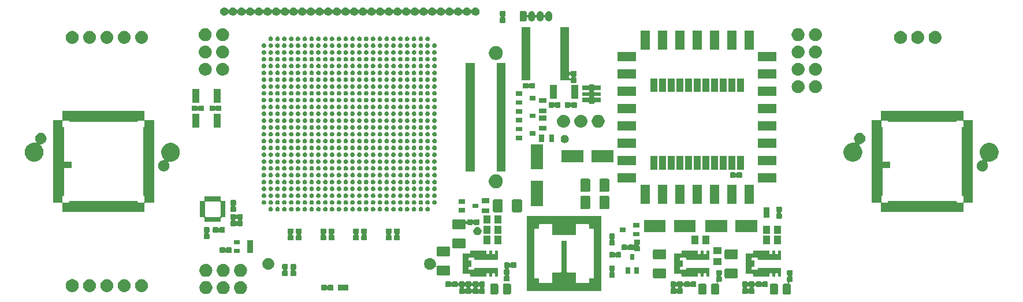
<source format=gts>
G04 #@! TF.GenerationSoftware,KiCad,Pcbnew,6.0.0-rc1-unknown-8ecdf58~84~ubuntu16.04.1*
G04 #@! TF.CreationDate,2018-10-22T17:09:18+08:00*
G04 #@! TF.ProjectId,ovc2_stereo,6F7663325F73746572656F2E6B696361,rev?*
G04 #@! TF.SameCoordinates,Original*
G04 #@! TF.FileFunction,Soldermask,Top*
G04 #@! TF.FilePolarity,Negative*
%FSLAX46Y46*%
G04 Gerber Fmt 4.6, Leading zero omitted, Abs format (unit mm)*
G04 Created by KiCad (PCBNEW 6.0.0-rc1-unknown-8ecdf58~84~ubuntu16.04.1) date Mon 22 Oct 2018 05:09:18 PM +08*
%MOMM*%
%LPD*%
G01*
G04 APERTURE LIST*
%ADD10C,0.100000*%
G04 APERTURE END LIST*
D10*
G36*
X138038748Y-104905036D02*
X138082014Y-104918161D01*
X138121886Y-104939473D01*
X138156841Y-104968159D01*
X138185527Y-105003114D01*
X138206839Y-105042986D01*
X138219964Y-105086252D01*
X138225000Y-105137390D01*
X138225000Y-106262610D01*
X138219964Y-106313748D01*
X138206839Y-106357014D01*
X138185527Y-106396886D01*
X138156841Y-106431841D01*
X138121886Y-106460527D01*
X138082014Y-106481839D01*
X138038748Y-106494964D01*
X137987610Y-106500000D01*
X137287390Y-106500000D01*
X137236252Y-106494964D01*
X137192986Y-106481839D01*
X137153114Y-106460527D01*
X137118159Y-106431841D01*
X137089473Y-106396886D01*
X137068161Y-106357014D01*
X137055036Y-106313748D01*
X137050000Y-106262610D01*
X137050000Y-105137390D01*
X137055036Y-105086252D01*
X137068161Y-105042986D01*
X137089473Y-105003114D01*
X137118159Y-104968159D01*
X137153114Y-104939473D01*
X137192986Y-104918161D01*
X137236252Y-104905036D01*
X137287390Y-104900000D01*
X137987610Y-104900000D01*
X138038748Y-104905036D01*
X138038748Y-104905036D01*
G37*
G36*
X177163748Y-104905036D02*
X177207014Y-104918161D01*
X177246886Y-104939473D01*
X177281841Y-104968159D01*
X177310527Y-105003114D01*
X177331839Y-105042986D01*
X177344964Y-105086252D01*
X177350000Y-105137390D01*
X177350000Y-106262610D01*
X177344964Y-106313748D01*
X177331839Y-106357014D01*
X177310527Y-106396886D01*
X177281841Y-106431841D01*
X177246886Y-106460527D01*
X177207014Y-106481839D01*
X177163748Y-106494964D01*
X177112610Y-106500000D01*
X176412390Y-106500000D01*
X176361252Y-106494964D01*
X176317986Y-106481839D01*
X176278114Y-106460527D01*
X176243159Y-106431841D01*
X176214473Y-106396886D01*
X176193161Y-106357014D01*
X176180036Y-106313748D01*
X176175000Y-106262610D01*
X176175000Y-105137390D01*
X176180036Y-105086252D01*
X176193161Y-105042986D01*
X176214473Y-105003114D01*
X176243159Y-104968159D01*
X176278114Y-104939473D01*
X176317986Y-104918161D01*
X176361252Y-104905036D01*
X176412390Y-104900000D01*
X177112610Y-104900000D01*
X177163748Y-104905036D01*
X177163748Y-104905036D01*
G37*
G36*
X179411219Y-102923187D02*
X179436433Y-102930835D01*
X179459665Y-102943254D01*
X179480032Y-102959968D01*
X179496746Y-102980335D01*
X179509165Y-103003567D01*
X179516813Y-103028781D01*
X179520000Y-103061141D01*
X179520000Y-103568859D01*
X179516813Y-103601219D01*
X179509165Y-103626433D01*
X179496746Y-103649665D01*
X179480032Y-103670032D01*
X179459667Y-103686745D01*
X179454026Y-103689760D01*
X179433651Y-103703374D01*
X179416324Y-103720702D01*
X179402710Y-103741076D01*
X179393333Y-103763715D01*
X179388553Y-103787749D01*
X179388553Y-103812253D01*
X179393334Y-103836287D01*
X179402711Y-103858925D01*
X179416325Y-103879300D01*
X179433653Y-103896627D01*
X179454026Y-103910240D01*
X179459667Y-103913255D01*
X179480032Y-103929968D01*
X179496746Y-103950335D01*
X179509165Y-103973567D01*
X179516813Y-103998781D01*
X179520000Y-104031141D01*
X179520000Y-104538859D01*
X179516813Y-104571219D01*
X179509165Y-104596433D01*
X179496746Y-104619665D01*
X179480032Y-104640032D01*
X179459665Y-104656746D01*
X179436433Y-104669165D01*
X179411219Y-104676813D01*
X179378859Y-104680000D01*
X179135473Y-104680000D01*
X179111087Y-104682402D01*
X179087638Y-104689515D01*
X179066027Y-104701066D01*
X179047085Y-104716612D01*
X179031539Y-104735554D01*
X179019988Y-104757165D01*
X179012875Y-104780614D01*
X179010473Y-104805000D01*
X179012875Y-104829386D01*
X179019988Y-104852835D01*
X179031539Y-104874446D01*
X179047085Y-104893388D01*
X179076548Y-104915240D01*
X179121888Y-104939475D01*
X179156841Y-104968159D01*
X179185527Y-105003114D01*
X179206839Y-105042986D01*
X179219964Y-105086252D01*
X179225000Y-105137390D01*
X179225000Y-106262610D01*
X179219964Y-106313748D01*
X179206839Y-106357014D01*
X179185527Y-106396886D01*
X179156841Y-106431841D01*
X179121886Y-106460527D01*
X179082014Y-106481839D01*
X179038748Y-106494964D01*
X178987610Y-106500000D01*
X178287390Y-106500000D01*
X178236252Y-106494964D01*
X178192986Y-106481839D01*
X178153114Y-106460527D01*
X178118159Y-106431841D01*
X178089473Y-106396886D01*
X178068161Y-106357014D01*
X178055036Y-106313748D01*
X178050000Y-106262610D01*
X178050000Y-105137390D01*
X178055036Y-105086252D01*
X178068161Y-105042986D01*
X178089473Y-105003114D01*
X178118159Y-104968159D01*
X178153114Y-104939473D01*
X178192986Y-104918161D01*
X178236252Y-104905036D01*
X178287390Y-104900000D01*
X178696403Y-104900000D01*
X178720789Y-104897598D01*
X178744238Y-104890485D01*
X178765849Y-104878934D01*
X178784791Y-104863388D01*
X178800337Y-104844446D01*
X178811888Y-104822835D01*
X178819001Y-104799386D01*
X178821403Y-104775000D01*
X178819001Y-104750614D01*
X178811888Y-104727165D01*
X178800337Y-104705554D01*
X178784791Y-104686612D01*
X178755329Y-104664760D01*
X178740331Y-104656743D01*
X178719968Y-104640032D01*
X178703254Y-104619665D01*
X178690835Y-104596433D01*
X178683187Y-104571219D01*
X178680000Y-104538859D01*
X178680000Y-104031141D01*
X178683187Y-103998781D01*
X178690835Y-103973567D01*
X178703254Y-103950335D01*
X178719968Y-103929968D01*
X178740333Y-103913255D01*
X178745974Y-103910240D01*
X178766349Y-103896626D01*
X178783676Y-103879298D01*
X178797290Y-103858924D01*
X178806667Y-103836285D01*
X178811447Y-103812251D01*
X178811447Y-103787747D01*
X178806666Y-103763713D01*
X178797289Y-103741075D01*
X178783675Y-103720700D01*
X178766347Y-103703373D01*
X178745974Y-103689760D01*
X178740333Y-103686745D01*
X178719968Y-103670032D01*
X178703254Y-103649665D01*
X178690835Y-103626433D01*
X178683187Y-103601219D01*
X178680000Y-103568859D01*
X178680000Y-103061141D01*
X178683187Y-103028781D01*
X178690835Y-103003567D01*
X178703254Y-102980335D01*
X178719968Y-102959968D01*
X178740335Y-102943254D01*
X178763567Y-102930835D01*
X178788781Y-102923187D01*
X178821141Y-102920000D01*
X179378859Y-102920000D01*
X179411219Y-102923187D01*
X179411219Y-102923187D01*
G37*
G36*
X166663748Y-104905036D02*
X166707014Y-104918161D01*
X166746886Y-104939473D01*
X166781841Y-104968159D01*
X166810527Y-105003114D01*
X166831839Y-105042986D01*
X166844964Y-105086252D01*
X166850000Y-105137390D01*
X166850000Y-106262610D01*
X166844964Y-106313748D01*
X166831839Y-106357014D01*
X166810527Y-106396886D01*
X166781841Y-106431841D01*
X166746886Y-106460527D01*
X166707014Y-106481839D01*
X166663748Y-106494964D01*
X166612610Y-106500000D01*
X165912390Y-106500000D01*
X165861252Y-106494964D01*
X165817986Y-106481839D01*
X165778114Y-106460527D01*
X165743159Y-106431841D01*
X165714473Y-106396886D01*
X165693161Y-106357014D01*
X165680036Y-106313748D01*
X165675000Y-106262610D01*
X165675000Y-105137390D01*
X165680036Y-105086252D01*
X165693161Y-105042986D01*
X165714473Y-105003114D01*
X165743159Y-104968159D01*
X165778114Y-104939473D01*
X165817986Y-104918161D01*
X165861252Y-104905036D01*
X165912390Y-104900000D01*
X166612610Y-104900000D01*
X166663748Y-104905036D01*
X166663748Y-104905036D01*
G37*
G36*
X136163748Y-104905036D02*
X136207014Y-104918161D01*
X136246886Y-104939473D01*
X136281841Y-104968159D01*
X136310527Y-105003114D01*
X136331839Y-105042986D01*
X136344964Y-105086252D01*
X136350000Y-105137390D01*
X136350000Y-106262610D01*
X136344964Y-106313748D01*
X136331839Y-106357014D01*
X136310527Y-106396886D01*
X136281841Y-106431841D01*
X136246886Y-106460527D01*
X136207014Y-106481839D01*
X136163748Y-106494964D01*
X136112610Y-106500000D01*
X135412390Y-106500000D01*
X135361252Y-106494964D01*
X135317986Y-106481839D01*
X135278114Y-106460527D01*
X135243159Y-106431841D01*
X135214473Y-106396886D01*
X135193161Y-106357014D01*
X135180036Y-106313748D01*
X135175000Y-106262610D01*
X135175000Y-105137390D01*
X135180036Y-105086252D01*
X135193161Y-105042986D01*
X135214473Y-105003114D01*
X135243159Y-104968159D01*
X135278114Y-104939473D01*
X135317986Y-104918161D01*
X135361252Y-104905036D01*
X135412390Y-104900000D01*
X136112610Y-104900000D01*
X136163748Y-104905036D01*
X136163748Y-104905036D01*
G37*
G36*
X169011219Y-102923187D02*
X169036433Y-102930835D01*
X169059665Y-102943254D01*
X169080032Y-102959968D01*
X169096746Y-102980335D01*
X169109165Y-103003567D01*
X169116813Y-103028781D01*
X169120000Y-103061141D01*
X169120000Y-103568859D01*
X169116813Y-103601219D01*
X169109165Y-103626433D01*
X169096746Y-103649665D01*
X169080032Y-103670032D01*
X169059667Y-103686745D01*
X169054026Y-103689760D01*
X169033651Y-103703374D01*
X169016324Y-103720702D01*
X169002710Y-103741076D01*
X168993333Y-103763715D01*
X168988553Y-103787749D01*
X168988553Y-103812253D01*
X168993334Y-103836287D01*
X169002711Y-103858925D01*
X169016325Y-103879300D01*
X169033653Y-103896627D01*
X169054026Y-103910240D01*
X169059667Y-103913255D01*
X169080032Y-103929968D01*
X169096746Y-103950335D01*
X169109165Y-103973567D01*
X169116813Y-103998781D01*
X169120000Y-104031141D01*
X169120000Y-104538859D01*
X169116813Y-104571219D01*
X169109165Y-104596433D01*
X169096746Y-104619665D01*
X169080032Y-104640032D01*
X169059665Y-104656746D01*
X169036433Y-104669165D01*
X169011219Y-104676813D01*
X168978859Y-104680000D01*
X168635473Y-104680000D01*
X168611087Y-104682402D01*
X168587638Y-104689515D01*
X168566027Y-104701066D01*
X168547085Y-104716612D01*
X168531539Y-104735554D01*
X168519988Y-104757165D01*
X168512875Y-104780614D01*
X168510473Y-104805000D01*
X168512875Y-104829386D01*
X168519988Y-104852835D01*
X168531539Y-104874446D01*
X168547085Y-104893388D01*
X168576548Y-104915240D01*
X168621888Y-104939475D01*
X168656841Y-104968159D01*
X168685527Y-105003114D01*
X168706839Y-105042986D01*
X168719964Y-105086252D01*
X168725000Y-105137390D01*
X168725000Y-106262610D01*
X168719964Y-106313748D01*
X168706839Y-106357014D01*
X168685527Y-106396886D01*
X168656841Y-106431841D01*
X168621886Y-106460527D01*
X168582014Y-106481839D01*
X168538748Y-106494964D01*
X168487610Y-106500000D01*
X167787390Y-106500000D01*
X167736252Y-106494964D01*
X167692986Y-106481839D01*
X167653114Y-106460527D01*
X167618159Y-106431841D01*
X167589473Y-106396886D01*
X167568161Y-106357014D01*
X167555036Y-106313748D01*
X167550000Y-106262610D01*
X167550000Y-105137390D01*
X167555036Y-105086252D01*
X167568161Y-105042986D01*
X167589473Y-105003114D01*
X167618159Y-104968159D01*
X167653114Y-104939473D01*
X167692986Y-104918161D01*
X167736252Y-104905036D01*
X167787390Y-104900000D01*
X168296403Y-104900000D01*
X168320789Y-104897598D01*
X168344238Y-104890485D01*
X168365849Y-104878934D01*
X168384791Y-104863388D01*
X168400337Y-104844446D01*
X168411888Y-104822835D01*
X168419001Y-104799386D01*
X168421403Y-104775000D01*
X168419001Y-104750614D01*
X168411888Y-104727165D01*
X168400337Y-104705554D01*
X168384791Y-104686612D01*
X168355329Y-104664760D01*
X168340331Y-104656743D01*
X168319968Y-104640032D01*
X168303254Y-104619665D01*
X168290835Y-104596433D01*
X168283187Y-104571219D01*
X168280000Y-104538859D01*
X168280000Y-104031141D01*
X168283187Y-103998781D01*
X168290835Y-103973567D01*
X168303254Y-103950335D01*
X168319968Y-103929968D01*
X168340333Y-103913255D01*
X168345974Y-103910240D01*
X168366349Y-103896626D01*
X168383676Y-103879298D01*
X168397290Y-103858924D01*
X168406667Y-103836285D01*
X168411447Y-103812251D01*
X168411447Y-103787747D01*
X168406666Y-103763713D01*
X168397289Y-103741075D01*
X168383675Y-103720700D01*
X168366347Y-103703373D01*
X168345974Y-103689760D01*
X168340333Y-103686745D01*
X168319968Y-103670032D01*
X168303254Y-103649665D01*
X168290835Y-103626433D01*
X168283187Y-103601219D01*
X168280000Y-103568859D01*
X168280000Y-103061141D01*
X168283187Y-103028781D01*
X168290835Y-103003567D01*
X168303254Y-102980335D01*
X168319968Y-102959968D01*
X168340335Y-102943254D01*
X168363567Y-102930835D01*
X168388781Y-102923187D01*
X168421141Y-102920000D01*
X168978859Y-102920000D01*
X169011219Y-102923187D01*
X169011219Y-102923187D01*
G37*
G36*
X96155159Y-104556746D02*
X96226232Y-104563746D01*
X96292325Y-104583795D01*
X96405309Y-104618068D01*
X96570347Y-104706283D01*
X96715001Y-104824999D01*
X96833717Y-104969653D01*
X96921932Y-105134691D01*
X96931535Y-105166349D01*
X96976254Y-105313768D01*
X96994596Y-105500000D01*
X96976254Y-105686232D01*
X96971911Y-105700548D01*
X96921932Y-105865309D01*
X96833717Y-106030347D01*
X96715001Y-106175001D01*
X96570347Y-106293717D01*
X96405309Y-106381932D01*
X96329375Y-106404966D01*
X96226232Y-106436254D01*
X96086666Y-106450000D01*
X95993334Y-106450000D01*
X95853768Y-106436254D01*
X95750625Y-106404966D01*
X95674691Y-106381932D01*
X95509653Y-106293717D01*
X95364999Y-106175001D01*
X95246283Y-106030347D01*
X95158068Y-105865309D01*
X95108089Y-105700548D01*
X95103746Y-105686232D01*
X95085404Y-105500000D01*
X95103746Y-105313768D01*
X95148465Y-105166349D01*
X95158068Y-105134691D01*
X95246283Y-104969653D01*
X95364999Y-104824999D01*
X95509653Y-104706283D01*
X95674691Y-104618068D01*
X95787675Y-104583795D01*
X95853768Y-104563746D01*
X95924841Y-104556746D01*
X95993334Y-104550000D01*
X96086666Y-104550000D01*
X96155159Y-104556746D01*
X96155159Y-104556746D01*
G37*
G36*
X98695159Y-104556746D02*
X98766232Y-104563746D01*
X98832325Y-104583795D01*
X98945309Y-104618068D01*
X99110347Y-104706283D01*
X99255001Y-104824999D01*
X99373717Y-104969653D01*
X99461932Y-105134691D01*
X99471535Y-105166349D01*
X99516254Y-105313768D01*
X99534596Y-105500000D01*
X99516254Y-105686232D01*
X99511911Y-105700548D01*
X99461932Y-105865309D01*
X99373717Y-106030347D01*
X99255001Y-106175001D01*
X99110347Y-106293717D01*
X98945309Y-106381932D01*
X98869375Y-106404966D01*
X98766232Y-106436254D01*
X98626666Y-106450000D01*
X98533334Y-106450000D01*
X98393768Y-106436254D01*
X98290625Y-106404966D01*
X98214691Y-106381932D01*
X98049653Y-106293717D01*
X97904999Y-106175001D01*
X97786283Y-106030347D01*
X97698068Y-105865309D01*
X97648089Y-105700548D01*
X97643746Y-105686232D01*
X97625404Y-105500000D01*
X97643746Y-105313768D01*
X97688465Y-105166349D01*
X97698068Y-105134691D01*
X97786283Y-104969653D01*
X97904999Y-104824999D01*
X98049653Y-104706283D01*
X98214691Y-104618068D01*
X98327675Y-104583795D01*
X98393768Y-104563746D01*
X98464841Y-104556746D01*
X98533334Y-104550000D01*
X98626666Y-104550000D01*
X98695159Y-104556746D01*
X98695159Y-104556746D01*
G37*
G36*
X93634188Y-104558080D02*
X93777105Y-104586508D01*
X93949994Y-104658121D01*
X94105590Y-104762087D01*
X94237913Y-104894410D01*
X94341879Y-105050006D01*
X94413492Y-105222895D01*
X94450000Y-105406433D01*
X94450000Y-105593567D01*
X94413492Y-105777105D01*
X94341879Y-105949994D01*
X94237913Y-106105590D01*
X94105590Y-106237913D01*
X93949994Y-106341879D01*
X93777105Y-106413492D01*
X93639451Y-106440873D01*
X93593568Y-106450000D01*
X93406432Y-106450000D01*
X93360549Y-106440873D01*
X93222895Y-106413492D01*
X93050006Y-106341879D01*
X92894410Y-106237913D01*
X92762087Y-106105590D01*
X92658121Y-105949994D01*
X92586508Y-105777105D01*
X92550000Y-105593567D01*
X92550000Y-105406433D01*
X92586508Y-105222895D01*
X92658121Y-105050006D01*
X92762087Y-104894410D01*
X92894410Y-104762087D01*
X93050006Y-104658121D01*
X93222895Y-104586508D01*
X93365812Y-104558080D01*
X93406432Y-104550000D01*
X93593568Y-104550000D01*
X93634188Y-104558080D01*
X93634188Y-104558080D01*
G37*
G36*
X172801219Y-104583187D02*
X172826433Y-104590835D01*
X172849665Y-104603254D01*
X172870032Y-104619968D01*
X172886745Y-104640333D01*
X172889760Y-104645974D01*
X172903374Y-104666349D01*
X172920702Y-104683676D01*
X172941076Y-104697290D01*
X172963715Y-104706667D01*
X172987749Y-104711447D01*
X173012253Y-104711447D01*
X173036287Y-104706666D01*
X173058925Y-104697289D01*
X173079300Y-104683675D01*
X173096627Y-104666347D01*
X173110240Y-104645974D01*
X173113255Y-104640333D01*
X173129968Y-104619968D01*
X173150335Y-104603254D01*
X173173567Y-104590835D01*
X173198781Y-104583187D01*
X173231141Y-104580000D01*
X173738859Y-104580000D01*
X173771219Y-104583187D01*
X173796433Y-104590835D01*
X173819665Y-104603254D01*
X173840032Y-104619968D01*
X173856746Y-104640335D01*
X173869165Y-104663567D01*
X173880382Y-104700548D01*
X173889759Y-104723187D01*
X173903373Y-104743562D01*
X173920699Y-104760889D01*
X173941074Y-104774503D01*
X173963713Y-104783881D01*
X173987746Y-104788662D01*
X174012250Y-104788662D01*
X174036284Y-104783882D01*
X174058923Y-104774505D01*
X174079298Y-104760891D01*
X174096625Y-104743565D01*
X174110239Y-104723190D01*
X174119618Y-104700548D01*
X174130835Y-104663567D01*
X174143254Y-104640335D01*
X174159968Y-104619968D01*
X174180335Y-104603254D01*
X174203567Y-104590835D01*
X174228781Y-104583187D01*
X174261141Y-104580000D01*
X174768859Y-104580000D01*
X174801219Y-104583187D01*
X174826433Y-104590835D01*
X174849665Y-104603254D01*
X174870032Y-104619968D01*
X174886745Y-104640333D01*
X174889760Y-104645974D01*
X174903374Y-104666349D01*
X174920702Y-104683676D01*
X174941076Y-104697290D01*
X174963715Y-104706667D01*
X174987749Y-104711447D01*
X175012253Y-104711447D01*
X175036287Y-104706666D01*
X175058925Y-104697289D01*
X175079300Y-104683675D01*
X175096627Y-104666347D01*
X175110240Y-104645974D01*
X175113255Y-104640333D01*
X175129968Y-104619968D01*
X175150335Y-104603254D01*
X175173567Y-104590835D01*
X175198781Y-104583187D01*
X175231141Y-104580000D01*
X175738859Y-104580000D01*
X175771219Y-104583187D01*
X175796433Y-104590835D01*
X175819665Y-104603254D01*
X175840032Y-104619968D01*
X175856746Y-104640335D01*
X175869165Y-104663567D01*
X175876813Y-104688781D01*
X175880000Y-104721141D01*
X175880000Y-105278859D01*
X175876813Y-105311219D01*
X175869165Y-105336433D01*
X175856746Y-105359665D01*
X175840032Y-105380032D01*
X175819665Y-105396746D01*
X175796433Y-105409165D01*
X175771219Y-105416813D01*
X175738859Y-105420000D01*
X175231141Y-105420000D01*
X175198781Y-105416813D01*
X175173567Y-105409165D01*
X175150335Y-105396746D01*
X175129968Y-105380032D01*
X175113255Y-105359667D01*
X175110240Y-105354026D01*
X175096626Y-105333651D01*
X175079298Y-105316324D01*
X175058924Y-105302710D01*
X175036285Y-105293333D01*
X175012251Y-105288553D01*
X174987747Y-105288553D01*
X174963713Y-105293334D01*
X174941075Y-105302711D01*
X174920700Y-105316325D01*
X174903373Y-105333653D01*
X174889760Y-105354026D01*
X174886745Y-105359667D01*
X174870032Y-105380032D01*
X174849665Y-105396746D01*
X174826433Y-105409165D01*
X174801219Y-105416813D01*
X174768859Y-105420000D01*
X174261141Y-105420000D01*
X174228781Y-105416813D01*
X174203567Y-105409165D01*
X174180335Y-105396746D01*
X174159968Y-105380032D01*
X174143254Y-105359665D01*
X174130835Y-105336433D01*
X174119618Y-105299452D01*
X174110241Y-105276813D01*
X174096627Y-105256438D01*
X174079301Y-105239111D01*
X174058926Y-105225497D01*
X174036287Y-105216119D01*
X174012254Y-105211338D01*
X173987750Y-105211338D01*
X173963716Y-105216118D01*
X173941077Y-105225495D01*
X173920702Y-105239109D01*
X173903375Y-105256435D01*
X173889761Y-105276810D01*
X173880382Y-105299452D01*
X173869165Y-105336433D01*
X173856746Y-105359665D01*
X173840035Y-105380029D01*
X173811590Y-105403372D01*
X173794263Y-105420699D01*
X173780649Y-105441074D01*
X173771271Y-105463713D01*
X173766490Y-105487746D01*
X173766490Y-105512250D01*
X173771270Y-105536284D01*
X173780647Y-105558923D01*
X173794260Y-105579298D01*
X173811590Y-105596628D01*
X173840035Y-105619971D01*
X173856746Y-105640335D01*
X173869165Y-105663567D01*
X173876813Y-105688781D01*
X173880000Y-105721141D01*
X173880000Y-106278859D01*
X173876813Y-106311219D01*
X173869165Y-106336433D01*
X173856746Y-106359665D01*
X173840032Y-106380032D01*
X173819665Y-106396746D01*
X173796433Y-106409165D01*
X173771219Y-106416813D01*
X173738859Y-106420000D01*
X173231141Y-106420000D01*
X173198781Y-106416813D01*
X173173567Y-106409165D01*
X173150335Y-106396746D01*
X173129968Y-106380032D01*
X173113255Y-106359667D01*
X173110240Y-106354026D01*
X173096626Y-106333651D01*
X173079298Y-106316324D01*
X173058924Y-106302710D01*
X173036285Y-106293333D01*
X173012251Y-106288553D01*
X172987747Y-106288553D01*
X172963713Y-106293334D01*
X172941075Y-106302711D01*
X172920700Y-106316325D01*
X172903373Y-106333653D01*
X172889760Y-106354026D01*
X172886745Y-106359667D01*
X172870032Y-106380032D01*
X172849665Y-106396746D01*
X172826433Y-106409165D01*
X172801219Y-106416813D01*
X172768859Y-106420000D01*
X172261141Y-106420000D01*
X172228781Y-106416813D01*
X172203567Y-106409165D01*
X172180335Y-106396746D01*
X172159968Y-106380032D01*
X172143254Y-106359665D01*
X172130835Y-106336433D01*
X172123187Y-106311219D01*
X172120000Y-106278859D01*
X172120000Y-105721141D01*
X172123187Y-105688781D01*
X172130835Y-105663567D01*
X172143254Y-105640335D01*
X172159965Y-105619971D01*
X172188410Y-105596628D01*
X172205737Y-105579301D01*
X172219351Y-105558926D01*
X172228729Y-105536287D01*
X172233510Y-105512254D01*
X172233510Y-105487750D01*
X172233510Y-105487746D01*
X172796490Y-105487746D01*
X172796490Y-105512250D01*
X172801270Y-105536284D01*
X172810647Y-105558923D01*
X172824260Y-105579298D01*
X172841590Y-105596628D01*
X172870035Y-105619971D01*
X172886745Y-105640333D01*
X172889760Y-105645974D01*
X172903374Y-105666349D01*
X172920702Y-105683676D01*
X172941076Y-105697290D01*
X172963715Y-105706667D01*
X172987749Y-105711447D01*
X173012253Y-105711447D01*
X173036287Y-105706666D01*
X173058925Y-105697289D01*
X173079300Y-105683675D01*
X173096627Y-105666347D01*
X173110240Y-105645974D01*
X173113255Y-105640333D01*
X173129965Y-105619971D01*
X173158410Y-105596628D01*
X173175737Y-105579301D01*
X173189351Y-105558926D01*
X173198729Y-105536287D01*
X173203510Y-105512254D01*
X173203510Y-105487750D01*
X173198730Y-105463716D01*
X173189353Y-105441077D01*
X173175740Y-105420702D01*
X173158410Y-105403372D01*
X173129965Y-105380029D01*
X173113255Y-105359667D01*
X173110240Y-105354026D01*
X173096626Y-105333651D01*
X173079298Y-105316324D01*
X173058924Y-105302710D01*
X173036285Y-105293333D01*
X173012251Y-105288553D01*
X172987747Y-105288553D01*
X172963713Y-105293334D01*
X172941075Y-105302711D01*
X172920700Y-105316325D01*
X172903373Y-105333653D01*
X172889760Y-105354026D01*
X172886745Y-105359667D01*
X172870035Y-105380029D01*
X172841590Y-105403372D01*
X172824263Y-105420699D01*
X172810649Y-105441074D01*
X172801271Y-105463713D01*
X172796490Y-105487746D01*
X172233510Y-105487746D01*
X172228730Y-105463716D01*
X172219353Y-105441077D01*
X172205740Y-105420702D01*
X172188410Y-105403372D01*
X172159965Y-105380029D01*
X172143254Y-105359665D01*
X172130835Y-105336433D01*
X172123187Y-105311219D01*
X172120000Y-105278859D01*
X172120000Y-104721141D01*
X172123187Y-104688781D01*
X172130835Y-104663567D01*
X172143254Y-104640335D01*
X172159968Y-104619968D01*
X172180335Y-104603254D01*
X172203567Y-104590835D01*
X172228781Y-104583187D01*
X172261141Y-104580000D01*
X172768859Y-104580000D01*
X172801219Y-104583187D01*
X172801219Y-104583187D01*
G37*
G36*
X129301219Y-104583187D02*
X129326433Y-104590835D01*
X129349665Y-104603254D01*
X129370032Y-104619968D01*
X129386745Y-104640333D01*
X129389760Y-104645974D01*
X129403374Y-104666349D01*
X129420702Y-104683676D01*
X129441076Y-104697290D01*
X129463715Y-104706667D01*
X129487749Y-104711447D01*
X129512253Y-104711447D01*
X129536287Y-104706666D01*
X129558925Y-104697289D01*
X129579300Y-104683675D01*
X129596627Y-104666347D01*
X129610240Y-104645974D01*
X129613255Y-104640333D01*
X129629968Y-104619968D01*
X129650335Y-104603254D01*
X129673567Y-104590835D01*
X129698781Y-104583187D01*
X129731141Y-104580000D01*
X130238859Y-104580000D01*
X130271219Y-104583187D01*
X130296433Y-104590835D01*
X130319665Y-104603254D01*
X130340032Y-104619968D01*
X130356746Y-104640335D01*
X130369165Y-104663567D01*
X130380382Y-104700548D01*
X130389759Y-104723187D01*
X130403373Y-104743562D01*
X130420699Y-104760889D01*
X130441074Y-104774503D01*
X130463713Y-104783881D01*
X130487746Y-104788662D01*
X130512250Y-104788662D01*
X130536284Y-104783882D01*
X130558923Y-104774505D01*
X130579298Y-104760891D01*
X130596625Y-104743565D01*
X130610239Y-104723190D01*
X130619618Y-104700548D01*
X130630835Y-104663567D01*
X130643254Y-104640335D01*
X130659968Y-104619968D01*
X130680335Y-104603254D01*
X130703567Y-104590835D01*
X130728781Y-104583187D01*
X130761141Y-104580000D01*
X131268859Y-104580000D01*
X131301219Y-104583187D01*
X131326433Y-104590835D01*
X131349665Y-104603254D01*
X131370032Y-104619968D01*
X131386745Y-104640333D01*
X131389760Y-104645974D01*
X131403374Y-104666349D01*
X131420702Y-104683676D01*
X131441076Y-104697290D01*
X131463715Y-104706667D01*
X131487749Y-104711447D01*
X131512253Y-104711447D01*
X131536287Y-104706666D01*
X131558925Y-104697289D01*
X131579300Y-104683675D01*
X131596627Y-104666347D01*
X131610240Y-104645974D01*
X131613255Y-104640333D01*
X131629968Y-104619968D01*
X131650335Y-104603254D01*
X131673567Y-104590835D01*
X131698781Y-104583187D01*
X131731141Y-104580000D01*
X132238859Y-104580000D01*
X132271219Y-104583187D01*
X132296433Y-104590835D01*
X132319665Y-104603254D01*
X132340032Y-104619968D01*
X132356746Y-104640335D01*
X132369165Y-104663567D01*
X132380382Y-104700548D01*
X132389759Y-104723187D01*
X132403373Y-104743562D01*
X132420699Y-104760889D01*
X132441074Y-104774503D01*
X132463713Y-104783881D01*
X132487746Y-104788662D01*
X132512250Y-104788662D01*
X132536284Y-104783882D01*
X132558923Y-104774505D01*
X132579298Y-104760891D01*
X132596625Y-104743565D01*
X132610239Y-104723190D01*
X132619618Y-104700548D01*
X132630835Y-104663567D01*
X132643254Y-104640335D01*
X132659968Y-104619968D01*
X132680335Y-104603254D01*
X132703567Y-104590835D01*
X132728781Y-104583187D01*
X132761141Y-104580000D01*
X133268859Y-104580000D01*
X133301219Y-104583187D01*
X133326433Y-104590835D01*
X133349665Y-104603254D01*
X133370032Y-104619968D01*
X133386745Y-104640333D01*
X133389760Y-104645974D01*
X133403374Y-104666349D01*
X133420702Y-104683676D01*
X133441076Y-104697290D01*
X133463715Y-104706667D01*
X133487749Y-104711447D01*
X133512253Y-104711447D01*
X133536287Y-104706666D01*
X133558925Y-104697289D01*
X133579300Y-104683675D01*
X133596627Y-104666347D01*
X133610240Y-104645974D01*
X133613255Y-104640333D01*
X133629968Y-104619968D01*
X133650335Y-104603254D01*
X133673567Y-104590835D01*
X133698781Y-104583187D01*
X133731141Y-104580000D01*
X134238859Y-104580000D01*
X134271219Y-104583187D01*
X134296433Y-104590835D01*
X134319665Y-104603254D01*
X134340032Y-104619968D01*
X134356746Y-104640335D01*
X134369165Y-104663567D01*
X134376813Y-104688781D01*
X134380000Y-104721141D01*
X134380000Y-105278859D01*
X134376813Y-105311219D01*
X134369165Y-105336433D01*
X134356746Y-105359665D01*
X134340035Y-105380029D01*
X134311590Y-105403372D01*
X134294263Y-105420699D01*
X134280649Y-105441074D01*
X134271271Y-105463713D01*
X134266490Y-105487746D01*
X134266490Y-105512250D01*
X134271270Y-105536284D01*
X134280647Y-105558923D01*
X134294260Y-105579298D01*
X134311590Y-105596628D01*
X134340035Y-105619971D01*
X134356746Y-105640335D01*
X134369165Y-105663567D01*
X134376813Y-105688781D01*
X134380000Y-105721141D01*
X134380000Y-106278859D01*
X134376813Y-106311219D01*
X134369165Y-106336433D01*
X134356746Y-106359665D01*
X134340032Y-106380032D01*
X134319665Y-106396746D01*
X134296433Y-106409165D01*
X134271219Y-106416813D01*
X134238859Y-106420000D01*
X133731141Y-106420000D01*
X133698781Y-106416813D01*
X133673567Y-106409165D01*
X133650335Y-106396746D01*
X133629968Y-106380032D01*
X133613255Y-106359667D01*
X133610240Y-106354026D01*
X133596626Y-106333651D01*
X133579298Y-106316324D01*
X133558924Y-106302710D01*
X133536285Y-106293333D01*
X133512251Y-106288553D01*
X133487747Y-106288553D01*
X133463713Y-106293334D01*
X133441075Y-106302711D01*
X133420700Y-106316325D01*
X133403373Y-106333653D01*
X133389760Y-106354026D01*
X133386745Y-106359667D01*
X133370032Y-106380032D01*
X133349665Y-106396746D01*
X133326433Y-106409165D01*
X133301219Y-106416813D01*
X133268859Y-106420000D01*
X132761141Y-106420000D01*
X132728781Y-106416813D01*
X132703567Y-106409165D01*
X132680335Y-106396746D01*
X132659968Y-106380032D01*
X132643254Y-106359665D01*
X132630835Y-106336433D01*
X132619618Y-106299452D01*
X132610241Y-106276813D01*
X132596627Y-106256438D01*
X132579301Y-106239111D01*
X132558926Y-106225497D01*
X132536287Y-106216119D01*
X132512254Y-106211338D01*
X132487750Y-106211338D01*
X132463716Y-106216118D01*
X132441077Y-106225495D01*
X132420702Y-106239109D01*
X132403375Y-106256435D01*
X132389761Y-106276810D01*
X132380382Y-106299452D01*
X132369165Y-106336433D01*
X132356746Y-106359665D01*
X132340032Y-106380032D01*
X132319665Y-106396746D01*
X132296433Y-106409165D01*
X132271219Y-106416813D01*
X132238859Y-106420000D01*
X131731141Y-106420000D01*
X131698781Y-106416813D01*
X131673567Y-106409165D01*
X131650335Y-106396746D01*
X131629968Y-106380032D01*
X131613255Y-106359667D01*
X131610240Y-106354026D01*
X131596626Y-106333651D01*
X131579298Y-106316324D01*
X131558924Y-106302710D01*
X131536285Y-106293333D01*
X131512251Y-106288553D01*
X131487747Y-106288553D01*
X131463713Y-106293334D01*
X131441075Y-106302711D01*
X131420700Y-106316325D01*
X131403373Y-106333653D01*
X131389760Y-106354026D01*
X131386745Y-106359667D01*
X131370032Y-106380032D01*
X131349665Y-106396746D01*
X131326433Y-106409165D01*
X131301219Y-106416813D01*
X131268859Y-106420000D01*
X130761141Y-106420000D01*
X130728781Y-106416813D01*
X130703567Y-106409165D01*
X130680335Y-106396746D01*
X130659968Y-106380032D01*
X130643254Y-106359665D01*
X130630835Y-106336433D01*
X130623187Y-106311219D01*
X130620000Y-106278859D01*
X130620000Y-105721141D01*
X130623187Y-105688781D01*
X130630835Y-105663567D01*
X130643254Y-105640335D01*
X130659965Y-105619971D01*
X130688410Y-105596628D01*
X130705737Y-105579301D01*
X130719351Y-105558926D01*
X130728729Y-105536287D01*
X130733510Y-105512254D01*
X130733510Y-105487750D01*
X130733510Y-105487746D01*
X131296490Y-105487746D01*
X131296490Y-105512250D01*
X131301270Y-105536284D01*
X131310647Y-105558923D01*
X131324260Y-105579298D01*
X131341590Y-105596628D01*
X131370035Y-105619971D01*
X131386745Y-105640333D01*
X131389760Y-105645974D01*
X131403374Y-105666349D01*
X131420702Y-105683676D01*
X131441076Y-105697290D01*
X131463715Y-105706667D01*
X131487749Y-105711447D01*
X131512253Y-105711447D01*
X131536287Y-105706666D01*
X131558925Y-105697289D01*
X131579300Y-105683675D01*
X131596627Y-105666347D01*
X131610240Y-105645974D01*
X131613255Y-105640333D01*
X131629965Y-105619971D01*
X131658410Y-105596628D01*
X131675737Y-105579301D01*
X131689351Y-105558926D01*
X131698729Y-105536287D01*
X131703510Y-105512254D01*
X131703510Y-105487750D01*
X131703510Y-105487746D01*
X132266490Y-105487746D01*
X132266490Y-105512250D01*
X132271270Y-105536284D01*
X132280647Y-105558923D01*
X132294260Y-105579298D01*
X132311590Y-105596628D01*
X132340035Y-105619971D01*
X132356746Y-105640335D01*
X132369165Y-105663567D01*
X132380382Y-105700548D01*
X132389759Y-105723187D01*
X132403373Y-105743562D01*
X132420699Y-105760889D01*
X132441074Y-105774503D01*
X132463713Y-105783881D01*
X132487746Y-105788662D01*
X132512250Y-105788662D01*
X132536284Y-105783882D01*
X132558923Y-105774505D01*
X132579298Y-105760891D01*
X132596625Y-105743565D01*
X132610239Y-105723190D01*
X132619618Y-105700548D01*
X132630835Y-105663567D01*
X132643254Y-105640335D01*
X132659965Y-105619971D01*
X132688410Y-105596628D01*
X132705737Y-105579301D01*
X132719351Y-105558926D01*
X132728729Y-105536287D01*
X132733510Y-105512254D01*
X132733510Y-105487750D01*
X132733510Y-105487746D01*
X133296490Y-105487746D01*
X133296490Y-105512250D01*
X133301270Y-105536284D01*
X133310647Y-105558923D01*
X133324260Y-105579298D01*
X133341590Y-105596628D01*
X133370035Y-105619971D01*
X133386745Y-105640333D01*
X133389760Y-105645974D01*
X133403374Y-105666349D01*
X133420702Y-105683676D01*
X133441076Y-105697290D01*
X133463715Y-105706667D01*
X133487749Y-105711447D01*
X133512253Y-105711447D01*
X133536287Y-105706666D01*
X133558925Y-105697289D01*
X133579300Y-105683675D01*
X133596627Y-105666347D01*
X133610240Y-105645974D01*
X133613255Y-105640333D01*
X133629965Y-105619971D01*
X133658410Y-105596628D01*
X133675737Y-105579301D01*
X133689351Y-105558926D01*
X133698729Y-105536287D01*
X133703510Y-105512254D01*
X133703510Y-105487750D01*
X133698730Y-105463716D01*
X133689353Y-105441077D01*
X133675740Y-105420702D01*
X133658410Y-105403372D01*
X133629965Y-105380029D01*
X133613255Y-105359667D01*
X133610240Y-105354026D01*
X133596626Y-105333651D01*
X133579298Y-105316324D01*
X133558924Y-105302710D01*
X133536285Y-105293333D01*
X133512251Y-105288553D01*
X133487747Y-105288553D01*
X133463713Y-105293334D01*
X133441075Y-105302711D01*
X133420700Y-105316325D01*
X133403373Y-105333653D01*
X133389760Y-105354026D01*
X133386745Y-105359667D01*
X133370035Y-105380029D01*
X133341590Y-105403372D01*
X133324263Y-105420699D01*
X133310649Y-105441074D01*
X133301271Y-105463713D01*
X133296490Y-105487746D01*
X132733510Y-105487746D01*
X132728730Y-105463716D01*
X132719353Y-105441077D01*
X132705740Y-105420702D01*
X132688410Y-105403372D01*
X132659965Y-105380029D01*
X132643254Y-105359665D01*
X132630835Y-105336433D01*
X132619618Y-105299452D01*
X132610241Y-105276813D01*
X132596627Y-105256438D01*
X132579301Y-105239111D01*
X132558926Y-105225497D01*
X132536287Y-105216119D01*
X132512254Y-105211338D01*
X132487750Y-105211338D01*
X132463716Y-105216118D01*
X132441077Y-105225495D01*
X132420702Y-105239109D01*
X132403375Y-105256435D01*
X132389761Y-105276810D01*
X132380382Y-105299452D01*
X132369165Y-105336433D01*
X132356746Y-105359665D01*
X132340035Y-105380029D01*
X132311590Y-105403372D01*
X132294263Y-105420699D01*
X132280649Y-105441074D01*
X132271271Y-105463713D01*
X132266490Y-105487746D01*
X131703510Y-105487746D01*
X131698730Y-105463716D01*
X131689353Y-105441077D01*
X131675740Y-105420702D01*
X131658410Y-105403372D01*
X131629965Y-105380029D01*
X131613255Y-105359667D01*
X131610240Y-105354026D01*
X131596626Y-105333651D01*
X131579298Y-105316324D01*
X131558924Y-105302710D01*
X131536285Y-105293333D01*
X131512251Y-105288553D01*
X131487747Y-105288553D01*
X131463713Y-105293334D01*
X131441075Y-105302711D01*
X131420700Y-105316325D01*
X131403373Y-105333653D01*
X131389760Y-105354026D01*
X131386745Y-105359667D01*
X131370035Y-105380029D01*
X131341590Y-105403372D01*
X131324263Y-105420699D01*
X131310649Y-105441074D01*
X131301271Y-105463713D01*
X131296490Y-105487746D01*
X130733510Y-105487746D01*
X130728730Y-105463716D01*
X130719353Y-105441077D01*
X130705740Y-105420702D01*
X130688410Y-105403372D01*
X130659965Y-105380029D01*
X130643254Y-105359665D01*
X130630835Y-105336433D01*
X130619618Y-105299452D01*
X130610241Y-105276813D01*
X130596627Y-105256438D01*
X130579301Y-105239111D01*
X130558926Y-105225497D01*
X130536287Y-105216119D01*
X130512254Y-105211338D01*
X130487750Y-105211338D01*
X130463716Y-105216118D01*
X130441077Y-105225495D01*
X130420702Y-105239109D01*
X130403375Y-105256435D01*
X130389761Y-105276810D01*
X130380382Y-105299452D01*
X130369165Y-105336433D01*
X130356746Y-105359665D01*
X130340032Y-105380032D01*
X130319665Y-105396746D01*
X130296433Y-105409165D01*
X130271219Y-105416813D01*
X130238859Y-105420000D01*
X129731141Y-105420000D01*
X129698781Y-105416813D01*
X129673567Y-105409165D01*
X129650335Y-105396746D01*
X129629968Y-105380032D01*
X129613255Y-105359667D01*
X129610240Y-105354026D01*
X129596626Y-105333651D01*
X129579298Y-105316324D01*
X129558924Y-105302710D01*
X129536285Y-105293333D01*
X129512251Y-105288553D01*
X129487747Y-105288553D01*
X129463713Y-105293334D01*
X129441075Y-105302711D01*
X129420700Y-105316325D01*
X129403373Y-105333653D01*
X129389760Y-105354026D01*
X129386745Y-105359667D01*
X129370032Y-105380032D01*
X129349665Y-105396746D01*
X129326433Y-105409165D01*
X129301219Y-105416813D01*
X129268859Y-105420000D01*
X128761141Y-105420000D01*
X128728781Y-105416813D01*
X128703567Y-105409165D01*
X128680335Y-105396746D01*
X128659968Y-105380032D01*
X128643254Y-105359665D01*
X128630835Y-105336433D01*
X128623187Y-105311219D01*
X128620000Y-105278859D01*
X128620000Y-104721141D01*
X128623187Y-104688781D01*
X128630835Y-104663567D01*
X128643254Y-104640335D01*
X128659968Y-104619968D01*
X128680335Y-104603254D01*
X128703567Y-104590835D01*
X128728781Y-104583187D01*
X128761141Y-104580000D01*
X129268859Y-104580000D01*
X129301219Y-104583187D01*
X129301219Y-104583187D01*
G37*
G36*
X162301219Y-104583187D02*
X162326433Y-104590835D01*
X162349665Y-104603254D01*
X162370032Y-104619968D01*
X162386745Y-104640333D01*
X162389760Y-104645974D01*
X162403374Y-104666349D01*
X162420702Y-104683676D01*
X162441076Y-104697290D01*
X162463715Y-104706667D01*
X162487749Y-104711447D01*
X162512253Y-104711447D01*
X162536287Y-104706666D01*
X162558925Y-104697289D01*
X162579300Y-104683675D01*
X162596627Y-104666347D01*
X162610240Y-104645974D01*
X162613255Y-104640333D01*
X162629968Y-104619968D01*
X162650335Y-104603254D01*
X162673567Y-104590835D01*
X162698781Y-104583187D01*
X162731141Y-104580000D01*
X163238859Y-104580000D01*
X163271219Y-104583187D01*
X163296433Y-104590835D01*
X163319665Y-104603254D01*
X163340032Y-104619968D01*
X163356746Y-104640335D01*
X163369165Y-104663567D01*
X163380382Y-104700548D01*
X163389759Y-104723187D01*
X163403373Y-104743562D01*
X163420699Y-104760889D01*
X163441074Y-104774503D01*
X163463713Y-104783881D01*
X163487746Y-104788662D01*
X163512250Y-104788662D01*
X163536284Y-104783882D01*
X163558923Y-104774505D01*
X163579298Y-104760891D01*
X163596625Y-104743565D01*
X163610239Y-104723190D01*
X163619618Y-104700548D01*
X163630835Y-104663567D01*
X163643254Y-104640335D01*
X163659968Y-104619968D01*
X163680335Y-104603254D01*
X163703567Y-104590835D01*
X163728781Y-104583187D01*
X163761141Y-104580000D01*
X164268859Y-104580000D01*
X164301219Y-104583187D01*
X164326433Y-104590835D01*
X164349665Y-104603254D01*
X164370032Y-104619968D01*
X164386745Y-104640333D01*
X164389760Y-104645974D01*
X164403374Y-104666349D01*
X164420702Y-104683676D01*
X164441076Y-104697290D01*
X164463715Y-104706667D01*
X164487749Y-104711447D01*
X164512253Y-104711447D01*
X164536287Y-104706666D01*
X164558925Y-104697289D01*
X164579300Y-104683675D01*
X164596627Y-104666347D01*
X164610240Y-104645974D01*
X164613255Y-104640333D01*
X164629968Y-104619968D01*
X164650335Y-104603254D01*
X164673567Y-104590835D01*
X164698781Y-104583187D01*
X164731141Y-104580000D01*
X165238859Y-104580000D01*
X165271219Y-104583187D01*
X165296433Y-104590835D01*
X165319665Y-104603254D01*
X165340032Y-104619968D01*
X165356746Y-104640335D01*
X165369165Y-104663567D01*
X165376813Y-104688781D01*
X165380000Y-104721141D01*
X165380000Y-105278859D01*
X165376813Y-105311219D01*
X165369165Y-105336433D01*
X165356746Y-105359665D01*
X165340032Y-105380032D01*
X165319665Y-105396746D01*
X165296433Y-105409165D01*
X165271219Y-105416813D01*
X165238859Y-105420000D01*
X164731141Y-105420000D01*
X164698781Y-105416813D01*
X164673567Y-105409165D01*
X164650335Y-105396746D01*
X164629968Y-105380032D01*
X164613255Y-105359667D01*
X164610240Y-105354026D01*
X164596626Y-105333651D01*
X164579298Y-105316324D01*
X164558924Y-105302710D01*
X164536285Y-105293333D01*
X164512251Y-105288553D01*
X164487747Y-105288553D01*
X164463713Y-105293334D01*
X164441075Y-105302711D01*
X164420700Y-105316325D01*
X164403373Y-105333653D01*
X164389760Y-105354026D01*
X164386745Y-105359667D01*
X164370032Y-105380032D01*
X164349665Y-105396746D01*
X164326433Y-105409165D01*
X164301219Y-105416813D01*
X164268859Y-105420000D01*
X163761141Y-105420000D01*
X163728781Y-105416813D01*
X163703567Y-105409165D01*
X163680335Y-105396746D01*
X163659968Y-105380032D01*
X163643254Y-105359665D01*
X163630835Y-105336433D01*
X163619618Y-105299452D01*
X163610241Y-105276813D01*
X163596627Y-105256438D01*
X163579301Y-105239111D01*
X163558926Y-105225497D01*
X163536287Y-105216119D01*
X163512254Y-105211338D01*
X163487750Y-105211338D01*
X163463716Y-105216118D01*
X163441077Y-105225495D01*
X163420702Y-105239109D01*
X163403375Y-105256435D01*
X163389761Y-105276810D01*
X163380382Y-105299452D01*
X163369165Y-105336433D01*
X163356746Y-105359665D01*
X163340035Y-105380029D01*
X163311590Y-105403372D01*
X163294263Y-105420699D01*
X163280649Y-105441074D01*
X163271271Y-105463713D01*
X163266490Y-105487746D01*
X163266490Y-105512250D01*
X163271270Y-105536284D01*
X163280647Y-105558923D01*
X163294260Y-105579298D01*
X163311590Y-105596628D01*
X163340035Y-105619971D01*
X163356746Y-105640335D01*
X163369165Y-105663567D01*
X163376813Y-105688781D01*
X163380000Y-105721141D01*
X163380000Y-106278859D01*
X163376813Y-106311219D01*
X163369165Y-106336433D01*
X163356746Y-106359665D01*
X163340032Y-106380032D01*
X163319665Y-106396746D01*
X163296433Y-106409165D01*
X163271219Y-106416813D01*
X163238859Y-106420000D01*
X162731141Y-106420000D01*
X162698781Y-106416813D01*
X162673567Y-106409165D01*
X162650335Y-106396746D01*
X162629968Y-106380032D01*
X162613255Y-106359667D01*
X162610240Y-106354026D01*
X162596626Y-106333651D01*
X162579298Y-106316324D01*
X162558924Y-106302710D01*
X162536285Y-106293333D01*
X162512251Y-106288553D01*
X162487747Y-106288553D01*
X162463713Y-106293334D01*
X162441075Y-106302711D01*
X162420700Y-106316325D01*
X162403373Y-106333653D01*
X162389760Y-106354026D01*
X162386745Y-106359667D01*
X162370032Y-106380032D01*
X162349665Y-106396746D01*
X162326433Y-106409165D01*
X162301219Y-106416813D01*
X162268859Y-106420000D01*
X161761141Y-106420000D01*
X161728781Y-106416813D01*
X161703567Y-106409165D01*
X161680335Y-106396746D01*
X161659968Y-106380032D01*
X161643254Y-106359665D01*
X161630835Y-106336433D01*
X161623187Y-106311219D01*
X161620000Y-106278859D01*
X161620000Y-105721141D01*
X161623187Y-105688781D01*
X161630835Y-105663567D01*
X161643254Y-105640335D01*
X161659965Y-105619971D01*
X161688410Y-105596628D01*
X161705737Y-105579301D01*
X161719351Y-105558926D01*
X161728729Y-105536287D01*
X161733510Y-105512254D01*
X161733510Y-105487750D01*
X161733510Y-105487746D01*
X162296490Y-105487746D01*
X162296490Y-105512250D01*
X162301270Y-105536284D01*
X162310647Y-105558923D01*
X162324260Y-105579298D01*
X162341590Y-105596628D01*
X162370035Y-105619971D01*
X162386745Y-105640333D01*
X162389760Y-105645974D01*
X162403374Y-105666349D01*
X162420702Y-105683676D01*
X162441076Y-105697290D01*
X162463715Y-105706667D01*
X162487749Y-105711447D01*
X162512253Y-105711447D01*
X162536287Y-105706666D01*
X162558925Y-105697289D01*
X162579300Y-105683675D01*
X162596627Y-105666347D01*
X162610240Y-105645974D01*
X162613255Y-105640333D01*
X162629965Y-105619971D01*
X162658410Y-105596628D01*
X162675737Y-105579301D01*
X162689351Y-105558926D01*
X162698729Y-105536287D01*
X162703510Y-105512254D01*
X162703510Y-105487750D01*
X162698730Y-105463716D01*
X162689353Y-105441077D01*
X162675740Y-105420702D01*
X162658410Y-105403372D01*
X162629965Y-105380029D01*
X162613255Y-105359667D01*
X162610240Y-105354026D01*
X162596626Y-105333651D01*
X162579298Y-105316324D01*
X162558924Y-105302710D01*
X162536285Y-105293333D01*
X162512251Y-105288553D01*
X162487747Y-105288553D01*
X162463713Y-105293334D01*
X162441075Y-105302711D01*
X162420700Y-105316325D01*
X162403373Y-105333653D01*
X162389760Y-105354026D01*
X162386745Y-105359667D01*
X162370035Y-105380029D01*
X162341590Y-105403372D01*
X162324263Y-105420699D01*
X162310649Y-105441074D01*
X162301271Y-105463713D01*
X162296490Y-105487746D01*
X161733510Y-105487746D01*
X161728730Y-105463716D01*
X161719353Y-105441077D01*
X161705740Y-105420702D01*
X161688410Y-105403372D01*
X161659965Y-105380029D01*
X161643254Y-105359665D01*
X161630835Y-105336433D01*
X161623187Y-105311219D01*
X161620000Y-105278859D01*
X161620000Y-104721141D01*
X161623187Y-104688781D01*
X161630835Y-104663567D01*
X161643254Y-104640335D01*
X161659968Y-104619968D01*
X161680335Y-104603254D01*
X161703567Y-104590835D01*
X161728781Y-104583187D01*
X161761141Y-104580000D01*
X162268859Y-104580000D01*
X162301219Y-104583187D01*
X162301219Y-104583187D01*
G37*
G36*
X84176448Y-104256873D02*
X84246232Y-104263746D01*
X84321268Y-104286508D01*
X84425309Y-104318068D01*
X84590347Y-104406283D01*
X84735001Y-104524999D01*
X84853717Y-104669653D01*
X84941932Y-104834691D01*
X84944891Y-104844446D01*
X84996254Y-105013768D01*
X85014596Y-105200000D01*
X84996254Y-105386232D01*
X84969093Y-105475770D01*
X84941932Y-105565309D01*
X84853717Y-105730347D01*
X84735001Y-105875001D01*
X84590347Y-105993717D01*
X84425309Y-106081932D01*
X84347318Y-106105590D01*
X84246232Y-106136254D01*
X84106666Y-106150000D01*
X84013334Y-106150000D01*
X83873768Y-106136254D01*
X83772682Y-106105590D01*
X83694691Y-106081932D01*
X83529653Y-105993717D01*
X83384999Y-105875001D01*
X83266283Y-105730347D01*
X83178068Y-105565309D01*
X83150907Y-105475770D01*
X83123746Y-105386232D01*
X83105404Y-105200000D01*
X83123746Y-105013768D01*
X83175109Y-104844446D01*
X83178068Y-104834691D01*
X83266283Y-104669653D01*
X83384999Y-104524999D01*
X83529653Y-104406283D01*
X83694691Y-104318068D01*
X83798732Y-104286508D01*
X83873768Y-104263746D01*
X83943552Y-104256873D01*
X84013334Y-104250000D01*
X84106666Y-104250000D01*
X84176448Y-104256873D01*
X84176448Y-104256873D01*
G37*
G36*
X74039452Y-104259127D02*
X74177105Y-104286508D01*
X74349994Y-104358121D01*
X74505590Y-104462087D01*
X74637913Y-104594410D01*
X74741879Y-104750006D01*
X74813492Y-104922895D01*
X74831568Y-105013768D01*
X74850000Y-105106432D01*
X74850000Y-105293568D01*
X74848181Y-105302711D01*
X74813492Y-105477105D01*
X74741879Y-105649994D01*
X74637913Y-105805590D01*
X74505590Y-105937913D01*
X74349994Y-106041879D01*
X74177105Y-106113492D01*
X74039452Y-106140873D01*
X73993568Y-106150000D01*
X73806432Y-106150000D01*
X73760548Y-106140873D01*
X73622895Y-106113492D01*
X73450006Y-106041879D01*
X73294410Y-105937913D01*
X73162087Y-105805590D01*
X73058121Y-105649994D01*
X72986508Y-105477105D01*
X72951819Y-105302711D01*
X72950000Y-105293568D01*
X72950000Y-105106432D01*
X72968432Y-105013768D01*
X72986508Y-104922895D01*
X73058121Y-104750006D01*
X73162087Y-104594410D01*
X73294410Y-104462087D01*
X73450006Y-104358121D01*
X73622895Y-104286508D01*
X73760548Y-104259127D01*
X73806432Y-104250000D01*
X73993568Y-104250000D01*
X74039452Y-104259127D01*
X74039452Y-104259127D01*
G37*
G36*
X76556448Y-104256873D02*
X76626232Y-104263746D01*
X76701268Y-104286508D01*
X76805309Y-104318068D01*
X76970347Y-104406283D01*
X77115001Y-104524999D01*
X77233717Y-104669653D01*
X77321932Y-104834691D01*
X77324891Y-104844446D01*
X77376254Y-105013768D01*
X77394596Y-105200000D01*
X77376254Y-105386232D01*
X77349093Y-105475770D01*
X77321932Y-105565309D01*
X77233717Y-105730347D01*
X77115001Y-105875001D01*
X76970347Y-105993717D01*
X76805309Y-106081932D01*
X76727318Y-106105590D01*
X76626232Y-106136254D01*
X76486666Y-106150000D01*
X76393334Y-106150000D01*
X76253768Y-106136254D01*
X76152682Y-106105590D01*
X76074691Y-106081932D01*
X75909653Y-105993717D01*
X75764999Y-105875001D01*
X75646283Y-105730347D01*
X75558068Y-105565309D01*
X75530907Y-105475770D01*
X75503746Y-105386232D01*
X75485404Y-105200000D01*
X75503746Y-105013768D01*
X75555109Y-104844446D01*
X75558068Y-104834691D01*
X75646283Y-104669653D01*
X75764999Y-104524999D01*
X75909653Y-104406283D01*
X76074691Y-104318068D01*
X76178732Y-104286508D01*
X76253768Y-104263746D01*
X76323552Y-104256873D01*
X76393334Y-104250000D01*
X76486666Y-104250000D01*
X76556448Y-104256873D01*
X76556448Y-104256873D01*
G37*
G36*
X79096448Y-104256873D02*
X79166232Y-104263746D01*
X79241268Y-104286508D01*
X79345309Y-104318068D01*
X79510347Y-104406283D01*
X79655001Y-104524999D01*
X79773717Y-104669653D01*
X79861932Y-104834691D01*
X79864891Y-104844446D01*
X79916254Y-105013768D01*
X79934596Y-105200000D01*
X79916254Y-105386232D01*
X79889093Y-105475770D01*
X79861932Y-105565309D01*
X79773717Y-105730347D01*
X79655001Y-105875001D01*
X79510347Y-105993717D01*
X79345309Y-106081932D01*
X79267318Y-106105590D01*
X79166232Y-106136254D01*
X79026666Y-106150000D01*
X78933334Y-106150000D01*
X78793768Y-106136254D01*
X78692682Y-106105590D01*
X78614691Y-106081932D01*
X78449653Y-105993717D01*
X78304999Y-105875001D01*
X78186283Y-105730347D01*
X78098068Y-105565309D01*
X78070907Y-105475770D01*
X78043746Y-105386232D01*
X78025404Y-105200000D01*
X78043746Y-105013768D01*
X78095109Y-104844446D01*
X78098068Y-104834691D01*
X78186283Y-104669653D01*
X78304999Y-104524999D01*
X78449653Y-104406283D01*
X78614691Y-104318068D01*
X78718732Y-104286508D01*
X78793768Y-104263746D01*
X78863552Y-104256873D01*
X78933334Y-104250000D01*
X79026666Y-104250000D01*
X79096448Y-104256873D01*
X79096448Y-104256873D01*
G37*
G36*
X81636448Y-104256873D02*
X81706232Y-104263746D01*
X81781268Y-104286508D01*
X81885309Y-104318068D01*
X82050347Y-104406283D01*
X82195001Y-104524999D01*
X82313717Y-104669653D01*
X82401932Y-104834691D01*
X82404891Y-104844446D01*
X82456254Y-105013768D01*
X82474596Y-105200000D01*
X82456254Y-105386232D01*
X82429093Y-105475770D01*
X82401932Y-105565309D01*
X82313717Y-105730347D01*
X82195001Y-105875001D01*
X82050347Y-105993717D01*
X81885309Y-106081932D01*
X81807318Y-106105590D01*
X81706232Y-106136254D01*
X81566666Y-106150000D01*
X81473334Y-106150000D01*
X81333768Y-106136254D01*
X81232682Y-106105590D01*
X81154691Y-106081932D01*
X80989653Y-105993717D01*
X80844999Y-105875001D01*
X80726283Y-105730347D01*
X80638068Y-105565309D01*
X80610907Y-105475770D01*
X80583746Y-105386232D01*
X80565404Y-105200000D01*
X80583746Y-105013768D01*
X80635109Y-104844446D01*
X80638068Y-104834691D01*
X80726283Y-104669653D01*
X80844999Y-104524999D01*
X80989653Y-104406283D01*
X81154691Y-104318068D01*
X81258732Y-104286508D01*
X81333768Y-104263746D01*
X81403552Y-104256873D01*
X81473334Y-104250000D01*
X81566666Y-104250000D01*
X81636448Y-104256873D01*
X81636448Y-104256873D01*
G37*
G36*
X151500000Y-106000000D02*
X140500000Y-106000000D01*
X140500000Y-96975000D01*
X141650000Y-96975000D01*
X141650000Y-104025000D01*
X141652402Y-104049386D01*
X141659515Y-104072835D01*
X141671066Y-104094446D01*
X141686612Y-104113388D01*
X141705554Y-104128934D01*
X141727165Y-104140485D01*
X141750614Y-104147598D01*
X141775000Y-104150000D01*
X142350000Y-104150000D01*
X142350000Y-104725000D01*
X142352402Y-104749386D01*
X142359515Y-104772835D01*
X142371066Y-104794446D01*
X142386612Y-104813388D01*
X142405554Y-104828934D01*
X142427165Y-104840485D01*
X142450614Y-104847598D01*
X142475000Y-104850000D01*
X144130000Y-104850000D01*
X144154386Y-104847598D01*
X144177835Y-104840485D01*
X144199446Y-104828934D01*
X144218388Y-104813388D01*
X144233934Y-104794446D01*
X144245485Y-104772835D01*
X144252598Y-104749386D01*
X144255000Y-104725000D01*
X144255000Y-103250000D01*
X145512500Y-103250000D01*
X145536886Y-103247598D01*
X145560335Y-103240485D01*
X145581946Y-103228934D01*
X145600888Y-103213388D01*
X145616434Y-103194446D01*
X145627985Y-103172835D01*
X145635098Y-103149386D01*
X145637500Y-103125000D01*
X145637500Y-98600000D01*
X146362500Y-98600000D01*
X146362500Y-103125000D01*
X146364902Y-103149386D01*
X146372015Y-103172835D01*
X146383566Y-103194446D01*
X146399112Y-103213388D01*
X146418054Y-103228934D01*
X146439665Y-103240485D01*
X146463114Y-103247598D01*
X146487500Y-103250000D01*
X147745000Y-103250000D01*
X147745000Y-104725000D01*
X147747402Y-104749386D01*
X147754515Y-104772835D01*
X147766066Y-104794446D01*
X147781612Y-104813388D01*
X147800554Y-104828934D01*
X147822165Y-104840485D01*
X147845614Y-104847598D01*
X147870000Y-104850000D01*
X149525000Y-104850000D01*
X149549386Y-104847598D01*
X149572835Y-104840485D01*
X149594446Y-104828934D01*
X149613388Y-104813388D01*
X149628934Y-104794446D01*
X149640485Y-104772835D01*
X149647598Y-104749386D01*
X149650000Y-104725000D01*
X149650000Y-104150000D01*
X150225000Y-104150000D01*
X150249386Y-104147598D01*
X150272835Y-104140485D01*
X150294446Y-104128934D01*
X150313388Y-104113388D01*
X150328934Y-104094446D01*
X150340485Y-104072835D01*
X150347598Y-104049386D01*
X150350000Y-104025000D01*
X150350000Y-96975000D01*
X150347598Y-96950614D01*
X150340485Y-96927165D01*
X150328934Y-96905554D01*
X150313388Y-96886612D01*
X150294446Y-96871066D01*
X150272835Y-96859515D01*
X150249386Y-96852402D01*
X150225000Y-96850000D01*
X149650000Y-96850000D01*
X149650000Y-96275000D01*
X149647598Y-96250614D01*
X149640485Y-96227165D01*
X149628934Y-96205554D01*
X149613388Y-96186612D01*
X149594446Y-96171066D01*
X149572835Y-96159515D01*
X149549386Y-96152402D01*
X149525000Y-96150000D01*
X147870000Y-96150000D01*
X147845614Y-96152402D01*
X147822165Y-96159515D01*
X147800554Y-96171066D01*
X147781612Y-96186612D01*
X147766066Y-96205554D01*
X147754515Y-96227165D01*
X147747402Y-96250614D01*
X147745000Y-96275000D01*
X147745000Y-97750000D01*
X144255000Y-97750000D01*
X144255000Y-96275000D01*
X144252598Y-96250614D01*
X144245485Y-96227165D01*
X144233934Y-96205554D01*
X144218388Y-96186612D01*
X144199446Y-96171066D01*
X144177835Y-96159515D01*
X144154386Y-96152402D01*
X144130000Y-96150000D01*
X142475000Y-96150000D01*
X142450614Y-96152402D01*
X142427165Y-96159515D01*
X142405554Y-96171066D01*
X142386612Y-96186612D01*
X142371066Y-96205554D01*
X142359515Y-96227165D01*
X142352402Y-96250614D01*
X142350000Y-96275000D01*
X142350000Y-96850000D01*
X141775000Y-96850000D01*
X141750614Y-96852402D01*
X141727165Y-96859515D01*
X141705554Y-96871066D01*
X141686612Y-96886612D01*
X141671066Y-96905554D01*
X141659515Y-96927165D01*
X141652402Y-96950614D01*
X141650000Y-96975000D01*
X140500000Y-96975000D01*
X140500000Y-95000000D01*
X151500000Y-95000000D01*
X151500000Y-106000000D01*
X151500000Y-106000000D01*
G37*
G36*
X114375000Y-105925000D02*
X112825000Y-105925000D01*
X112825000Y-105075000D01*
X114375000Y-105075000D01*
X114375000Y-105925000D01*
X114375000Y-105925000D01*
G37*
G36*
X111101219Y-105083187D02*
X111126433Y-105090835D01*
X111149665Y-105103254D01*
X111170032Y-105119968D01*
X111186745Y-105140333D01*
X111189760Y-105145974D01*
X111203374Y-105166349D01*
X111220702Y-105183676D01*
X111241076Y-105197290D01*
X111263715Y-105206667D01*
X111287749Y-105211447D01*
X111312253Y-105211447D01*
X111336287Y-105206666D01*
X111358925Y-105197289D01*
X111379300Y-105183675D01*
X111396627Y-105166347D01*
X111410240Y-105145974D01*
X111413255Y-105140333D01*
X111429968Y-105119968D01*
X111450335Y-105103254D01*
X111473567Y-105090835D01*
X111498781Y-105083187D01*
X111531141Y-105080000D01*
X112038859Y-105080000D01*
X112071219Y-105083187D01*
X112096433Y-105090835D01*
X112119665Y-105103254D01*
X112140032Y-105119968D01*
X112156746Y-105140335D01*
X112169165Y-105163567D01*
X112176813Y-105188781D01*
X112180000Y-105221141D01*
X112180000Y-105778859D01*
X112176813Y-105811219D01*
X112169165Y-105836433D01*
X112156746Y-105859665D01*
X112140032Y-105880032D01*
X112119665Y-105896746D01*
X112096433Y-105909165D01*
X112071219Y-105916813D01*
X112038859Y-105920000D01*
X111531141Y-105920000D01*
X111498781Y-105916813D01*
X111473567Y-105909165D01*
X111450335Y-105896746D01*
X111429968Y-105880032D01*
X111413255Y-105859667D01*
X111410240Y-105854026D01*
X111396626Y-105833651D01*
X111379298Y-105816324D01*
X111358924Y-105802710D01*
X111336285Y-105793333D01*
X111312251Y-105788553D01*
X111287747Y-105788553D01*
X111263713Y-105793334D01*
X111241075Y-105802711D01*
X111220700Y-105816325D01*
X111203373Y-105833653D01*
X111189760Y-105854026D01*
X111186745Y-105859667D01*
X111170032Y-105880032D01*
X111149665Y-105896746D01*
X111126433Y-105909165D01*
X111101219Y-105916813D01*
X111068859Y-105920000D01*
X110561141Y-105920000D01*
X110528781Y-105916813D01*
X110503567Y-105909165D01*
X110480335Y-105896746D01*
X110459968Y-105880032D01*
X110443254Y-105859665D01*
X110430835Y-105836433D01*
X110423187Y-105811219D01*
X110420000Y-105778859D01*
X110420000Y-105221141D01*
X110423187Y-105188781D01*
X110430835Y-105163567D01*
X110443254Y-105140335D01*
X110459968Y-105119968D01*
X110480335Y-105103254D01*
X110503567Y-105090835D01*
X110528781Y-105083187D01*
X110561141Y-105080000D01*
X111068859Y-105080000D01*
X111101219Y-105083187D01*
X111101219Y-105083187D01*
G37*
G36*
X137901219Y-101783187D02*
X137926433Y-101790835D01*
X137949665Y-101803254D01*
X137970032Y-101819968D01*
X137986745Y-101840333D01*
X137989760Y-101845974D01*
X138003374Y-101866349D01*
X138020702Y-101883676D01*
X138041076Y-101897290D01*
X138063715Y-101906667D01*
X138087749Y-101911447D01*
X138112253Y-101911447D01*
X138136287Y-101906666D01*
X138158925Y-101897289D01*
X138179300Y-101883675D01*
X138196627Y-101866347D01*
X138210240Y-101845974D01*
X138213255Y-101840333D01*
X138229968Y-101819968D01*
X138250335Y-101803254D01*
X138273567Y-101790835D01*
X138298781Y-101783187D01*
X138331141Y-101780000D01*
X138838859Y-101780000D01*
X138871219Y-101783187D01*
X138896433Y-101790835D01*
X138919665Y-101803254D01*
X138940032Y-101819968D01*
X138956746Y-101840335D01*
X138969165Y-101863567D01*
X138976813Y-101888781D01*
X138980000Y-101921141D01*
X138980000Y-102478859D01*
X138976813Y-102511219D01*
X138969165Y-102536433D01*
X138956746Y-102559665D01*
X138940032Y-102580032D01*
X138919665Y-102596746D01*
X138896433Y-102609165D01*
X138871219Y-102616813D01*
X138838859Y-102620000D01*
X138331141Y-102620000D01*
X138298781Y-102616813D01*
X138273567Y-102609165D01*
X138250335Y-102596746D01*
X138229968Y-102580032D01*
X138213255Y-102559667D01*
X138210240Y-102554026D01*
X138196626Y-102533651D01*
X138179298Y-102516324D01*
X138158924Y-102502710D01*
X138136285Y-102493333D01*
X138112251Y-102488553D01*
X138087747Y-102488553D01*
X138063713Y-102493334D01*
X138041075Y-102502711D01*
X138020700Y-102516325D01*
X138003373Y-102533653D01*
X137989760Y-102554026D01*
X137986745Y-102559667D01*
X137970032Y-102580032D01*
X137949667Y-102596745D01*
X137930318Y-102607087D01*
X137909944Y-102620701D01*
X137892617Y-102638028D01*
X137879003Y-102658403D01*
X137869625Y-102681042D01*
X137864845Y-102705075D01*
X137864845Y-102729579D01*
X137869626Y-102753613D01*
X137879003Y-102776252D01*
X137892617Y-102796626D01*
X137909944Y-102813953D01*
X137930316Y-102827566D01*
X137959667Y-102843255D01*
X137980032Y-102859968D01*
X137996746Y-102880335D01*
X138009165Y-102903567D01*
X138016813Y-102928781D01*
X138020000Y-102961141D01*
X138020000Y-103468859D01*
X138016813Y-103501219D01*
X138009165Y-103526433D01*
X137996746Y-103549665D01*
X137980032Y-103570032D01*
X137959667Y-103586745D01*
X137954026Y-103589760D01*
X137933651Y-103603374D01*
X137916324Y-103620702D01*
X137902710Y-103641076D01*
X137893333Y-103663715D01*
X137888553Y-103687749D01*
X137888553Y-103712253D01*
X137893334Y-103736287D01*
X137902711Y-103758925D01*
X137916325Y-103779300D01*
X137933653Y-103796627D01*
X137954026Y-103810240D01*
X137959667Y-103813255D01*
X137980032Y-103829968D01*
X137996746Y-103850335D01*
X138009165Y-103873567D01*
X138016813Y-103898781D01*
X138020000Y-103931141D01*
X138020000Y-104438859D01*
X138016813Y-104471219D01*
X138009165Y-104496433D01*
X137996746Y-104519665D01*
X137980032Y-104540032D01*
X137959665Y-104556746D01*
X137936433Y-104569165D01*
X137911219Y-104576813D01*
X137878859Y-104580000D01*
X137321141Y-104580000D01*
X137288781Y-104576813D01*
X137263567Y-104569165D01*
X137240335Y-104556746D01*
X137219968Y-104540032D01*
X137203254Y-104519665D01*
X137190835Y-104496433D01*
X137183187Y-104471219D01*
X137180000Y-104438859D01*
X137180000Y-103931141D01*
X137183187Y-103898781D01*
X137190835Y-103873567D01*
X137203254Y-103850335D01*
X137219968Y-103829968D01*
X137240333Y-103813255D01*
X137245974Y-103810240D01*
X137266349Y-103796626D01*
X137283676Y-103779298D01*
X137297290Y-103758924D01*
X137306667Y-103736285D01*
X137311447Y-103712251D01*
X137311447Y-103687747D01*
X137306666Y-103663713D01*
X137297289Y-103641075D01*
X137283675Y-103620700D01*
X137266347Y-103603373D01*
X137245974Y-103589760D01*
X137240333Y-103586745D01*
X137219968Y-103570032D01*
X137203254Y-103549665D01*
X137190835Y-103526433D01*
X137183187Y-103501219D01*
X137180000Y-103468859D01*
X137180000Y-102961141D01*
X137183187Y-102928781D01*
X137190835Y-102903567D01*
X137203254Y-102880335D01*
X137219968Y-102859968D01*
X137240335Y-102843254D01*
X137263568Y-102830835D01*
X137264870Y-102830440D01*
X137287509Y-102821063D01*
X137307884Y-102807450D01*
X137325212Y-102790123D01*
X137338826Y-102769749D01*
X137348204Y-102747110D01*
X137352985Y-102723077D01*
X137352985Y-102698572D01*
X137348205Y-102674539D01*
X137338828Y-102651900D01*
X137325215Y-102631525D01*
X137307888Y-102614197D01*
X137287512Y-102600582D01*
X137280333Y-102596745D01*
X137259968Y-102580032D01*
X137243254Y-102559665D01*
X137230835Y-102536433D01*
X137223187Y-102511219D01*
X137220000Y-102478859D01*
X137220000Y-101921141D01*
X137223187Y-101888781D01*
X137230835Y-101863567D01*
X137243254Y-101840335D01*
X137259968Y-101819968D01*
X137280335Y-101803254D01*
X137303567Y-101790835D01*
X137328781Y-101783187D01*
X137361141Y-101780000D01*
X137868859Y-101780000D01*
X137901219Y-101783187D01*
X137901219Y-101783187D01*
G37*
G36*
X160801828Y-102679724D02*
X160842041Y-102691923D01*
X160879115Y-102711739D01*
X160911600Y-102738400D01*
X160938261Y-102770885D01*
X160958077Y-102807959D01*
X160970276Y-102848172D01*
X160975000Y-102896140D01*
X160975000Y-103903860D01*
X160970276Y-103951828D01*
X160958077Y-103992041D01*
X160938261Y-104029115D01*
X160911600Y-104061600D01*
X160879115Y-104088261D01*
X160842041Y-104108077D01*
X160801828Y-104120276D01*
X160753860Y-104125000D01*
X159246140Y-104125000D01*
X159198172Y-104120276D01*
X159157959Y-104108077D01*
X159120885Y-104088261D01*
X159088400Y-104061600D01*
X159061739Y-104029115D01*
X159041923Y-103992041D01*
X159029724Y-103951828D01*
X159025000Y-103903860D01*
X159025000Y-102896140D01*
X159029724Y-102848172D01*
X159041923Y-102807959D01*
X159061739Y-102770885D01*
X159088400Y-102738400D01*
X159120885Y-102711739D01*
X159157959Y-102691923D01*
X159198172Y-102679724D01*
X159246140Y-102675000D01*
X160753860Y-102675000D01*
X160801828Y-102679724D01*
X160801828Y-102679724D01*
G37*
G36*
X171301828Y-102679724D02*
X171342041Y-102691923D01*
X171379115Y-102711739D01*
X171411600Y-102738400D01*
X171438261Y-102770885D01*
X171458077Y-102807959D01*
X171470276Y-102848172D01*
X171475000Y-102896140D01*
X171475000Y-103903860D01*
X171470276Y-103951828D01*
X171458077Y-103992041D01*
X171438261Y-104029115D01*
X171411600Y-104061600D01*
X171379115Y-104088261D01*
X171342041Y-104108077D01*
X171301828Y-104120276D01*
X171253860Y-104125000D01*
X169746140Y-104125000D01*
X169698172Y-104120276D01*
X169657959Y-104108077D01*
X169620885Y-104088261D01*
X169588400Y-104061600D01*
X169561739Y-104029115D01*
X169541923Y-103992041D01*
X169529724Y-103951828D01*
X169525000Y-103903860D01*
X169525000Y-102896140D01*
X169529724Y-102848172D01*
X169541923Y-102807959D01*
X169561739Y-102770885D01*
X169588400Y-102738400D01*
X169620885Y-102711739D01*
X169657959Y-102691923D01*
X169698172Y-102679724D01*
X169746140Y-102675000D01*
X171253860Y-102675000D01*
X171301828Y-102679724D01*
X171301828Y-102679724D01*
G37*
G36*
X153341425Y-102273315D02*
X153366639Y-102280963D01*
X153389871Y-102293382D01*
X153410238Y-102310096D01*
X153426952Y-102330463D01*
X153439371Y-102353695D01*
X153447019Y-102378909D01*
X153450206Y-102411269D01*
X153450206Y-102918987D01*
X153447019Y-102951347D01*
X153439371Y-102976561D01*
X153426952Y-102999793D01*
X153410238Y-103020160D01*
X153389873Y-103036873D01*
X153384232Y-103039888D01*
X153363857Y-103053502D01*
X153346530Y-103070830D01*
X153332916Y-103091204D01*
X153323539Y-103113843D01*
X153318759Y-103137877D01*
X153318759Y-103162381D01*
X153323540Y-103186415D01*
X153332917Y-103209053D01*
X153346531Y-103229428D01*
X153363859Y-103246755D01*
X153384232Y-103260368D01*
X153389873Y-103263383D01*
X153410238Y-103280096D01*
X153426952Y-103300463D01*
X153439371Y-103323695D01*
X153447019Y-103348909D01*
X153450206Y-103381269D01*
X153450206Y-103888987D01*
X153447019Y-103921347D01*
X153439371Y-103946561D01*
X153426952Y-103969793D01*
X153410238Y-103990160D01*
X153389871Y-104006874D01*
X153366639Y-104019293D01*
X153341425Y-104026941D01*
X153309065Y-104030128D01*
X152751347Y-104030128D01*
X152718987Y-104026941D01*
X152693773Y-104019293D01*
X152670541Y-104006874D01*
X152650174Y-103990160D01*
X152633460Y-103969793D01*
X152621041Y-103946561D01*
X152613393Y-103921347D01*
X152610206Y-103888987D01*
X152610206Y-103381269D01*
X152613393Y-103348909D01*
X152621041Y-103323695D01*
X152633460Y-103300463D01*
X152650174Y-103280096D01*
X152670539Y-103263383D01*
X152676180Y-103260368D01*
X152696555Y-103246754D01*
X152713882Y-103229426D01*
X152727496Y-103209052D01*
X152736873Y-103186413D01*
X152741653Y-103162379D01*
X152741653Y-103137875D01*
X152736872Y-103113841D01*
X152727495Y-103091203D01*
X152713881Y-103070828D01*
X152696553Y-103053501D01*
X152676180Y-103039888D01*
X152670539Y-103036873D01*
X152650174Y-103020160D01*
X152633460Y-102999793D01*
X152621041Y-102976561D01*
X152613393Y-102951347D01*
X152610206Y-102918987D01*
X152610206Y-102411269D01*
X152613393Y-102378909D01*
X152621041Y-102353695D01*
X152633460Y-102330463D01*
X152650174Y-102310096D01*
X152670541Y-102293382D01*
X152693773Y-102280963D01*
X152718987Y-102273315D01*
X152751347Y-102270128D01*
X153309065Y-102270128D01*
X153341425Y-102273315D01*
X153341425Y-102273315D01*
G37*
G36*
X93616448Y-102016873D02*
X93686232Y-102023746D01*
X93750541Y-102043254D01*
X93865309Y-102078068D01*
X94030347Y-102166283D01*
X94175001Y-102284999D01*
X94293717Y-102429653D01*
X94381932Y-102594691D01*
X94404430Y-102668859D01*
X94436254Y-102773768D01*
X94454596Y-102960000D01*
X94436254Y-103146232D01*
X94421628Y-103194446D01*
X94381932Y-103325309D01*
X94293717Y-103490347D01*
X94175001Y-103635001D01*
X94030347Y-103753717D01*
X93865309Y-103841932D01*
X93775770Y-103869093D01*
X93686232Y-103896254D01*
X93616448Y-103903127D01*
X93546666Y-103910000D01*
X93453334Y-103910000D01*
X93383552Y-103903127D01*
X93313768Y-103896254D01*
X93224230Y-103869093D01*
X93134691Y-103841932D01*
X92969653Y-103753717D01*
X92824999Y-103635001D01*
X92706283Y-103490347D01*
X92618068Y-103325309D01*
X92578372Y-103194446D01*
X92563746Y-103146232D01*
X92545404Y-102960000D01*
X92563746Y-102773768D01*
X92595570Y-102668859D01*
X92618068Y-102594691D01*
X92706283Y-102429653D01*
X92824999Y-102284999D01*
X92969653Y-102166283D01*
X93134691Y-102078068D01*
X93249459Y-102043254D01*
X93313768Y-102023746D01*
X93453334Y-102010000D01*
X93546666Y-102010000D01*
X93616448Y-102016873D01*
X93616448Y-102016873D01*
G37*
G36*
X96156448Y-102016873D02*
X96226232Y-102023746D01*
X96290541Y-102043254D01*
X96405309Y-102078068D01*
X96570347Y-102166283D01*
X96715001Y-102284999D01*
X96833717Y-102429653D01*
X96921932Y-102594691D01*
X96944430Y-102668859D01*
X96976254Y-102773768D01*
X96994596Y-102960000D01*
X96976254Y-103146232D01*
X96961628Y-103194446D01*
X96921932Y-103325309D01*
X96833717Y-103490347D01*
X96715001Y-103635001D01*
X96570347Y-103753717D01*
X96405309Y-103841932D01*
X96315770Y-103869093D01*
X96226232Y-103896254D01*
X96156448Y-103903127D01*
X96086666Y-103910000D01*
X95993334Y-103910000D01*
X95923552Y-103903127D01*
X95853768Y-103896254D01*
X95764230Y-103869093D01*
X95674691Y-103841932D01*
X95509653Y-103753717D01*
X95364999Y-103635001D01*
X95246283Y-103490347D01*
X95158068Y-103325309D01*
X95118372Y-103194446D01*
X95103746Y-103146232D01*
X95085404Y-102960000D01*
X95103746Y-102773768D01*
X95135570Y-102668859D01*
X95158068Y-102594691D01*
X95246283Y-102429653D01*
X95364999Y-102284999D01*
X95509653Y-102166283D01*
X95674691Y-102078068D01*
X95789459Y-102043254D01*
X95853768Y-102023746D01*
X95993334Y-102010000D01*
X96086666Y-102010000D01*
X96156448Y-102016873D01*
X96156448Y-102016873D01*
G37*
G36*
X98696448Y-102016873D02*
X98766232Y-102023746D01*
X98830541Y-102043254D01*
X98945309Y-102078068D01*
X99110347Y-102166283D01*
X99255001Y-102284999D01*
X99373717Y-102429653D01*
X99461932Y-102594691D01*
X99484430Y-102668859D01*
X99516254Y-102773768D01*
X99534596Y-102960000D01*
X99516254Y-103146232D01*
X99501628Y-103194446D01*
X99461932Y-103325309D01*
X99373717Y-103490347D01*
X99255001Y-103635001D01*
X99110347Y-103753717D01*
X98945309Y-103841932D01*
X98855770Y-103869093D01*
X98766232Y-103896254D01*
X98696448Y-103903127D01*
X98626666Y-103910000D01*
X98533334Y-103910000D01*
X98463552Y-103903127D01*
X98393768Y-103896254D01*
X98304230Y-103869093D01*
X98214691Y-103841932D01*
X98049653Y-103753717D01*
X97904999Y-103635001D01*
X97786283Y-103490347D01*
X97698068Y-103325309D01*
X97658372Y-103194446D01*
X97643746Y-103146232D01*
X97625404Y-102960000D01*
X97643746Y-102773768D01*
X97675570Y-102668859D01*
X97698068Y-102594691D01*
X97786283Y-102429653D01*
X97904999Y-102284999D01*
X98049653Y-102166283D01*
X98214691Y-102078068D01*
X98329459Y-102043254D01*
X98393768Y-102023746D01*
X98533334Y-102010000D01*
X98626666Y-102010000D01*
X98696448Y-102016873D01*
X98696448Y-102016873D01*
G37*
G36*
X165625000Y-100475000D02*
X165627402Y-100499386D01*
X165634515Y-100522835D01*
X165646066Y-100544446D01*
X165661612Y-100563388D01*
X165680554Y-100578934D01*
X165702165Y-100590485D01*
X165725614Y-100597598D01*
X165750000Y-100600000D01*
X165900000Y-100600000D01*
X165924386Y-100597598D01*
X165947835Y-100590485D01*
X165969446Y-100578934D01*
X165988388Y-100563388D01*
X166003934Y-100544446D01*
X166015485Y-100522835D01*
X166022598Y-100499386D01*
X166025000Y-100475000D01*
X166025000Y-100100000D01*
X166475000Y-100100000D01*
X166475000Y-100475000D01*
X166477402Y-100499386D01*
X166484515Y-100522835D01*
X166496066Y-100544446D01*
X166511612Y-100563388D01*
X166530554Y-100578934D01*
X166552165Y-100590485D01*
X166575614Y-100597598D01*
X166600000Y-100600000D01*
X166750000Y-100600000D01*
X166774386Y-100597598D01*
X166797835Y-100590485D01*
X166819446Y-100578934D01*
X166838388Y-100563388D01*
X166853934Y-100544446D01*
X166865485Y-100522835D01*
X166872598Y-100499386D01*
X166875000Y-100475000D01*
X166875000Y-100100000D01*
X167325000Y-100100000D01*
X167325000Y-101400000D01*
X163875000Y-101400000D01*
X163875000Y-101225000D01*
X163872598Y-101200614D01*
X163865485Y-101177165D01*
X163853934Y-101155554D01*
X163838388Y-101136612D01*
X163819446Y-101121066D01*
X163797835Y-101109515D01*
X163774386Y-101102402D01*
X163750000Y-101100000D01*
X163125000Y-101100000D01*
X163100614Y-101102402D01*
X163077165Y-101109515D01*
X163055554Y-101121066D01*
X163036612Y-101136612D01*
X163021066Y-101155554D01*
X163009515Y-101177165D01*
X163002402Y-101200614D01*
X163000000Y-101225000D01*
X163000000Y-101400000D01*
X163002402Y-101424386D01*
X163009515Y-101447835D01*
X163021066Y-101469446D01*
X163036612Y-101488388D01*
X163055554Y-101503934D01*
X163077165Y-101515485D01*
X163100614Y-101522598D01*
X163125000Y-101525000D01*
X163400000Y-101525000D01*
X163400000Y-102475000D01*
X163125000Y-102475000D01*
X163100614Y-102477402D01*
X163077165Y-102484515D01*
X163055554Y-102496066D01*
X163036612Y-102511612D01*
X163021066Y-102530554D01*
X163009515Y-102552165D01*
X163002402Y-102575614D01*
X163000000Y-102600000D01*
X163000000Y-102775000D01*
X163002402Y-102799386D01*
X163009515Y-102822835D01*
X163021066Y-102844446D01*
X163036612Y-102863388D01*
X163055554Y-102878934D01*
X163077165Y-102890485D01*
X163100614Y-102897598D01*
X163125000Y-102900000D01*
X163750000Y-102900000D01*
X163774386Y-102897598D01*
X163797835Y-102890485D01*
X163819446Y-102878934D01*
X163838388Y-102863388D01*
X163853934Y-102844446D01*
X163865485Y-102822835D01*
X163872598Y-102799386D01*
X163875000Y-102775000D01*
X163875000Y-102600000D01*
X167325000Y-102600000D01*
X167325000Y-103900000D01*
X166875000Y-103900000D01*
X166875000Y-103525000D01*
X166872598Y-103500614D01*
X166865485Y-103477165D01*
X166853934Y-103455554D01*
X166838388Y-103436612D01*
X166819446Y-103421066D01*
X166797835Y-103409515D01*
X166774386Y-103402402D01*
X166750000Y-103400000D01*
X166600000Y-103400000D01*
X166575614Y-103402402D01*
X166552165Y-103409515D01*
X166530554Y-103421066D01*
X166511612Y-103436612D01*
X166496066Y-103455554D01*
X166484515Y-103477165D01*
X166477402Y-103500614D01*
X166475000Y-103525000D01*
X166475000Y-103900000D01*
X166025000Y-103900000D01*
X166025000Y-103525000D01*
X166022598Y-103500614D01*
X166015485Y-103477165D01*
X166003934Y-103455554D01*
X165988388Y-103436612D01*
X165969446Y-103421066D01*
X165947835Y-103409515D01*
X165924386Y-103402402D01*
X165900000Y-103400000D01*
X165750000Y-103400000D01*
X165725614Y-103402402D01*
X165702165Y-103409515D01*
X165680554Y-103421066D01*
X165661612Y-103436612D01*
X165646066Y-103455554D01*
X165634515Y-103477165D01*
X165627402Y-103500614D01*
X165625000Y-103525000D01*
X165625000Y-103900000D01*
X163225000Y-103900000D01*
X163225000Y-103600000D01*
X163222598Y-103575614D01*
X163215485Y-103552165D01*
X163203934Y-103530554D01*
X163188388Y-103511612D01*
X163169446Y-103496066D01*
X163147835Y-103484515D01*
X163124386Y-103477402D01*
X163100000Y-103475000D01*
X162100000Y-103475000D01*
X162100000Y-100525000D01*
X163100000Y-100525000D01*
X163124386Y-100522598D01*
X163147835Y-100515485D01*
X163169446Y-100503934D01*
X163188388Y-100488388D01*
X163203934Y-100469446D01*
X163215485Y-100447835D01*
X163222598Y-100424386D01*
X163225000Y-100400000D01*
X163225000Y-100100000D01*
X165625000Y-100100000D01*
X165625000Y-100475000D01*
X165625000Y-100475000D01*
G37*
G36*
X176125000Y-100475000D02*
X176127402Y-100499386D01*
X176134515Y-100522835D01*
X176146066Y-100544446D01*
X176161612Y-100563388D01*
X176180554Y-100578934D01*
X176202165Y-100590485D01*
X176225614Y-100597598D01*
X176250000Y-100600000D01*
X176400000Y-100600000D01*
X176424386Y-100597598D01*
X176447835Y-100590485D01*
X176469446Y-100578934D01*
X176488388Y-100563388D01*
X176503934Y-100544446D01*
X176515485Y-100522835D01*
X176522598Y-100499386D01*
X176525000Y-100475000D01*
X176525000Y-100100000D01*
X176975000Y-100100000D01*
X176975000Y-100475000D01*
X176977402Y-100499386D01*
X176984515Y-100522835D01*
X176996066Y-100544446D01*
X177011612Y-100563388D01*
X177030554Y-100578934D01*
X177052165Y-100590485D01*
X177075614Y-100597598D01*
X177100000Y-100600000D01*
X177250000Y-100600000D01*
X177274386Y-100597598D01*
X177297835Y-100590485D01*
X177319446Y-100578934D01*
X177338388Y-100563388D01*
X177353934Y-100544446D01*
X177365485Y-100522835D01*
X177372598Y-100499386D01*
X177375000Y-100475000D01*
X177375000Y-100100000D01*
X177825000Y-100100000D01*
X177825000Y-101400000D01*
X174375000Y-101400000D01*
X174375000Y-101225000D01*
X174372598Y-101200614D01*
X174365485Y-101177165D01*
X174353934Y-101155554D01*
X174338388Y-101136612D01*
X174319446Y-101121066D01*
X174297835Y-101109515D01*
X174274386Y-101102402D01*
X174250000Y-101100000D01*
X173625000Y-101100000D01*
X173600614Y-101102402D01*
X173577165Y-101109515D01*
X173555554Y-101121066D01*
X173536612Y-101136612D01*
X173521066Y-101155554D01*
X173509515Y-101177165D01*
X173502402Y-101200614D01*
X173500000Y-101225000D01*
X173500000Y-101400000D01*
X173502402Y-101424386D01*
X173509515Y-101447835D01*
X173521066Y-101469446D01*
X173536612Y-101488388D01*
X173555554Y-101503934D01*
X173577165Y-101515485D01*
X173600614Y-101522598D01*
X173625000Y-101525000D01*
X173900000Y-101525000D01*
X173900000Y-102475000D01*
X173625000Y-102475000D01*
X173600614Y-102477402D01*
X173577165Y-102484515D01*
X173555554Y-102496066D01*
X173536612Y-102511612D01*
X173521066Y-102530554D01*
X173509515Y-102552165D01*
X173502402Y-102575614D01*
X173500000Y-102600000D01*
X173500000Y-102775000D01*
X173502402Y-102799386D01*
X173509515Y-102822835D01*
X173521066Y-102844446D01*
X173536612Y-102863388D01*
X173555554Y-102878934D01*
X173577165Y-102890485D01*
X173600614Y-102897598D01*
X173625000Y-102900000D01*
X174250000Y-102900000D01*
X174274386Y-102897598D01*
X174297835Y-102890485D01*
X174319446Y-102878934D01*
X174338388Y-102863388D01*
X174353934Y-102844446D01*
X174365485Y-102822835D01*
X174372598Y-102799386D01*
X174375000Y-102775000D01*
X174375000Y-102600000D01*
X177825000Y-102600000D01*
X177825000Y-103900000D01*
X177375000Y-103900000D01*
X177375000Y-103525000D01*
X177372598Y-103500614D01*
X177365485Y-103477165D01*
X177353934Y-103455554D01*
X177338388Y-103436612D01*
X177319446Y-103421066D01*
X177297835Y-103409515D01*
X177274386Y-103402402D01*
X177250000Y-103400000D01*
X177100000Y-103400000D01*
X177075614Y-103402402D01*
X177052165Y-103409515D01*
X177030554Y-103421066D01*
X177011612Y-103436612D01*
X176996066Y-103455554D01*
X176984515Y-103477165D01*
X176977402Y-103500614D01*
X176975000Y-103525000D01*
X176975000Y-103900000D01*
X176525000Y-103900000D01*
X176525000Y-103525000D01*
X176522598Y-103500614D01*
X176515485Y-103477165D01*
X176503934Y-103455554D01*
X176488388Y-103436612D01*
X176469446Y-103421066D01*
X176447835Y-103409515D01*
X176424386Y-103402402D01*
X176400000Y-103400000D01*
X176250000Y-103400000D01*
X176225614Y-103402402D01*
X176202165Y-103409515D01*
X176180554Y-103421066D01*
X176161612Y-103436612D01*
X176146066Y-103455554D01*
X176134515Y-103477165D01*
X176127402Y-103500614D01*
X176125000Y-103525000D01*
X176125000Y-103900000D01*
X173725000Y-103900000D01*
X173725000Y-103600000D01*
X173722598Y-103575614D01*
X173715485Y-103552165D01*
X173703934Y-103530554D01*
X173688388Y-103511612D01*
X173669446Y-103496066D01*
X173647835Y-103484515D01*
X173624386Y-103477402D01*
X173600000Y-103475000D01*
X172600000Y-103475000D01*
X172600000Y-100525000D01*
X173600000Y-100525000D01*
X173624386Y-100522598D01*
X173647835Y-100515485D01*
X173669446Y-100503934D01*
X173688388Y-100488388D01*
X173703934Y-100469446D01*
X173715485Y-100447835D01*
X173722598Y-100424386D01*
X173725000Y-100400000D01*
X173725000Y-100100000D01*
X176125000Y-100100000D01*
X176125000Y-100475000D01*
X176125000Y-100475000D01*
G37*
G36*
X134625000Y-100475000D02*
X134627402Y-100499386D01*
X134634515Y-100522835D01*
X134646066Y-100544446D01*
X134661612Y-100563388D01*
X134680554Y-100578934D01*
X134702165Y-100590485D01*
X134725614Y-100597598D01*
X134750000Y-100600000D01*
X134900000Y-100600000D01*
X134924386Y-100597598D01*
X134947835Y-100590485D01*
X134969446Y-100578934D01*
X134988388Y-100563388D01*
X135003934Y-100544446D01*
X135015485Y-100522835D01*
X135022598Y-100499386D01*
X135025000Y-100475000D01*
X135025000Y-100100000D01*
X135475000Y-100100000D01*
X135475000Y-100475000D01*
X135477402Y-100499386D01*
X135484515Y-100522835D01*
X135496066Y-100544446D01*
X135511612Y-100563388D01*
X135530554Y-100578934D01*
X135552165Y-100590485D01*
X135575614Y-100597598D01*
X135600000Y-100600000D01*
X135750000Y-100600000D01*
X135774386Y-100597598D01*
X135797835Y-100590485D01*
X135819446Y-100578934D01*
X135838388Y-100563388D01*
X135853934Y-100544446D01*
X135865485Y-100522835D01*
X135872598Y-100499386D01*
X135875000Y-100475000D01*
X135875000Y-100100000D01*
X136325000Y-100100000D01*
X136325000Y-101400000D01*
X132875000Y-101400000D01*
X132875000Y-101225000D01*
X132872598Y-101200614D01*
X132865485Y-101177165D01*
X132853934Y-101155554D01*
X132838388Y-101136612D01*
X132819446Y-101121066D01*
X132797835Y-101109515D01*
X132774386Y-101102402D01*
X132750000Y-101100000D01*
X132125000Y-101100000D01*
X132100614Y-101102402D01*
X132077165Y-101109515D01*
X132055554Y-101121066D01*
X132036612Y-101136612D01*
X132021066Y-101155554D01*
X132009515Y-101177165D01*
X132002402Y-101200614D01*
X132000000Y-101225000D01*
X132000000Y-101400000D01*
X132002402Y-101424386D01*
X132009515Y-101447835D01*
X132021066Y-101469446D01*
X132036612Y-101488388D01*
X132055554Y-101503934D01*
X132077165Y-101515485D01*
X132100614Y-101522598D01*
X132125000Y-101525000D01*
X132400000Y-101525000D01*
X132400000Y-102475000D01*
X132125000Y-102475000D01*
X132100614Y-102477402D01*
X132077165Y-102484515D01*
X132055554Y-102496066D01*
X132036612Y-102511612D01*
X132021066Y-102530554D01*
X132009515Y-102552165D01*
X132002402Y-102575614D01*
X132000000Y-102600000D01*
X132000000Y-102775000D01*
X132002402Y-102799386D01*
X132009515Y-102822835D01*
X132021066Y-102844446D01*
X132036612Y-102863388D01*
X132055554Y-102878934D01*
X132077165Y-102890485D01*
X132100614Y-102897598D01*
X132125000Y-102900000D01*
X132750000Y-102900000D01*
X132774386Y-102897598D01*
X132797835Y-102890485D01*
X132819446Y-102878934D01*
X132838388Y-102863388D01*
X132853934Y-102844446D01*
X132865485Y-102822835D01*
X132872598Y-102799386D01*
X132875000Y-102775000D01*
X132875000Y-102600000D01*
X136325000Y-102600000D01*
X136325000Y-103900000D01*
X135875000Y-103900000D01*
X135875000Y-103525000D01*
X135872598Y-103500614D01*
X135865485Y-103477165D01*
X135853934Y-103455554D01*
X135838388Y-103436612D01*
X135819446Y-103421066D01*
X135797835Y-103409515D01*
X135774386Y-103402402D01*
X135750000Y-103400000D01*
X135600000Y-103400000D01*
X135575614Y-103402402D01*
X135552165Y-103409515D01*
X135530554Y-103421066D01*
X135511612Y-103436612D01*
X135496066Y-103455554D01*
X135484515Y-103477165D01*
X135477402Y-103500614D01*
X135475000Y-103525000D01*
X135475000Y-103900000D01*
X135025000Y-103900000D01*
X135025000Y-103525000D01*
X135022598Y-103500614D01*
X135015485Y-103477165D01*
X135003934Y-103455554D01*
X134988388Y-103436612D01*
X134969446Y-103421066D01*
X134947835Y-103409515D01*
X134924386Y-103402402D01*
X134900000Y-103400000D01*
X134750000Y-103400000D01*
X134725614Y-103402402D01*
X134702165Y-103409515D01*
X134680554Y-103421066D01*
X134661612Y-103436612D01*
X134646066Y-103455554D01*
X134634515Y-103477165D01*
X134627402Y-103500614D01*
X134625000Y-103525000D01*
X134625000Y-103900000D01*
X132225000Y-103900000D01*
X132225000Y-103600000D01*
X132222598Y-103575614D01*
X132215485Y-103552165D01*
X132203934Y-103530554D01*
X132188388Y-103511612D01*
X132169446Y-103496066D01*
X132147835Y-103484515D01*
X132124386Y-103477402D01*
X132100000Y-103475000D01*
X131100000Y-103475000D01*
X131100000Y-100525000D01*
X132100000Y-100525000D01*
X132124386Y-100522598D01*
X132147835Y-100515485D01*
X132169446Y-100503934D01*
X132188388Y-100488388D01*
X132203934Y-100469446D01*
X132215485Y-100447835D01*
X132222598Y-100424386D01*
X132225000Y-100400000D01*
X132225000Y-100100000D01*
X134625000Y-100100000D01*
X134625000Y-100475000D01*
X134625000Y-100475000D01*
G37*
G36*
X106611219Y-102048187D02*
X106636433Y-102055835D01*
X106659665Y-102068254D01*
X106680032Y-102084968D01*
X106696746Y-102105335D01*
X106709165Y-102128567D01*
X106716813Y-102153781D01*
X106720000Y-102186141D01*
X106720000Y-102693859D01*
X106716813Y-102726219D01*
X106709165Y-102751433D01*
X106696746Y-102774665D01*
X106680032Y-102795032D01*
X106659667Y-102811745D01*
X106654026Y-102814760D01*
X106633651Y-102828374D01*
X106616324Y-102845702D01*
X106602710Y-102866076D01*
X106593333Y-102888715D01*
X106588553Y-102912749D01*
X106588553Y-102937253D01*
X106593334Y-102961287D01*
X106602711Y-102983925D01*
X106616325Y-103004300D01*
X106633653Y-103021627D01*
X106654026Y-103035240D01*
X106659667Y-103038255D01*
X106680032Y-103054968D01*
X106696746Y-103075335D01*
X106709165Y-103098567D01*
X106716813Y-103123781D01*
X106720000Y-103156141D01*
X106720000Y-103663859D01*
X106716813Y-103696219D01*
X106709165Y-103721433D01*
X106696746Y-103744665D01*
X106680032Y-103765032D01*
X106659665Y-103781746D01*
X106636433Y-103794165D01*
X106611219Y-103801813D01*
X106578859Y-103805000D01*
X106021141Y-103805000D01*
X105988781Y-103801813D01*
X105963567Y-103794165D01*
X105940335Y-103781746D01*
X105919968Y-103765032D01*
X105903254Y-103744665D01*
X105890835Y-103721433D01*
X105883187Y-103696219D01*
X105880000Y-103663859D01*
X105880000Y-103156141D01*
X105883187Y-103123781D01*
X105890835Y-103098567D01*
X105903254Y-103075335D01*
X105919968Y-103054968D01*
X105940333Y-103038255D01*
X105945974Y-103035240D01*
X105966349Y-103021626D01*
X105983676Y-103004298D01*
X105997290Y-102983924D01*
X106006667Y-102961285D01*
X106011447Y-102937251D01*
X106011447Y-102912747D01*
X106006666Y-102888713D01*
X105997289Y-102866075D01*
X105983675Y-102845700D01*
X105966347Y-102828373D01*
X105945974Y-102814760D01*
X105940333Y-102811745D01*
X105919968Y-102795032D01*
X105903254Y-102774665D01*
X105890835Y-102751433D01*
X105883187Y-102726219D01*
X105880000Y-102693859D01*
X105880000Y-102186141D01*
X105883187Y-102153781D01*
X105890835Y-102128567D01*
X105903254Y-102105335D01*
X105919968Y-102084968D01*
X105940335Y-102068254D01*
X105963567Y-102055835D01*
X105988781Y-102048187D01*
X106021141Y-102045000D01*
X106578859Y-102045000D01*
X106611219Y-102048187D01*
X106611219Y-102048187D01*
G37*
G36*
X105411219Y-102023187D02*
X105436433Y-102030835D01*
X105459665Y-102043254D01*
X105480032Y-102059968D01*
X105496746Y-102080335D01*
X105509165Y-102103567D01*
X105516813Y-102128781D01*
X105520000Y-102161141D01*
X105520000Y-102668859D01*
X105516813Y-102701219D01*
X105509165Y-102726433D01*
X105496746Y-102749665D01*
X105480032Y-102770032D01*
X105459667Y-102786745D01*
X105454026Y-102789760D01*
X105433651Y-102803374D01*
X105416324Y-102820702D01*
X105402710Y-102841076D01*
X105393333Y-102863715D01*
X105388553Y-102887749D01*
X105388553Y-102912253D01*
X105393334Y-102936287D01*
X105402711Y-102958925D01*
X105416325Y-102979300D01*
X105433653Y-102996627D01*
X105454026Y-103010240D01*
X105459667Y-103013255D01*
X105480032Y-103029968D01*
X105496746Y-103050335D01*
X105509165Y-103073567D01*
X105516813Y-103098781D01*
X105520000Y-103131141D01*
X105520000Y-103638859D01*
X105516813Y-103671219D01*
X105509165Y-103696433D01*
X105496746Y-103719665D01*
X105480032Y-103740032D01*
X105459665Y-103756746D01*
X105436433Y-103769165D01*
X105411219Y-103776813D01*
X105378859Y-103780000D01*
X104821141Y-103780000D01*
X104788781Y-103776813D01*
X104763567Y-103769165D01*
X104740335Y-103756746D01*
X104719968Y-103740032D01*
X104703254Y-103719665D01*
X104690835Y-103696433D01*
X104683187Y-103671219D01*
X104680000Y-103638859D01*
X104680000Y-103131141D01*
X104683187Y-103098781D01*
X104690835Y-103073567D01*
X104703254Y-103050335D01*
X104719968Y-103029968D01*
X104740333Y-103013255D01*
X104745974Y-103010240D01*
X104766349Y-102996626D01*
X104783676Y-102979298D01*
X104797290Y-102958924D01*
X104806667Y-102936285D01*
X104811447Y-102912251D01*
X104811447Y-102887747D01*
X104806666Y-102863713D01*
X104797289Y-102841075D01*
X104783675Y-102820700D01*
X104766347Y-102803373D01*
X104745974Y-102789760D01*
X104740333Y-102786745D01*
X104719968Y-102770032D01*
X104703254Y-102749665D01*
X104690835Y-102726433D01*
X104683187Y-102701219D01*
X104680000Y-102668859D01*
X104680000Y-102161141D01*
X104683187Y-102128781D01*
X104690835Y-102103567D01*
X104703254Y-102080335D01*
X104719968Y-102059968D01*
X104740335Y-102043254D01*
X104763567Y-102030835D01*
X104788781Y-102023187D01*
X104821141Y-102020000D01*
X105378859Y-102020000D01*
X105411219Y-102023187D01*
X105411219Y-102023187D01*
G37*
G36*
X126602308Y-101168241D02*
X126602310Y-101168242D01*
X126602311Y-101168242D01*
X126759731Y-101233447D01*
X126863712Y-101302925D01*
X126901408Y-101328113D01*
X127021887Y-101448592D01*
X127021889Y-101448595D01*
X127116553Y-101590269D01*
X127141294Y-101650000D01*
X127181759Y-101747692D01*
X127215000Y-101914804D01*
X127215000Y-102085196D01*
X127189135Y-102215227D01*
X127186733Y-102239613D01*
X127189135Y-102263999D01*
X127196248Y-102287448D01*
X127207799Y-102309059D01*
X127223345Y-102328001D01*
X127242287Y-102343547D01*
X127263897Y-102355098D01*
X127287347Y-102362211D01*
X127311733Y-102364613D01*
X127336119Y-102362211D01*
X127359568Y-102355098D01*
X127381179Y-102343547D01*
X127391033Y-102336239D01*
X127420888Y-102311738D01*
X127457959Y-102291923D01*
X127498172Y-102279724D01*
X127546140Y-102275000D01*
X129053860Y-102275000D01*
X129101828Y-102279724D01*
X129142041Y-102291923D01*
X129179115Y-102311739D01*
X129211600Y-102338400D01*
X129238261Y-102370885D01*
X129258077Y-102407959D01*
X129270276Y-102448172D01*
X129275000Y-102496140D01*
X129275000Y-103503860D01*
X129270276Y-103551828D01*
X129258077Y-103592041D01*
X129238261Y-103629115D01*
X129211600Y-103661600D01*
X129179115Y-103688261D01*
X129142041Y-103708077D01*
X129101828Y-103720276D01*
X129053860Y-103725000D01*
X127546140Y-103725000D01*
X127498172Y-103720276D01*
X127457959Y-103708077D01*
X127420885Y-103688261D01*
X127388400Y-103661600D01*
X127361739Y-103629115D01*
X127341923Y-103592041D01*
X127329724Y-103551828D01*
X127325000Y-103503860D01*
X127325000Y-102509837D01*
X127322598Y-102485451D01*
X127315485Y-102462002D01*
X127303934Y-102440391D01*
X127288388Y-102421449D01*
X127269446Y-102405903D01*
X127247835Y-102394352D01*
X127224386Y-102387239D01*
X127200000Y-102384837D01*
X127175614Y-102387239D01*
X127152165Y-102394352D01*
X127130554Y-102405903D01*
X127111612Y-102421449D01*
X127096069Y-102440387D01*
X127031893Y-102536433D01*
X127021887Y-102551408D01*
X126901408Y-102671887D01*
X126901405Y-102671889D01*
X126759731Y-102766553D01*
X126602311Y-102831758D01*
X126602310Y-102831758D01*
X126602308Y-102831759D01*
X126435196Y-102865000D01*
X126264804Y-102865000D01*
X126097692Y-102831759D01*
X126097690Y-102831758D01*
X126097689Y-102831758D01*
X125940269Y-102766553D01*
X125798595Y-102671889D01*
X125798592Y-102671887D01*
X125678113Y-102551408D01*
X125651522Y-102511612D01*
X125583447Y-102409731D01*
X125518242Y-102252311D01*
X125511318Y-102217500D01*
X125485000Y-102085196D01*
X125485000Y-101914804D01*
X125518241Y-101747692D01*
X125558706Y-101650000D01*
X125583447Y-101590269D01*
X125678111Y-101448595D01*
X125678113Y-101448592D01*
X125798592Y-101328113D01*
X125836288Y-101302925D01*
X125940269Y-101233447D01*
X126097689Y-101168242D01*
X126097690Y-101168242D01*
X126097692Y-101168241D01*
X126264804Y-101135000D01*
X126435196Y-101135000D01*
X126602308Y-101168241D01*
X126602308Y-101168241D01*
G37*
G36*
X156975000Y-103450000D02*
X156325000Y-103450000D01*
X156325000Y-102550000D01*
X156975000Y-102550000D01*
X156975000Y-103450000D01*
X156975000Y-103450000D01*
G37*
G36*
X155675000Y-103450000D02*
X155025000Y-103450000D01*
X155025000Y-102550000D01*
X155675000Y-102550000D01*
X155675000Y-103450000D01*
X155675000Y-103450000D01*
G37*
G36*
X102902308Y-101168241D02*
X102902310Y-101168242D01*
X102902311Y-101168242D01*
X103059731Y-101233447D01*
X103163712Y-101302925D01*
X103201408Y-101328113D01*
X103321887Y-101448592D01*
X103321889Y-101448595D01*
X103416553Y-101590269D01*
X103441294Y-101650000D01*
X103481759Y-101747692D01*
X103515000Y-101914804D01*
X103515000Y-102085196D01*
X103488683Y-102217500D01*
X103481758Y-102252311D01*
X103416553Y-102409731D01*
X103348478Y-102511612D01*
X103321887Y-102551408D01*
X103201408Y-102671887D01*
X103201405Y-102671889D01*
X103059731Y-102766553D01*
X102902311Y-102831758D01*
X102902310Y-102831758D01*
X102902308Y-102831759D01*
X102735196Y-102865000D01*
X102564804Y-102865000D01*
X102397692Y-102831759D01*
X102397690Y-102831758D01*
X102397689Y-102831758D01*
X102240269Y-102766553D01*
X102098595Y-102671889D01*
X102098592Y-102671887D01*
X101978113Y-102551408D01*
X101951522Y-102511612D01*
X101883447Y-102409731D01*
X101818242Y-102252311D01*
X101811318Y-102217500D01*
X101785000Y-102085196D01*
X101785000Y-101914804D01*
X101818241Y-101747692D01*
X101858706Y-101650000D01*
X101883447Y-101590269D01*
X101978111Y-101448595D01*
X101978113Y-101448592D01*
X102098592Y-101328113D01*
X102136288Y-101302925D01*
X102240269Y-101233447D01*
X102397689Y-101168242D01*
X102397690Y-101168242D01*
X102397692Y-101168241D01*
X102564804Y-101135000D01*
X102735196Y-101135000D01*
X102902308Y-101168241D01*
X102902308Y-101168241D01*
G37*
G36*
X169100000Y-102210000D02*
X167900000Y-102210000D01*
X167900000Y-101190000D01*
X169100000Y-101190000D01*
X169100000Y-102210000D01*
X169100000Y-102210000D01*
G37*
G36*
X156325000Y-101450000D02*
X155675000Y-101450000D01*
X155675000Y-100550000D01*
X156325000Y-100550000D01*
X156325000Y-101450000D01*
X156325000Y-101450000D01*
G37*
G36*
X171301828Y-99879724D02*
X171342041Y-99891923D01*
X171379115Y-99911739D01*
X171411600Y-99938400D01*
X171438261Y-99970885D01*
X171458077Y-100007959D01*
X171470276Y-100048172D01*
X171475000Y-100096140D01*
X171475000Y-101103860D01*
X171470276Y-101151828D01*
X171458077Y-101192041D01*
X171438261Y-101229115D01*
X171411600Y-101261600D01*
X171379115Y-101288261D01*
X171342041Y-101308077D01*
X171301828Y-101320276D01*
X171253860Y-101325000D01*
X169746140Y-101325000D01*
X169698172Y-101320276D01*
X169657959Y-101308077D01*
X169620885Y-101288261D01*
X169588400Y-101261600D01*
X169561739Y-101229115D01*
X169541923Y-101192041D01*
X169529724Y-101151828D01*
X169525000Y-101103860D01*
X169525000Y-100096140D01*
X169529724Y-100048172D01*
X169541923Y-100007959D01*
X169561739Y-99970885D01*
X169588400Y-99938400D01*
X169620885Y-99911739D01*
X169657959Y-99891923D01*
X169698172Y-99879724D01*
X169746140Y-99875000D01*
X171253860Y-99875000D01*
X171301828Y-99879724D01*
X171301828Y-99879724D01*
G37*
G36*
X160801828Y-99879724D02*
X160842041Y-99891923D01*
X160879115Y-99911739D01*
X160911600Y-99938400D01*
X160938261Y-99970885D01*
X160958077Y-100007959D01*
X160970276Y-100048172D01*
X160975000Y-100096140D01*
X160975000Y-101103860D01*
X160970276Y-101151828D01*
X160958077Y-101192041D01*
X160938261Y-101229115D01*
X160911600Y-101261600D01*
X160879115Y-101288261D01*
X160842041Y-101308077D01*
X160801828Y-101320276D01*
X160753860Y-101325000D01*
X159246140Y-101325000D01*
X159198172Y-101320276D01*
X159157959Y-101308077D01*
X159120885Y-101288261D01*
X159088400Y-101261600D01*
X159061739Y-101229115D01*
X159041923Y-101192041D01*
X159029724Y-101151828D01*
X159025000Y-101103860D01*
X159025000Y-100096140D01*
X159029724Y-100048172D01*
X159041923Y-100007959D01*
X159061739Y-99970885D01*
X159088400Y-99938400D01*
X159120885Y-99911739D01*
X159157959Y-99891923D01*
X159198172Y-99879724D01*
X159246140Y-99875000D01*
X160753860Y-99875000D01*
X160801828Y-99879724D01*
X160801828Y-99879724D01*
G37*
G36*
X153301219Y-100283187D02*
X153326433Y-100290835D01*
X153349665Y-100303254D01*
X153370032Y-100319968D01*
X153386745Y-100340333D01*
X153389760Y-100345974D01*
X153403374Y-100366349D01*
X153420702Y-100383676D01*
X153441076Y-100397290D01*
X153463715Y-100406667D01*
X153487749Y-100411447D01*
X153512253Y-100411447D01*
X153536287Y-100406666D01*
X153558925Y-100397289D01*
X153579300Y-100383675D01*
X153596627Y-100366347D01*
X153610240Y-100345974D01*
X153613255Y-100340333D01*
X153629968Y-100319968D01*
X153650335Y-100303254D01*
X153673567Y-100290835D01*
X153698781Y-100283187D01*
X153731141Y-100280000D01*
X154238859Y-100280000D01*
X154271219Y-100283187D01*
X154296433Y-100290835D01*
X154319665Y-100303254D01*
X154340032Y-100319968D01*
X154356746Y-100340335D01*
X154369165Y-100363567D01*
X154376813Y-100388781D01*
X154380000Y-100421141D01*
X154380000Y-100978859D01*
X154376813Y-101011219D01*
X154369165Y-101036433D01*
X154356746Y-101059665D01*
X154340032Y-101080032D01*
X154319665Y-101096746D01*
X154296433Y-101109165D01*
X154271219Y-101116813D01*
X154238859Y-101120000D01*
X153731141Y-101120000D01*
X153698781Y-101116813D01*
X153673567Y-101109165D01*
X153650335Y-101096746D01*
X153629968Y-101080032D01*
X153613255Y-101059667D01*
X153610240Y-101054026D01*
X153596626Y-101033651D01*
X153579298Y-101016324D01*
X153558924Y-101002710D01*
X153536285Y-100993333D01*
X153512251Y-100988553D01*
X153487747Y-100988553D01*
X153463713Y-100993334D01*
X153441075Y-101002711D01*
X153420700Y-101016325D01*
X153403373Y-101033653D01*
X153389760Y-101054026D01*
X153386745Y-101059667D01*
X153370032Y-101080032D01*
X153349665Y-101096746D01*
X153326433Y-101109165D01*
X153301219Y-101116813D01*
X153268859Y-101120000D01*
X152761141Y-101120000D01*
X152728781Y-101116813D01*
X152703567Y-101109165D01*
X152680335Y-101096746D01*
X152659968Y-101080032D01*
X152643254Y-101059665D01*
X152630835Y-101036433D01*
X152623187Y-101011219D01*
X152620000Y-100978859D01*
X152620000Y-100421141D01*
X152623187Y-100388781D01*
X152630835Y-100363567D01*
X152643254Y-100340335D01*
X152659968Y-100319968D01*
X152680335Y-100303254D01*
X152703567Y-100290835D01*
X152728781Y-100283187D01*
X152761141Y-100280000D01*
X153268859Y-100280000D01*
X153301219Y-100283187D01*
X153301219Y-100283187D01*
G37*
G36*
X129101828Y-99479724D02*
X129142041Y-99491923D01*
X129179115Y-99511739D01*
X129211600Y-99538400D01*
X129238261Y-99570885D01*
X129258077Y-99607959D01*
X129270276Y-99648172D01*
X129275000Y-99696140D01*
X129275000Y-100703860D01*
X129270276Y-100751828D01*
X129258077Y-100792041D01*
X129238261Y-100829115D01*
X129211600Y-100861600D01*
X129179115Y-100888261D01*
X129142041Y-100908077D01*
X129101828Y-100920276D01*
X129053860Y-100925000D01*
X127546140Y-100925000D01*
X127498172Y-100920276D01*
X127457959Y-100908077D01*
X127420885Y-100888261D01*
X127388400Y-100861600D01*
X127361739Y-100829115D01*
X127341923Y-100792041D01*
X127329724Y-100751828D01*
X127325000Y-100703860D01*
X127325000Y-99696140D01*
X127329724Y-99648172D01*
X127341923Y-99607959D01*
X127361739Y-99570885D01*
X127388400Y-99538400D01*
X127420885Y-99511739D01*
X127457959Y-99491923D01*
X127498172Y-99479724D01*
X127546140Y-99475000D01*
X129053860Y-99475000D01*
X129101828Y-99479724D01*
X129101828Y-99479724D01*
G37*
G36*
X169100000Y-100610000D02*
X167900000Y-100610000D01*
X167900000Y-99590000D01*
X169100000Y-99590000D01*
X169100000Y-100610000D01*
X169100000Y-100610000D01*
G37*
G36*
X98475000Y-100450000D02*
X97625000Y-100450000D01*
X97625000Y-99850000D01*
X98475000Y-99850000D01*
X98475000Y-100450000D01*
X98475000Y-100450000D01*
G37*
G36*
X100375000Y-100450000D02*
X99525000Y-100450000D01*
X99525000Y-98550000D01*
X100375000Y-98550000D01*
X100375000Y-100450000D01*
X100375000Y-100450000D01*
G37*
G36*
X96201219Y-99583187D02*
X96226433Y-99590835D01*
X96249665Y-99603254D01*
X96270032Y-99619968D01*
X96286745Y-99640333D01*
X96289760Y-99645974D01*
X96303374Y-99666349D01*
X96320702Y-99683676D01*
X96341076Y-99697290D01*
X96363715Y-99706667D01*
X96387749Y-99711447D01*
X96412253Y-99711447D01*
X96436287Y-99706666D01*
X96458925Y-99697289D01*
X96479300Y-99683675D01*
X96496627Y-99666347D01*
X96510240Y-99645974D01*
X96513255Y-99640333D01*
X96529968Y-99619968D01*
X96550335Y-99603254D01*
X96573567Y-99590835D01*
X96598781Y-99583187D01*
X96631141Y-99580000D01*
X97138859Y-99580000D01*
X97171219Y-99583187D01*
X97196433Y-99590835D01*
X97219665Y-99603254D01*
X97240032Y-99619968D01*
X97256746Y-99640335D01*
X97269165Y-99663567D01*
X97276813Y-99688781D01*
X97280000Y-99721141D01*
X97280000Y-100278859D01*
X97276813Y-100311219D01*
X97269165Y-100336433D01*
X97256746Y-100359665D01*
X97240032Y-100380032D01*
X97219665Y-100396746D01*
X97196433Y-100409165D01*
X97171219Y-100416813D01*
X97138859Y-100420000D01*
X96631141Y-100420000D01*
X96598781Y-100416813D01*
X96573567Y-100409165D01*
X96550335Y-100396746D01*
X96529968Y-100380032D01*
X96513255Y-100359667D01*
X96510240Y-100354026D01*
X96496626Y-100333651D01*
X96479298Y-100316324D01*
X96458924Y-100302710D01*
X96436285Y-100293333D01*
X96412251Y-100288553D01*
X96387747Y-100288553D01*
X96363713Y-100293334D01*
X96341075Y-100302711D01*
X96320700Y-100316325D01*
X96303373Y-100333653D01*
X96289760Y-100354026D01*
X96286745Y-100359667D01*
X96270032Y-100380032D01*
X96249665Y-100396746D01*
X96226433Y-100409165D01*
X96201219Y-100416813D01*
X96168859Y-100420000D01*
X95661141Y-100420000D01*
X95628781Y-100416813D01*
X95603567Y-100409165D01*
X95580335Y-100396746D01*
X95559968Y-100380032D01*
X95543254Y-100359665D01*
X95530835Y-100336433D01*
X95523187Y-100311219D01*
X95520000Y-100278859D01*
X95520000Y-99721141D01*
X95523187Y-99688781D01*
X95530835Y-99663567D01*
X95543254Y-99640335D01*
X95559968Y-99619968D01*
X95580335Y-99603254D01*
X95603567Y-99590835D01*
X95628781Y-99583187D01*
X95661141Y-99580000D01*
X96168859Y-99580000D01*
X96201219Y-99583187D01*
X96201219Y-99583187D01*
G37*
G36*
X157011219Y-98423187D02*
X157036433Y-98430835D01*
X157059665Y-98443254D01*
X157080032Y-98459968D01*
X157096746Y-98480335D01*
X157109165Y-98503567D01*
X157116813Y-98528781D01*
X157120000Y-98561141D01*
X157120000Y-99068859D01*
X157116813Y-99101219D01*
X157109165Y-99126433D01*
X157096746Y-99149665D01*
X157080032Y-99170032D01*
X157059667Y-99186745D01*
X157054026Y-99189760D01*
X157033651Y-99203374D01*
X157016324Y-99220702D01*
X157002710Y-99241076D01*
X156993333Y-99263715D01*
X156988553Y-99287749D01*
X156988553Y-99312253D01*
X156993334Y-99336287D01*
X157002711Y-99358925D01*
X157016325Y-99379300D01*
X157033653Y-99396627D01*
X157054026Y-99410240D01*
X157059667Y-99413255D01*
X157080032Y-99429968D01*
X157096746Y-99450335D01*
X157109165Y-99473567D01*
X157116813Y-99498781D01*
X157120000Y-99531141D01*
X157120000Y-100038859D01*
X157116813Y-100071219D01*
X157109165Y-100096433D01*
X157096746Y-100119665D01*
X157080032Y-100140032D01*
X157059665Y-100156746D01*
X157036433Y-100169165D01*
X157011219Y-100176813D01*
X156978859Y-100180000D01*
X156421141Y-100180000D01*
X156388781Y-100176813D01*
X156363567Y-100169165D01*
X156340335Y-100156746D01*
X156319968Y-100140032D01*
X156303254Y-100119665D01*
X156290835Y-100096433D01*
X156285148Y-100077683D01*
X156275771Y-100055044D01*
X156262157Y-100034669D01*
X156244831Y-100017342D01*
X156224456Y-100003728D01*
X156201817Y-99994350D01*
X156177784Y-99989569D01*
X156153280Y-99989569D01*
X156129246Y-99994349D01*
X156106605Y-100003727D01*
X156096431Y-100009165D01*
X156071219Y-100016813D01*
X156038859Y-100020000D01*
X155531141Y-100020000D01*
X155498781Y-100016813D01*
X155473567Y-100009165D01*
X155450335Y-99996746D01*
X155429968Y-99980032D01*
X155413255Y-99959667D01*
X155410240Y-99954026D01*
X155396626Y-99933651D01*
X155379298Y-99916324D01*
X155358924Y-99902710D01*
X155336285Y-99893333D01*
X155312251Y-99888553D01*
X155287747Y-99888553D01*
X155263713Y-99893334D01*
X155241075Y-99902711D01*
X155220700Y-99916325D01*
X155203373Y-99933653D01*
X155189760Y-99954026D01*
X155186745Y-99959667D01*
X155170032Y-99980032D01*
X155149665Y-99996746D01*
X155126433Y-100009165D01*
X155101219Y-100016813D01*
X155068859Y-100020000D01*
X154561141Y-100020000D01*
X154528781Y-100016813D01*
X154503567Y-100009165D01*
X154480335Y-99996746D01*
X154459968Y-99980032D01*
X154443254Y-99959665D01*
X154430835Y-99936433D01*
X154423187Y-99911219D01*
X154420000Y-99878859D01*
X154420000Y-99321141D01*
X154423187Y-99288781D01*
X154430835Y-99263567D01*
X154443254Y-99240335D01*
X154459968Y-99219968D01*
X154480335Y-99203254D01*
X154503567Y-99190835D01*
X154528781Y-99183187D01*
X154561141Y-99180000D01*
X155068859Y-99180000D01*
X155101219Y-99183187D01*
X155126433Y-99190835D01*
X155149665Y-99203254D01*
X155170032Y-99219968D01*
X155186745Y-99240333D01*
X155189760Y-99245974D01*
X155203374Y-99266349D01*
X155220702Y-99283676D01*
X155241076Y-99297290D01*
X155263715Y-99306667D01*
X155287749Y-99311447D01*
X155312253Y-99311447D01*
X155336287Y-99306666D01*
X155358925Y-99297289D01*
X155379300Y-99283675D01*
X155396627Y-99266347D01*
X155410240Y-99245974D01*
X155413255Y-99240333D01*
X155429968Y-99219968D01*
X155450335Y-99203254D01*
X155473567Y-99190835D01*
X155498781Y-99183187D01*
X155531141Y-99180000D01*
X156038859Y-99180000D01*
X156071219Y-99183187D01*
X156096433Y-99190835D01*
X156096636Y-99190944D01*
X156119275Y-99200322D01*
X156143308Y-99205103D01*
X156167813Y-99205103D01*
X156191846Y-99200323D01*
X156214485Y-99190946D01*
X156234860Y-99177332D01*
X156252187Y-99160005D01*
X156265801Y-99139631D01*
X156275179Y-99116992D01*
X156279960Y-99092959D01*
X156279960Y-99075000D01*
X156280000Y-99075000D01*
X156280000Y-98561141D01*
X156283187Y-98528781D01*
X156290835Y-98503567D01*
X156303254Y-98480335D01*
X156319968Y-98459968D01*
X156340335Y-98443254D01*
X156363567Y-98430835D01*
X156388781Y-98423187D01*
X156421141Y-98420000D01*
X156978859Y-98420000D01*
X157011219Y-98423187D01*
X157011219Y-98423187D01*
G37*
G36*
X131401828Y-98279724D02*
X131442041Y-98291923D01*
X131479115Y-98311739D01*
X131511600Y-98338400D01*
X131538261Y-98370885D01*
X131558077Y-98407959D01*
X131570276Y-98448172D01*
X131575000Y-98496140D01*
X131575000Y-99503860D01*
X131570276Y-99551828D01*
X131558077Y-99592041D01*
X131538261Y-99629115D01*
X131511600Y-99661600D01*
X131479115Y-99688261D01*
X131442041Y-99708077D01*
X131401828Y-99720276D01*
X131353860Y-99725000D01*
X129846140Y-99725000D01*
X129798172Y-99720276D01*
X129757959Y-99708077D01*
X129720885Y-99688261D01*
X129688400Y-99661600D01*
X129661739Y-99629115D01*
X129641923Y-99592041D01*
X129629724Y-99551828D01*
X129625000Y-99503860D01*
X129625000Y-98496140D01*
X129629724Y-98448172D01*
X129641923Y-98407959D01*
X129661739Y-98370885D01*
X129688400Y-98338400D01*
X129720885Y-98311739D01*
X129757959Y-98291923D01*
X129798172Y-98279724D01*
X129846140Y-98275000D01*
X131353860Y-98275000D01*
X131401828Y-98279724D01*
X131401828Y-98279724D01*
G37*
G36*
X153341425Y-97573315D02*
X153366639Y-97580963D01*
X153389871Y-97593382D01*
X153410238Y-97610096D01*
X153426952Y-97630463D01*
X153439371Y-97653695D01*
X153447019Y-97678909D01*
X153450206Y-97711269D01*
X153450206Y-98218987D01*
X153447019Y-98251347D01*
X153439371Y-98276561D01*
X153426952Y-98299793D01*
X153410238Y-98320160D01*
X153389873Y-98336873D01*
X153384232Y-98339888D01*
X153363857Y-98353502D01*
X153346530Y-98370830D01*
X153332916Y-98391204D01*
X153323539Y-98413843D01*
X153318759Y-98437877D01*
X153318759Y-98462381D01*
X153323540Y-98486415D01*
X153332917Y-98509053D01*
X153346531Y-98529428D01*
X153363859Y-98546755D01*
X153384232Y-98560368D01*
X153389873Y-98563383D01*
X153410238Y-98580096D01*
X153426952Y-98600463D01*
X153439371Y-98623695D01*
X153447019Y-98648909D01*
X153450206Y-98681269D01*
X153450206Y-99188987D01*
X153447019Y-99221347D01*
X153439371Y-99246561D01*
X153426952Y-99269793D01*
X153410238Y-99290160D01*
X153389871Y-99306874D01*
X153366639Y-99319293D01*
X153341425Y-99326941D01*
X153309065Y-99330128D01*
X152751347Y-99330128D01*
X152718987Y-99326941D01*
X152693773Y-99319293D01*
X152670541Y-99306874D01*
X152650174Y-99290160D01*
X152633460Y-99269793D01*
X152621041Y-99246561D01*
X152613393Y-99221347D01*
X152610206Y-99188987D01*
X152610206Y-98681269D01*
X152613393Y-98648909D01*
X152621041Y-98623695D01*
X152633460Y-98600463D01*
X152650174Y-98580096D01*
X152670539Y-98563383D01*
X152676180Y-98560368D01*
X152696555Y-98546754D01*
X152713882Y-98529426D01*
X152727496Y-98509052D01*
X152736873Y-98486413D01*
X152741653Y-98462379D01*
X152741653Y-98437875D01*
X152736872Y-98413841D01*
X152727495Y-98391203D01*
X152713881Y-98370828D01*
X152696553Y-98353501D01*
X152676180Y-98339888D01*
X152670539Y-98336873D01*
X152650174Y-98320160D01*
X152633460Y-98299793D01*
X152621041Y-98276561D01*
X152613393Y-98251347D01*
X152610206Y-98218987D01*
X152610206Y-97711269D01*
X152613393Y-97678909D01*
X152621041Y-97653695D01*
X152633460Y-97630463D01*
X152650174Y-97610096D01*
X152670541Y-97593382D01*
X152693773Y-97580963D01*
X152718987Y-97573315D01*
X152751347Y-97570128D01*
X153309065Y-97570128D01*
X153341425Y-97573315D01*
X153341425Y-97573315D01*
G37*
G36*
X98475000Y-99150000D02*
X97625000Y-99150000D01*
X97625000Y-98550000D01*
X98475000Y-98550000D01*
X98475000Y-99150000D01*
X98475000Y-99150000D01*
G37*
G36*
X136777381Y-99100000D02*
X135757381Y-99100000D01*
X135757381Y-97900000D01*
X136777381Y-97900000D01*
X136777381Y-99100000D01*
X136777381Y-99100000D01*
G37*
G36*
X135177381Y-99100000D02*
X134157381Y-99100000D01*
X134157381Y-97900000D01*
X135177381Y-97900000D01*
X135177381Y-99100000D01*
X135177381Y-99100000D01*
G37*
G36*
X177810000Y-99100000D02*
X176790000Y-99100000D01*
X176790000Y-97900000D01*
X177810000Y-97900000D01*
X177810000Y-99100000D01*
X177810000Y-99100000D01*
G37*
G36*
X165710000Y-99100000D02*
X164690000Y-99100000D01*
X164690000Y-97900000D01*
X165710000Y-97900000D01*
X165710000Y-99100000D01*
X165710000Y-99100000D01*
G37*
G36*
X167310000Y-99100000D02*
X166290000Y-99100000D01*
X166290000Y-97900000D01*
X167310000Y-97900000D01*
X167310000Y-99100000D01*
X167310000Y-99100000D01*
G37*
G36*
X176210000Y-99100000D02*
X175190000Y-99100000D01*
X175190000Y-97900000D01*
X176210000Y-97900000D01*
X176210000Y-99100000D01*
X176210000Y-99100000D01*
G37*
G36*
X121811219Y-96823187D02*
X121836433Y-96830835D01*
X121859665Y-96843254D01*
X121880032Y-96859968D01*
X121896746Y-96880335D01*
X121909165Y-96903567D01*
X121916813Y-96928781D01*
X121920000Y-96961141D01*
X121920000Y-97468859D01*
X121916813Y-97501219D01*
X121909165Y-97526433D01*
X121896746Y-97549665D01*
X121880032Y-97570032D01*
X121859667Y-97586745D01*
X121854026Y-97589760D01*
X121833651Y-97603374D01*
X121816324Y-97620702D01*
X121802710Y-97641076D01*
X121793333Y-97663715D01*
X121788553Y-97687749D01*
X121788553Y-97712253D01*
X121793334Y-97736287D01*
X121802711Y-97758925D01*
X121816325Y-97779300D01*
X121833653Y-97796627D01*
X121854026Y-97810240D01*
X121859667Y-97813255D01*
X121880032Y-97829968D01*
X121896746Y-97850335D01*
X121909165Y-97873567D01*
X121916813Y-97898781D01*
X121920000Y-97931141D01*
X121920000Y-98438859D01*
X121916813Y-98471219D01*
X121909165Y-98496433D01*
X121896746Y-98519665D01*
X121880032Y-98540032D01*
X121859665Y-98556746D01*
X121836433Y-98569165D01*
X121811219Y-98576813D01*
X121778859Y-98580000D01*
X121221141Y-98580000D01*
X121188781Y-98576813D01*
X121163567Y-98569165D01*
X121140335Y-98556746D01*
X121119968Y-98540032D01*
X121103254Y-98519665D01*
X121090835Y-98496433D01*
X121083187Y-98471219D01*
X121080000Y-98438859D01*
X121080000Y-97931141D01*
X121083187Y-97898781D01*
X121090835Y-97873567D01*
X121103254Y-97850335D01*
X121119968Y-97829968D01*
X121140333Y-97813255D01*
X121145974Y-97810240D01*
X121166349Y-97796626D01*
X121183676Y-97779298D01*
X121197290Y-97758924D01*
X121206667Y-97736285D01*
X121211447Y-97712251D01*
X121211447Y-97687747D01*
X121206666Y-97663713D01*
X121197289Y-97641075D01*
X121183675Y-97620700D01*
X121166347Y-97603373D01*
X121145974Y-97589760D01*
X121140333Y-97586745D01*
X121119968Y-97570032D01*
X121103254Y-97549665D01*
X121090835Y-97526433D01*
X121083187Y-97501219D01*
X121080000Y-97468859D01*
X121080000Y-96961141D01*
X121083187Y-96928781D01*
X121090835Y-96903567D01*
X121103254Y-96880335D01*
X121119968Y-96859968D01*
X121140335Y-96843254D01*
X121163567Y-96830835D01*
X121188781Y-96823187D01*
X121221141Y-96820000D01*
X121778859Y-96820000D01*
X121811219Y-96823187D01*
X121811219Y-96823187D01*
G37*
G36*
X115811219Y-96823187D02*
X115836433Y-96830835D01*
X115859665Y-96843254D01*
X115880032Y-96859968D01*
X115896746Y-96880335D01*
X115909165Y-96903567D01*
X115916813Y-96928781D01*
X115920000Y-96961141D01*
X115920000Y-97468859D01*
X115916813Y-97501219D01*
X115909165Y-97526433D01*
X115896746Y-97549665D01*
X115880032Y-97570032D01*
X115859667Y-97586745D01*
X115854026Y-97589760D01*
X115833651Y-97603374D01*
X115816324Y-97620702D01*
X115802710Y-97641076D01*
X115793333Y-97663715D01*
X115788553Y-97687749D01*
X115788553Y-97712253D01*
X115793334Y-97736287D01*
X115802711Y-97758925D01*
X115816325Y-97779300D01*
X115833653Y-97796627D01*
X115854026Y-97810240D01*
X115859667Y-97813255D01*
X115880032Y-97829968D01*
X115896746Y-97850335D01*
X115909165Y-97873567D01*
X115916813Y-97898781D01*
X115920000Y-97931141D01*
X115920000Y-98438859D01*
X115916813Y-98471219D01*
X115909165Y-98496433D01*
X115896746Y-98519665D01*
X115880032Y-98540032D01*
X115859665Y-98556746D01*
X115836433Y-98569165D01*
X115811219Y-98576813D01*
X115778859Y-98580000D01*
X115221141Y-98580000D01*
X115188781Y-98576813D01*
X115163567Y-98569165D01*
X115140335Y-98556746D01*
X115119968Y-98540032D01*
X115103254Y-98519665D01*
X115090835Y-98496433D01*
X115083187Y-98471219D01*
X115080000Y-98438859D01*
X115080000Y-97931141D01*
X115083187Y-97898781D01*
X115090835Y-97873567D01*
X115103254Y-97850335D01*
X115119968Y-97829968D01*
X115140333Y-97813255D01*
X115145974Y-97810240D01*
X115166349Y-97796626D01*
X115183676Y-97779298D01*
X115197290Y-97758924D01*
X115206667Y-97736285D01*
X115211447Y-97712251D01*
X115211447Y-97687747D01*
X115206666Y-97663713D01*
X115197289Y-97641075D01*
X115183675Y-97620700D01*
X115166347Y-97603373D01*
X115145974Y-97589760D01*
X115140333Y-97586745D01*
X115119968Y-97570032D01*
X115103254Y-97549665D01*
X115090835Y-97526433D01*
X115083187Y-97501219D01*
X115080000Y-97468859D01*
X115080000Y-96961141D01*
X115083187Y-96928781D01*
X115090835Y-96903567D01*
X115103254Y-96880335D01*
X115119968Y-96859968D01*
X115140335Y-96843254D01*
X115163567Y-96830835D01*
X115188781Y-96823187D01*
X115221141Y-96820000D01*
X115778859Y-96820000D01*
X115811219Y-96823187D01*
X115811219Y-96823187D01*
G37*
G36*
X106211219Y-96823187D02*
X106236433Y-96830835D01*
X106259665Y-96843254D01*
X106280032Y-96859968D01*
X106296746Y-96880335D01*
X106309165Y-96903567D01*
X106316813Y-96928781D01*
X106320000Y-96961141D01*
X106320000Y-97468859D01*
X106316813Y-97501219D01*
X106309165Y-97526433D01*
X106296746Y-97549665D01*
X106280032Y-97570032D01*
X106259667Y-97586745D01*
X106254026Y-97589760D01*
X106233651Y-97603374D01*
X106216324Y-97620702D01*
X106202710Y-97641076D01*
X106193333Y-97663715D01*
X106188553Y-97687749D01*
X106188553Y-97712253D01*
X106193334Y-97736287D01*
X106202711Y-97758925D01*
X106216325Y-97779300D01*
X106233653Y-97796627D01*
X106254026Y-97810240D01*
X106259667Y-97813255D01*
X106280032Y-97829968D01*
X106296746Y-97850335D01*
X106309165Y-97873567D01*
X106316813Y-97898781D01*
X106320000Y-97931141D01*
X106320000Y-98438859D01*
X106316813Y-98471219D01*
X106309165Y-98496433D01*
X106296746Y-98519665D01*
X106280032Y-98540032D01*
X106259665Y-98556746D01*
X106236433Y-98569165D01*
X106211219Y-98576813D01*
X106178859Y-98580000D01*
X105621141Y-98580000D01*
X105588781Y-98576813D01*
X105563567Y-98569165D01*
X105540335Y-98556746D01*
X105519968Y-98540032D01*
X105503254Y-98519665D01*
X105490835Y-98496433D01*
X105483187Y-98471219D01*
X105480000Y-98438859D01*
X105480000Y-97931141D01*
X105483187Y-97898781D01*
X105490835Y-97873567D01*
X105503254Y-97850335D01*
X105519968Y-97829968D01*
X105540333Y-97813255D01*
X105545974Y-97810240D01*
X105566349Y-97796626D01*
X105583676Y-97779298D01*
X105597290Y-97758924D01*
X105606667Y-97736285D01*
X105611447Y-97712251D01*
X105611447Y-97687747D01*
X105606666Y-97663713D01*
X105597289Y-97641075D01*
X105583675Y-97620700D01*
X105566347Y-97603373D01*
X105545974Y-97589760D01*
X105540333Y-97586745D01*
X105519968Y-97570032D01*
X105503254Y-97549665D01*
X105490835Y-97526433D01*
X105483187Y-97501219D01*
X105480000Y-97468859D01*
X105480000Y-96961141D01*
X105483187Y-96928781D01*
X105490835Y-96903567D01*
X105503254Y-96880335D01*
X105519968Y-96859968D01*
X105540335Y-96843254D01*
X105563567Y-96830835D01*
X105588781Y-96823187D01*
X105621141Y-96820000D01*
X106178859Y-96820000D01*
X106211219Y-96823187D01*
X106211219Y-96823187D01*
G37*
G36*
X111011219Y-96823187D02*
X111036433Y-96830835D01*
X111059665Y-96843254D01*
X111080032Y-96859968D01*
X111096746Y-96880335D01*
X111109165Y-96903567D01*
X111116813Y-96928781D01*
X111120000Y-96961141D01*
X111120000Y-97468859D01*
X111116813Y-97501219D01*
X111109165Y-97526433D01*
X111096746Y-97549665D01*
X111080032Y-97570032D01*
X111059667Y-97586745D01*
X111054026Y-97589760D01*
X111033651Y-97603374D01*
X111016324Y-97620702D01*
X111002710Y-97641076D01*
X110993333Y-97663715D01*
X110988553Y-97687749D01*
X110988553Y-97712253D01*
X110993334Y-97736287D01*
X111002711Y-97758925D01*
X111016325Y-97779300D01*
X111033653Y-97796627D01*
X111054026Y-97810240D01*
X111059667Y-97813255D01*
X111080032Y-97829968D01*
X111096746Y-97850335D01*
X111109165Y-97873567D01*
X111116813Y-97898781D01*
X111120000Y-97931141D01*
X111120000Y-98438859D01*
X111116813Y-98471219D01*
X111109165Y-98496433D01*
X111096746Y-98519665D01*
X111080032Y-98540032D01*
X111059665Y-98556746D01*
X111036433Y-98569165D01*
X111011219Y-98576813D01*
X110978859Y-98580000D01*
X110421141Y-98580000D01*
X110388781Y-98576813D01*
X110363567Y-98569165D01*
X110340335Y-98556746D01*
X110319968Y-98540032D01*
X110303254Y-98519665D01*
X110290835Y-98496433D01*
X110283187Y-98471219D01*
X110280000Y-98438859D01*
X110280000Y-97931141D01*
X110283187Y-97898781D01*
X110290835Y-97873567D01*
X110303254Y-97850335D01*
X110319968Y-97829968D01*
X110340333Y-97813255D01*
X110345974Y-97810240D01*
X110366349Y-97796626D01*
X110383676Y-97779298D01*
X110397290Y-97758924D01*
X110406667Y-97736285D01*
X110411447Y-97712251D01*
X110411447Y-97687747D01*
X110406666Y-97663713D01*
X110397289Y-97641075D01*
X110383675Y-97620700D01*
X110366347Y-97603373D01*
X110345974Y-97589760D01*
X110340333Y-97586745D01*
X110319968Y-97570032D01*
X110303254Y-97549665D01*
X110290835Y-97526433D01*
X110283187Y-97501219D01*
X110280000Y-97468859D01*
X110280000Y-96961141D01*
X110283187Y-96928781D01*
X110290835Y-96903567D01*
X110303254Y-96880335D01*
X110319968Y-96859968D01*
X110340335Y-96843254D01*
X110363567Y-96830835D01*
X110388781Y-96823187D01*
X110421141Y-96820000D01*
X110978859Y-96820000D01*
X111011219Y-96823187D01*
X111011219Y-96823187D01*
G37*
G36*
X107411219Y-96823187D02*
X107436433Y-96830835D01*
X107459665Y-96843254D01*
X107480032Y-96859968D01*
X107496746Y-96880335D01*
X107509165Y-96903567D01*
X107516813Y-96928781D01*
X107520000Y-96961141D01*
X107520000Y-97468859D01*
X107516813Y-97501219D01*
X107509165Y-97526433D01*
X107496746Y-97549665D01*
X107480032Y-97570032D01*
X107459667Y-97586745D01*
X107454026Y-97589760D01*
X107433651Y-97603374D01*
X107416324Y-97620702D01*
X107402710Y-97641076D01*
X107393333Y-97663715D01*
X107388553Y-97687749D01*
X107388553Y-97712253D01*
X107393334Y-97736287D01*
X107402711Y-97758925D01*
X107416325Y-97779300D01*
X107433653Y-97796627D01*
X107454026Y-97810240D01*
X107459667Y-97813255D01*
X107480032Y-97829968D01*
X107496746Y-97850335D01*
X107509165Y-97873567D01*
X107516813Y-97898781D01*
X107520000Y-97931141D01*
X107520000Y-98438859D01*
X107516813Y-98471219D01*
X107509165Y-98496433D01*
X107496746Y-98519665D01*
X107480032Y-98540032D01*
X107459665Y-98556746D01*
X107436433Y-98569165D01*
X107411219Y-98576813D01*
X107378859Y-98580000D01*
X106821141Y-98580000D01*
X106788781Y-98576813D01*
X106763567Y-98569165D01*
X106740335Y-98556746D01*
X106719968Y-98540032D01*
X106703254Y-98519665D01*
X106690835Y-98496433D01*
X106683187Y-98471219D01*
X106680000Y-98438859D01*
X106680000Y-97931141D01*
X106683187Y-97898781D01*
X106690835Y-97873567D01*
X106703254Y-97850335D01*
X106719968Y-97829968D01*
X106740333Y-97813255D01*
X106745974Y-97810240D01*
X106766349Y-97796626D01*
X106783676Y-97779298D01*
X106797290Y-97758924D01*
X106806667Y-97736285D01*
X106811447Y-97712251D01*
X106811447Y-97687747D01*
X106806666Y-97663713D01*
X106797289Y-97641075D01*
X106783675Y-97620700D01*
X106766347Y-97603373D01*
X106745974Y-97589760D01*
X106740333Y-97586745D01*
X106719968Y-97570032D01*
X106703254Y-97549665D01*
X106690835Y-97526433D01*
X106683187Y-97501219D01*
X106680000Y-97468859D01*
X106680000Y-96961141D01*
X106683187Y-96928781D01*
X106690835Y-96903567D01*
X106703254Y-96880335D01*
X106719968Y-96859968D01*
X106740335Y-96843254D01*
X106763567Y-96830835D01*
X106788781Y-96823187D01*
X106821141Y-96820000D01*
X107378859Y-96820000D01*
X107411219Y-96823187D01*
X107411219Y-96823187D01*
G37*
G36*
X120611219Y-96823187D02*
X120636433Y-96830835D01*
X120659665Y-96843254D01*
X120680032Y-96859968D01*
X120696746Y-96880335D01*
X120709165Y-96903567D01*
X120716813Y-96928781D01*
X120720000Y-96961141D01*
X120720000Y-97468859D01*
X120716813Y-97501219D01*
X120709165Y-97526433D01*
X120696746Y-97549665D01*
X120680032Y-97570032D01*
X120659667Y-97586745D01*
X120654026Y-97589760D01*
X120633651Y-97603374D01*
X120616324Y-97620702D01*
X120602710Y-97641076D01*
X120593333Y-97663715D01*
X120588553Y-97687749D01*
X120588553Y-97712253D01*
X120593334Y-97736287D01*
X120602711Y-97758925D01*
X120616325Y-97779300D01*
X120633653Y-97796627D01*
X120654026Y-97810240D01*
X120659667Y-97813255D01*
X120680032Y-97829968D01*
X120696746Y-97850335D01*
X120709165Y-97873567D01*
X120716813Y-97898781D01*
X120720000Y-97931141D01*
X120720000Y-98438859D01*
X120716813Y-98471219D01*
X120709165Y-98496433D01*
X120696746Y-98519665D01*
X120680032Y-98540032D01*
X120659665Y-98556746D01*
X120636433Y-98569165D01*
X120611219Y-98576813D01*
X120578859Y-98580000D01*
X120021141Y-98580000D01*
X119988781Y-98576813D01*
X119963567Y-98569165D01*
X119940335Y-98556746D01*
X119919968Y-98540032D01*
X119903254Y-98519665D01*
X119890835Y-98496433D01*
X119883187Y-98471219D01*
X119880000Y-98438859D01*
X119880000Y-97931141D01*
X119883187Y-97898781D01*
X119890835Y-97873567D01*
X119903254Y-97850335D01*
X119919968Y-97829968D01*
X119940333Y-97813255D01*
X119945974Y-97810240D01*
X119966349Y-97796626D01*
X119983676Y-97779298D01*
X119997290Y-97758924D01*
X120006667Y-97736285D01*
X120011447Y-97712251D01*
X120011447Y-97687747D01*
X120006666Y-97663713D01*
X119997289Y-97641075D01*
X119983675Y-97620700D01*
X119966347Y-97603373D01*
X119945974Y-97589760D01*
X119940333Y-97586745D01*
X119919968Y-97570032D01*
X119903254Y-97549665D01*
X119890835Y-97526433D01*
X119883187Y-97501219D01*
X119880000Y-97468859D01*
X119880000Y-96961141D01*
X119883187Y-96928781D01*
X119890835Y-96903567D01*
X119903254Y-96880335D01*
X119919968Y-96859968D01*
X119940335Y-96843254D01*
X119963567Y-96830835D01*
X119988781Y-96823187D01*
X120021141Y-96820000D01*
X120578859Y-96820000D01*
X120611219Y-96823187D01*
X120611219Y-96823187D01*
G37*
G36*
X117011219Y-96823187D02*
X117036433Y-96830835D01*
X117059665Y-96843254D01*
X117080032Y-96859968D01*
X117096746Y-96880335D01*
X117109165Y-96903567D01*
X117116813Y-96928781D01*
X117120000Y-96961141D01*
X117120000Y-97468859D01*
X117116813Y-97501219D01*
X117109165Y-97526433D01*
X117096746Y-97549665D01*
X117080032Y-97570032D01*
X117059667Y-97586745D01*
X117054026Y-97589760D01*
X117033651Y-97603374D01*
X117016324Y-97620702D01*
X117002710Y-97641076D01*
X116993333Y-97663715D01*
X116988553Y-97687749D01*
X116988553Y-97712253D01*
X116993334Y-97736287D01*
X117002711Y-97758925D01*
X117016325Y-97779300D01*
X117033653Y-97796627D01*
X117054026Y-97810240D01*
X117059667Y-97813255D01*
X117080032Y-97829968D01*
X117096746Y-97850335D01*
X117109165Y-97873567D01*
X117116813Y-97898781D01*
X117120000Y-97931141D01*
X117120000Y-98438859D01*
X117116813Y-98471219D01*
X117109165Y-98496433D01*
X117096746Y-98519665D01*
X117080032Y-98540032D01*
X117059665Y-98556746D01*
X117036433Y-98569165D01*
X117011219Y-98576813D01*
X116978859Y-98580000D01*
X116421141Y-98580000D01*
X116388781Y-98576813D01*
X116363567Y-98569165D01*
X116340335Y-98556746D01*
X116319968Y-98540032D01*
X116303254Y-98519665D01*
X116290835Y-98496433D01*
X116283187Y-98471219D01*
X116280000Y-98438859D01*
X116280000Y-97931141D01*
X116283187Y-97898781D01*
X116290835Y-97873567D01*
X116303254Y-97850335D01*
X116319968Y-97829968D01*
X116340333Y-97813255D01*
X116345974Y-97810240D01*
X116366349Y-97796626D01*
X116383676Y-97779298D01*
X116397290Y-97758924D01*
X116406667Y-97736285D01*
X116411447Y-97712251D01*
X116411447Y-97687747D01*
X116406666Y-97663713D01*
X116397289Y-97641075D01*
X116383675Y-97620700D01*
X116366347Y-97603373D01*
X116345974Y-97589760D01*
X116340333Y-97586745D01*
X116319968Y-97570032D01*
X116303254Y-97549665D01*
X116290835Y-97526433D01*
X116283187Y-97501219D01*
X116280000Y-97468859D01*
X116280000Y-96961141D01*
X116283187Y-96928781D01*
X116290835Y-96903567D01*
X116303254Y-96880335D01*
X116319968Y-96859968D01*
X116340335Y-96843254D01*
X116363567Y-96830835D01*
X116388781Y-96823187D01*
X116421141Y-96820000D01*
X116978859Y-96820000D01*
X117011219Y-96823187D01*
X117011219Y-96823187D01*
G37*
G36*
X112211219Y-96823187D02*
X112236433Y-96830835D01*
X112259665Y-96843254D01*
X112280032Y-96859968D01*
X112296746Y-96880335D01*
X112309165Y-96903567D01*
X112316813Y-96928781D01*
X112320000Y-96961141D01*
X112320000Y-97468859D01*
X112316813Y-97501219D01*
X112309165Y-97526433D01*
X112296746Y-97549665D01*
X112280032Y-97570032D01*
X112259667Y-97586745D01*
X112254026Y-97589760D01*
X112233651Y-97603374D01*
X112216324Y-97620702D01*
X112202710Y-97641076D01*
X112193333Y-97663715D01*
X112188553Y-97687749D01*
X112188553Y-97712253D01*
X112193334Y-97736287D01*
X112202711Y-97758925D01*
X112216325Y-97779300D01*
X112233653Y-97796627D01*
X112254026Y-97810240D01*
X112259667Y-97813255D01*
X112280032Y-97829968D01*
X112296746Y-97850335D01*
X112309165Y-97873567D01*
X112316813Y-97898781D01*
X112320000Y-97931141D01*
X112320000Y-98438859D01*
X112316813Y-98471219D01*
X112309165Y-98496433D01*
X112296746Y-98519665D01*
X112280032Y-98540032D01*
X112259665Y-98556746D01*
X112236433Y-98569165D01*
X112211219Y-98576813D01*
X112178859Y-98580000D01*
X111621141Y-98580000D01*
X111588781Y-98576813D01*
X111563567Y-98569165D01*
X111540335Y-98556746D01*
X111519968Y-98540032D01*
X111503254Y-98519665D01*
X111490835Y-98496433D01*
X111483187Y-98471219D01*
X111480000Y-98438859D01*
X111480000Y-97931141D01*
X111483187Y-97898781D01*
X111490835Y-97873567D01*
X111503254Y-97850335D01*
X111519968Y-97829968D01*
X111540333Y-97813255D01*
X111545974Y-97810240D01*
X111566349Y-97796626D01*
X111583676Y-97779298D01*
X111597290Y-97758924D01*
X111606667Y-97736285D01*
X111611447Y-97712251D01*
X111611447Y-97687747D01*
X111606666Y-97663713D01*
X111597289Y-97641075D01*
X111583675Y-97620700D01*
X111566347Y-97603373D01*
X111545974Y-97589760D01*
X111540333Y-97586745D01*
X111519968Y-97570032D01*
X111503254Y-97549665D01*
X111490835Y-97526433D01*
X111483187Y-97501219D01*
X111480000Y-97468859D01*
X111480000Y-96961141D01*
X111483187Y-96928781D01*
X111490835Y-96903567D01*
X111503254Y-96880335D01*
X111519968Y-96859968D01*
X111540335Y-96843254D01*
X111563567Y-96830835D01*
X111588781Y-96823187D01*
X111621141Y-96820000D01*
X112178859Y-96820000D01*
X112211219Y-96823187D01*
X112211219Y-96823187D01*
G37*
G36*
X93911219Y-96623187D02*
X93936433Y-96630835D01*
X93959665Y-96643254D01*
X93980032Y-96659968D01*
X93996746Y-96680335D01*
X94009165Y-96703567D01*
X94016813Y-96728781D01*
X94020000Y-96761141D01*
X94020000Y-97268859D01*
X94016813Y-97301219D01*
X94009165Y-97326433D01*
X93996746Y-97349665D01*
X93980032Y-97370032D01*
X93959667Y-97386745D01*
X93954026Y-97389760D01*
X93933651Y-97403374D01*
X93916324Y-97420702D01*
X93902710Y-97441076D01*
X93893333Y-97463715D01*
X93888553Y-97487749D01*
X93888553Y-97512253D01*
X93893334Y-97536287D01*
X93902711Y-97558925D01*
X93916325Y-97579300D01*
X93933653Y-97596627D01*
X93954026Y-97610240D01*
X93959667Y-97613255D01*
X93980032Y-97629968D01*
X93996746Y-97650335D01*
X94009165Y-97673567D01*
X94016813Y-97698781D01*
X94020000Y-97731141D01*
X94020000Y-98238859D01*
X94016813Y-98271219D01*
X94009165Y-98296433D01*
X93996746Y-98319665D01*
X93980032Y-98340032D01*
X93959665Y-98356746D01*
X93936433Y-98369165D01*
X93911219Y-98376813D01*
X93878859Y-98380000D01*
X93321141Y-98380000D01*
X93288781Y-98376813D01*
X93263567Y-98369165D01*
X93240335Y-98356746D01*
X93219968Y-98340032D01*
X93203254Y-98319665D01*
X93190835Y-98296433D01*
X93183187Y-98271219D01*
X93180000Y-98238859D01*
X93180000Y-97731141D01*
X93183187Y-97698781D01*
X93190835Y-97673567D01*
X93203254Y-97650335D01*
X93219968Y-97629968D01*
X93240333Y-97613255D01*
X93245974Y-97610240D01*
X93266349Y-97596626D01*
X93283676Y-97579298D01*
X93297290Y-97558924D01*
X93306667Y-97536285D01*
X93311447Y-97512251D01*
X93311447Y-97487747D01*
X93306666Y-97463713D01*
X93297289Y-97441075D01*
X93283675Y-97420700D01*
X93266347Y-97403373D01*
X93245974Y-97389760D01*
X93240333Y-97386745D01*
X93219968Y-97370032D01*
X93203254Y-97349665D01*
X93190835Y-97326433D01*
X93183187Y-97301219D01*
X93180000Y-97268859D01*
X93180000Y-96761141D01*
X93183187Y-96728781D01*
X93190835Y-96703567D01*
X93203254Y-96680335D01*
X93219968Y-96659968D01*
X93240335Y-96643254D01*
X93263567Y-96630835D01*
X93288781Y-96623187D01*
X93321141Y-96620000D01*
X93878859Y-96620000D01*
X93911219Y-96623187D01*
X93911219Y-96623187D01*
G37*
G36*
X157050000Y-97975000D02*
X156150000Y-97975000D01*
X156150000Y-97325000D01*
X157050000Y-97325000D01*
X157050000Y-97975000D01*
X157050000Y-97975000D01*
G37*
G36*
X133475012Y-96623057D02*
X133584207Y-96668287D01*
X133682481Y-96733952D01*
X133766048Y-96817519D01*
X133831713Y-96915793D01*
X133876943Y-97024988D01*
X133900000Y-97140904D01*
X133900000Y-97259096D01*
X133876943Y-97375012D01*
X133831713Y-97484207D01*
X133766048Y-97582481D01*
X133682481Y-97666048D01*
X133584207Y-97731713D01*
X133475012Y-97776943D01*
X133359096Y-97800000D01*
X133240904Y-97800000D01*
X133124988Y-97776943D01*
X133015793Y-97731713D01*
X132917519Y-97666048D01*
X132833952Y-97582481D01*
X132768287Y-97484207D01*
X132723057Y-97375012D01*
X132700000Y-97259096D01*
X132700000Y-97140904D01*
X132723057Y-97024988D01*
X132768287Y-96915793D01*
X132833952Y-96817519D01*
X132917519Y-96733952D01*
X133015793Y-96668287D01*
X133124988Y-96623057D01*
X133240904Y-96600000D01*
X133359096Y-96600000D01*
X133475012Y-96623057D01*
X133475012Y-96623057D01*
G37*
G36*
X135210000Y-97600000D02*
X134190000Y-97600000D01*
X134190000Y-96400000D01*
X135210000Y-96400000D01*
X135210000Y-97600000D01*
X135210000Y-97600000D01*
G37*
G36*
X136810000Y-97600000D02*
X135790000Y-97600000D01*
X135790000Y-96400000D01*
X136810000Y-96400000D01*
X136810000Y-97600000D01*
X136810000Y-97600000D01*
G37*
G36*
X177810000Y-97600000D02*
X176790000Y-97600000D01*
X176790000Y-96400000D01*
X177810000Y-96400000D01*
X177810000Y-97600000D01*
X177810000Y-97600000D01*
G37*
G36*
X176210000Y-97600000D02*
X175190000Y-97600000D01*
X175190000Y-96400000D01*
X176210000Y-96400000D01*
X176210000Y-97600000D01*
X176210000Y-97600000D01*
G37*
G36*
X95201219Y-96612693D02*
X95226433Y-96620341D01*
X95249665Y-96632760D01*
X95270032Y-96649474D01*
X95286745Y-96669839D01*
X95289760Y-96675480D01*
X95303374Y-96695855D01*
X95320702Y-96713182D01*
X95341076Y-96726796D01*
X95363715Y-96736173D01*
X95387749Y-96740953D01*
X95412253Y-96740953D01*
X95436287Y-96736172D01*
X95458925Y-96726795D01*
X95479300Y-96713181D01*
X95496627Y-96695853D01*
X95510240Y-96675480D01*
X95513255Y-96669839D01*
X95529968Y-96649474D01*
X95550335Y-96632760D01*
X95573567Y-96620341D01*
X95598781Y-96612693D01*
X95631141Y-96609506D01*
X96138859Y-96609506D01*
X96171219Y-96612693D01*
X96196433Y-96620341D01*
X96219665Y-96632760D01*
X96240032Y-96649474D01*
X96256746Y-96669841D01*
X96269165Y-96693073D01*
X96276813Y-96718287D01*
X96280000Y-96750647D01*
X96280000Y-97308365D01*
X96276813Y-97340725D01*
X96269165Y-97365939D01*
X96256746Y-97389171D01*
X96240032Y-97409538D01*
X96219665Y-97426252D01*
X96196433Y-97438671D01*
X96171219Y-97446319D01*
X96138859Y-97449506D01*
X95631141Y-97449506D01*
X95598781Y-97446319D01*
X95573567Y-97438671D01*
X95550335Y-97426252D01*
X95529968Y-97409538D01*
X95513255Y-97389173D01*
X95510240Y-97383532D01*
X95496626Y-97363157D01*
X95479298Y-97345830D01*
X95458924Y-97332216D01*
X95436285Y-97322839D01*
X95412251Y-97318059D01*
X95387747Y-97318059D01*
X95363713Y-97322840D01*
X95341075Y-97332217D01*
X95320700Y-97345831D01*
X95303373Y-97363159D01*
X95289760Y-97383532D01*
X95286745Y-97389173D01*
X95270032Y-97409538D01*
X95249665Y-97426252D01*
X95226433Y-97438671D01*
X95201219Y-97446319D01*
X95168859Y-97449506D01*
X94661141Y-97449506D01*
X94628781Y-97446319D01*
X94603567Y-97438671D01*
X94580335Y-97426252D01*
X94559968Y-97409538D01*
X94543254Y-97389171D01*
X94530835Y-97365939D01*
X94523187Y-97340725D01*
X94520000Y-97308365D01*
X94520000Y-96750647D01*
X94523187Y-96718287D01*
X94530835Y-96693073D01*
X94543254Y-96669841D01*
X94559968Y-96649474D01*
X94580335Y-96632760D01*
X94603567Y-96620341D01*
X94628781Y-96612693D01*
X94661141Y-96609506D01*
X95168859Y-96609506D01*
X95201219Y-96612693D01*
X95201219Y-96612693D01*
G37*
G36*
X160900000Y-97400000D02*
X157700000Y-97400000D01*
X157700000Y-95600000D01*
X160900000Y-95600000D01*
X160900000Y-97400000D01*
X160900000Y-97400000D01*
G37*
G36*
X174300000Y-97400000D02*
X171100000Y-97400000D01*
X171100000Y-95600000D01*
X174300000Y-95600000D01*
X174300000Y-97400000D01*
X174300000Y-97400000D01*
G37*
G36*
X165300000Y-97400000D02*
X162100000Y-97400000D01*
X162100000Y-95600000D01*
X165300000Y-95600000D01*
X165300000Y-97400000D01*
X165300000Y-97400000D01*
G37*
G36*
X169900000Y-97400000D02*
X166700000Y-97400000D01*
X166700000Y-95600000D01*
X169900000Y-95600000D01*
X169900000Y-97400000D01*
X169900000Y-97400000D01*
G37*
G36*
X155050000Y-97325000D02*
X154150000Y-97325000D01*
X154150000Y-96675000D01*
X155050000Y-96675000D01*
X155050000Y-97325000D01*
X155050000Y-97325000D01*
G37*
G36*
X131401828Y-95479724D02*
X131442041Y-95491923D01*
X131479115Y-95511739D01*
X131511600Y-95538400D01*
X131538261Y-95570885D01*
X131558077Y-95607959D01*
X131570276Y-95648172D01*
X131570602Y-95651486D01*
X131575382Y-95675519D01*
X131584760Y-95698158D01*
X131598374Y-95718533D01*
X131615701Y-95735860D01*
X131636075Y-95749474D01*
X131658714Y-95758851D01*
X131682748Y-95763632D01*
X131707252Y-95763632D01*
X131731285Y-95758852D01*
X131753924Y-95749474D01*
X131774299Y-95735860D01*
X131791626Y-95718533D01*
X131805240Y-95698159D01*
X131814617Y-95675520D01*
X131819398Y-95651486D01*
X131820000Y-95639234D01*
X131820000Y-95621141D01*
X131823187Y-95588781D01*
X131830835Y-95563567D01*
X131843254Y-95540335D01*
X131859968Y-95519968D01*
X131880335Y-95503254D01*
X131903567Y-95490835D01*
X131928781Y-95483187D01*
X131961141Y-95480000D01*
X132468859Y-95480000D01*
X132501219Y-95483187D01*
X132526433Y-95490835D01*
X132549665Y-95503254D01*
X132570032Y-95519968D01*
X132586745Y-95540333D01*
X132589760Y-95545974D01*
X132603374Y-95566349D01*
X132620702Y-95583676D01*
X132641076Y-95597290D01*
X132663715Y-95606667D01*
X132687749Y-95611447D01*
X132712253Y-95611447D01*
X132736287Y-95606666D01*
X132758925Y-95597289D01*
X132779300Y-95583675D01*
X132796627Y-95566347D01*
X132810240Y-95545974D01*
X132813255Y-95540333D01*
X132829968Y-95519968D01*
X132850335Y-95503254D01*
X132873567Y-95490835D01*
X132898781Y-95483187D01*
X132931141Y-95480000D01*
X133438859Y-95480000D01*
X133471219Y-95483187D01*
X133496433Y-95490835D01*
X133519665Y-95503254D01*
X133540032Y-95519968D01*
X133556746Y-95540335D01*
X133569165Y-95563567D01*
X133576813Y-95588781D01*
X133580000Y-95621141D01*
X133580000Y-96178859D01*
X133576813Y-96211219D01*
X133569165Y-96236433D01*
X133556746Y-96259665D01*
X133540032Y-96280032D01*
X133519665Y-96296746D01*
X133496433Y-96309165D01*
X133471219Y-96316813D01*
X133438859Y-96320000D01*
X132931141Y-96320000D01*
X132898781Y-96316813D01*
X132873567Y-96309165D01*
X132850335Y-96296746D01*
X132829968Y-96280032D01*
X132813255Y-96259667D01*
X132810240Y-96254026D01*
X132796626Y-96233651D01*
X132779298Y-96216324D01*
X132758924Y-96202710D01*
X132736285Y-96193333D01*
X132712251Y-96188553D01*
X132687747Y-96188553D01*
X132663713Y-96193334D01*
X132641075Y-96202711D01*
X132620700Y-96216325D01*
X132603373Y-96233653D01*
X132589760Y-96254026D01*
X132586745Y-96259667D01*
X132570032Y-96280032D01*
X132549665Y-96296746D01*
X132526433Y-96309165D01*
X132501219Y-96316813D01*
X132468859Y-96320000D01*
X131961141Y-96320000D01*
X131928781Y-96316813D01*
X131903567Y-96309165D01*
X131880335Y-96296746D01*
X131859968Y-96280032D01*
X131843254Y-96259665D01*
X131830835Y-96236433D01*
X131819618Y-96199452D01*
X131810241Y-96176813D01*
X131796627Y-96156438D01*
X131779301Y-96139111D01*
X131758926Y-96125497D01*
X131736287Y-96116119D01*
X131712254Y-96111338D01*
X131687750Y-96111338D01*
X131663716Y-96116118D01*
X131641077Y-96125495D01*
X131620702Y-96139109D01*
X131603375Y-96156435D01*
X131589761Y-96176810D01*
X131580383Y-96199449D01*
X131575602Y-96223482D01*
X131575000Y-96235736D01*
X131575000Y-96703860D01*
X131570276Y-96751828D01*
X131558077Y-96792041D01*
X131538261Y-96829115D01*
X131511600Y-96861600D01*
X131479115Y-96888261D01*
X131442041Y-96908077D01*
X131401828Y-96920276D01*
X131353860Y-96925000D01*
X129846140Y-96925000D01*
X129798172Y-96920276D01*
X129757959Y-96908077D01*
X129720885Y-96888261D01*
X129688400Y-96861600D01*
X129661739Y-96829115D01*
X129641923Y-96792041D01*
X129629724Y-96751828D01*
X129625000Y-96703860D01*
X129625000Y-95696140D01*
X129629724Y-95648172D01*
X129641923Y-95607959D01*
X129661739Y-95570885D01*
X129688400Y-95538400D01*
X129720885Y-95511739D01*
X129757959Y-95491923D01*
X129798172Y-95479724D01*
X129846140Y-95475000D01*
X131353860Y-95475000D01*
X131401828Y-95479724D01*
X131401828Y-95479724D01*
G37*
G36*
X157050000Y-96675000D02*
X156150000Y-96675000D01*
X156150000Y-96025000D01*
X157050000Y-96025000D01*
X157050000Y-96675000D01*
X157050000Y-96675000D01*
G37*
G36*
X97804430Y-94723187D02*
X97829644Y-94730835D01*
X97852876Y-94743254D01*
X97873243Y-94759968D01*
X97894796Y-94786231D01*
X97899990Y-94794002D01*
X97917319Y-94811327D01*
X97937695Y-94824938D01*
X97960335Y-94834313D01*
X97984369Y-94839091D01*
X98008874Y-94839088D01*
X98032906Y-94834304D01*
X98055544Y-94824924D01*
X98075917Y-94811307D01*
X98093242Y-94793978D01*
X98098429Y-94786214D01*
X98119968Y-94759968D01*
X98140335Y-94743254D01*
X98163567Y-94730835D01*
X98188781Y-94723187D01*
X98221141Y-94720000D01*
X98778859Y-94720000D01*
X98811219Y-94723187D01*
X98836433Y-94730835D01*
X98859665Y-94743254D01*
X98880032Y-94759968D01*
X98896746Y-94780335D01*
X98909165Y-94803567D01*
X98916813Y-94828781D01*
X98920000Y-94861141D01*
X98920000Y-95368859D01*
X98916813Y-95401219D01*
X98909165Y-95426433D01*
X98896746Y-95449665D01*
X98880032Y-95470032D01*
X98859667Y-95486745D01*
X98854026Y-95489760D01*
X98833651Y-95503374D01*
X98816324Y-95520702D01*
X98802710Y-95541076D01*
X98793333Y-95563715D01*
X98788553Y-95587749D01*
X98788553Y-95612253D01*
X98793334Y-95636287D01*
X98802711Y-95658925D01*
X98816325Y-95679300D01*
X98833653Y-95696627D01*
X98854026Y-95710240D01*
X98859667Y-95713255D01*
X98880032Y-95729968D01*
X98896746Y-95750335D01*
X98909165Y-95773567D01*
X98916813Y-95798781D01*
X98920000Y-95831141D01*
X98920000Y-96338859D01*
X98916813Y-96371219D01*
X98909165Y-96396433D01*
X98896746Y-96419665D01*
X98880032Y-96440032D01*
X98859665Y-96456746D01*
X98836433Y-96469165D01*
X98811219Y-96476813D01*
X98778859Y-96480000D01*
X98221141Y-96480000D01*
X98188781Y-96476813D01*
X98163567Y-96469165D01*
X98140335Y-96456746D01*
X98119968Y-96440032D01*
X98098426Y-96413782D01*
X98093237Y-96406016D01*
X98075911Y-96388688D01*
X98055538Y-96375073D01*
X98032899Y-96365694D01*
X98008866Y-96360912D01*
X97984362Y-96360910D01*
X97960328Y-96365689D01*
X97937688Y-96375065D01*
X97917313Y-96388678D01*
X97899985Y-96406004D01*
X97894792Y-96413773D01*
X97873243Y-96440032D01*
X97852876Y-96456746D01*
X97829644Y-96469165D01*
X97804430Y-96476813D01*
X97772070Y-96480000D01*
X97214352Y-96480000D01*
X97181992Y-96476813D01*
X97156778Y-96469165D01*
X97133546Y-96456746D01*
X97113179Y-96440032D01*
X97096465Y-96419665D01*
X97084046Y-96396433D01*
X97076398Y-96371219D01*
X97073211Y-96338859D01*
X97073211Y-95831141D01*
X97076398Y-95798781D01*
X97084046Y-95773567D01*
X97096465Y-95750335D01*
X97113179Y-95729968D01*
X97133544Y-95713255D01*
X97139185Y-95710240D01*
X97159560Y-95696626D01*
X97176887Y-95679298D01*
X97190501Y-95658924D01*
X97199878Y-95636285D01*
X97204658Y-95612251D01*
X97204658Y-95587749D01*
X97781764Y-95587749D01*
X97781764Y-95612253D01*
X97786545Y-95636287D01*
X97795922Y-95658925D01*
X97809536Y-95679300D01*
X97826864Y-95696627D01*
X97847237Y-95710240D01*
X97852878Y-95713255D01*
X97873243Y-95729968D01*
X97894785Y-95756218D01*
X97899974Y-95763984D01*
X97917300Y-95781312D01*
X97937673Y-95794927D01*
X97960312Y-95804306D01*
X97984345Y-95809088D01*
X98008849Y-95809090D01*
X98032883Y-95804311D01*
X98055523Y-95794935D01*
X98075898Y-95781322D01*
X98093226Y-95763996D01*
X98098419Y-95756227D01*
X98119968Y-95729968D01*
X98140333Y-95713255D01*
X98145974Y-95710240D01*
X98166349Y-95696626D01*
X98183676Y-95679298D01*
X98197290Y-95658924D01*
X98206667Y-95636285D01*
X98211447Y-95612251D01*
X98211447Y-95587747D01*
X98206666Y-95563713D01*
X98197289Y-95541075D01*
X98183675Y-95520700D01*
X98166347Y-95503373D01*
X98145974Y-95489760D01*
X98140333Y-95486745D01*
X98119968Y-95470032D01*
X98098426Y-95443782D01*
X98093237Y-95436016D01*
X98075911Y-95418688D01*
X98055538Y-95405073D01*
X98032899Y-95395694D01*
X98008866Y-95390912D01*
X97984362Y-95390910D01*
X97960328Y-95395689D01*
X97937688Y-95405065D01*
X97917313Y-95418678D01*
X97899985Y-95436004D01*
X97894792Y-95443773D01*
X97873243Y-95470032D01*
X97852878Y-95486745D01*
X97847237Y-95489760D01*
X97826862Y-95503374D01*
X97809535Y-95520702D01*
X97795921Y-95541076D01*
X97786544Y-95563715D01*
X97781764Y-95587749D01*
X97204658Y-95587749D01*
X97204658Y-95587747D01*
X97199877Y-95563713D01*
X97190500Y-95541075D01*
X97176886Y-95520700D01*
X97159558Y-95503373D01*
X97139185Y-95489760D01*
X97133544Y-95486745D01*
X97113179Y-95470032D01*
X97096465Y-95449665D01*
X97084046Y-95426433D01*
X97076398Y-95401219D01*
X97073211Y-95368859D01*
X97073211Y-94861141D01*
X97076398Y-94828781D01*
X97084046Y-94803567D01*
X97096465Y-94780335D01*
X97113179Y-94759968D01*
X97133546Y-94743254D01*
X97156778Y-94730835D01*
X97181992Y-94723187D01*
X97214352Y-94720000D01*
X97772070Y-94720000D01*
X97804430Y-94723187D01*
X97804430Y-94723187D01*
G37*
G36*
X135210000Y-96100000D02*
X134190000Y-96100000D01*
X134190000Y-94900000D01*
X135210000Y-94900000D01*
X135210000Y-96100000D01*
X135210000Y-96100000D01*
G37*
G36*
X136810000Y-96100000D02*
X135790000Y-96100000D01*
X135790000Y-94900000D01*
X136810000Y-94900000D01*
X136810000Y-96100000D01*
X136810000Y-96100000D01*
G37*
G36*
X93675918Y-92126926D02*
X93687744Y-92129279D01*
X93712248Y-92129279D01*
X93724074Y-92126927D01*
X93743638Y-92125000D01*
X94056362Y-92125000D01*
X94075918Y-92126926D01*
X94087744Y-92129279D01*
X94112248Y-92129279D01*
X94124074Y-92126927D01*
X94143638Y-92125000D01*
X94456362Y-92125000D01*
X94475918Y-92126926D01*
X94487744Y-92129279D01*
X94512248Y-92129279D01*
X94524074Y-92126927D01*
X94543638Y-92125000D01*
X94856362Y-92125000D01*
X94875918Y-92126926D01*
X94887744Y-92129279D01*
X94912248Y-92129279D01*
X94924074Y-92126927D01*
X94943638Y-92125000D01*
X95256362Y-92125000D01*
X95275918Y-92126926D01*
X95287744Y-92129279D01*
X95312248Y-92129279D01*
X95324074Y-92126927D01*
X95343638Y-92125000D01*
X95656362Y-92125000D01*
X95669695Y-92126313D01*
X95676620Y-92128414D01*
X95682997Y-92131822D01*
X95688589Y-92136411D01*
X95693178Y-92142003D01*
X95696586Y-92148380D01*
X95698687Y-92155305D01*
X95700000Y-92168638D01*
X95700000Y-92675000D01*
X95702402Y-92699386D01*
X95709515Y-92722835D01*
X95721066Y-92744446D01*
X95736612Y-92763388D01*
X95755554Y-92778934D01*
X95777165Y-92790485D01*
X95800614Y-92797598D01*
X95825000Y-92800000D01*
X96331362Y-92800000D01*
X96344695Y-92801313D01*
X96351620Y-92803414D01*
X96357997Y-92806822D01*
X96363589Y-92811411D01*
X96368178Y-92817003D01*
X96371586Y-92823380D01*
X96373687Y-92830305D01*
X96375000Y-92843638D01*
X96375000Y-93156362D01*
X96373074Y-93175918D01*
X96370721Y-93187744D01*
X96370721Y-93212248D01*
X96373073Y-93224074D01*
X96375000Y-93243638D01*
X96375000Y-93556362D01*
X96373074Y-93575918D01*
X96370721Y-93587744D01*
X96370721Y-93612248D01*
X96373073Y-93624074D01*
X96375000Y-93643638D01*
X96375000Y-93956362D01*
X96373074Y-93975918D01*
X96370721Y-93987744D01*
X96370721Y-94012248D01*
X96373073Y-94024074D01*
X96375000Y-94043638D01*
X96375000Y-94356362D01*
X96373074Y-94375918D01*
X96370721Y-94387744D01*
X96370721Y-94412248D01*
X96373073Y-94424074D01*
X96375000Y-94443638D01*
X96375000Y-94756362D01*
X96373074Y-94775918D01*
X96370721Y-94787744D01*
X96370721Y-94812248D01*
X96373073Y-94824074D01*
X96375000Y-94843638D01*
X96375000Y-95156362D01*
X96373687Y-95169695D01*
X96371586Y-95176620D01*
X96368178Y-95182997D01*
X96363589Y-95188589D01*
X96357997Y-95193178D01*
X96351620Y-95196586D01*
X96344695Y-95198687D01*
X96331362Y-95200000D01*
X95825000Y-95200000D01*
X95800614Y-95202402D01*
X95777165Y-95209515D01*
X95755554Y-95221066D01*
X95736612Y-95236612D01*
X95721066Y-95255554D01*
X95709515Y-95277165D01*
X95702402Y-95300614D01*
X95700000Y-95325000D01*
X95700000Y-95831362D01*
X95698687Y-95844695D01*
X95696586Y-95851620D01*
X95693178Y-95857997D01*
X95688589Y-95863589D01*
X95682997Y-95868178D01*
X95676620Y-95871586D01*
X95669695Y-95873687D01*
X95656362Y-95875000D01*
X95343638Y-95875000D01*
X95324082Y-95873074D01*
X95312256Y-95870721D01*
X95287752Y-95870721D01*
X95275926Y-95873073D01*
X95256362Y-95875000D01*
X94943638Y-95875000D01*
X94924082Y-95873074D01*
X94912256Y-95870721D01*
X94887752Y-95870721D01*
X94875926Y-95873073D01*
X94856362Y-95875000D01*
X94543638Y-95875000D01*
X94524082Y-95873074D01*
X94512256Y-95870721D01*
X94487752Y-95870721D01*
X94475926Y-95873073D01*
X94456362Y-95875000D01*
X94143638Y-95875000D01*
X94124082Y-95873074D01*
X94112256Y-95870721D01*
X94087752Y-95870721D01*
X94075926Y-95873073D01*
X94056362Y-95875000D01*
X93743638Y-95875000D01*
X93724082Y-95873074D01*
X93712256Y-95870721D01*
X93687752Y-95870721D01*
X93675926Y-95873073D01*
X93656362Y-95875000D01*
X93343638Y-95875000D01*
X93330305Y-95873687D01*
X93323380Y-95871586D01*
X93317003Y-95868178D01*
X93311411Y-95863589D01*
X93306822Y-95857997D01*
X93303414Y-95851620D01*
X93301313Y-95844695D01*
X93300000Y-95831362D01*
X93300000Y-95325000D01*
X93297598Y-95300614D01*
X93290485Y-95277165D01*
X93278934Y-95255554D01*
X93263388Y-95236612D01*
X93244446Y-95221066D01*
X93222835Y-95209515D01*
X93199386Y-95202402D01*
X93175000Y-95200000D01*
X92668638Y-95200000D01*
X92655305Y-95198687D01*
X92648380Y-95196586D01*
X92642003Y-95193178D01*
X92636411Y-95188589D01*
X92631822Y-95182997D01*
X92628414Y-95176620D01*
X92626313Y-95169695D01*
X92625000Y-95156362D01*
X92625000Y-94843638D01*
X92626926Y-94824082D01*
X92629279Y-94812256D01*
X92629279Y-94787752D01*
X92626927Y-94775926D01*
X92625000Y-94756362D01*
X92625000Y-94443638D01*
X92626926Y-94424082D01*
X92629279Y-94412256D01*
X92629279Y-94387752D01*
X92626927Y-94375926D01*
X92625000Y-94356362D01*
X92625000Y-94043638D01*
X92626926Y-94024082D01*
X92629279Y-94012256D01*
X92629279Y-93987752D01*
X92626927Y-93975926D01*
X92625000Y-93956362D01*
X92625000Y-93643638D01*
X92626926Y-93624082D01*
X92629279Y-93612256D01*
X92629279Y-93587752D01*
X92626927Y-93575926D01*
X92625000Y-93556362D01*
X92625000Y-93243638D01*
X92626926Y-93224082D01*
X92629279Y-93212256D01*
X92629279Y-93187752D01*
X92629278Y-93187744D01*
X93370721Y-93187744D01*
X93370721Y-93212248D01*
X93373073Y-93224074D01*
X93375000Y-93243638D01*
X93375000Y-93556362D01*
X93373074Y-93575918D01*
X93370721Y-93587744D01*
X93370721Y-93612248D01*
X93373073Y-93624074D01*
X93375000Y-93643638D01*
X93375000Y-93956362D01*
X93373074Y-93975918D01*
X93370721Y-93987744D01*
X93370721Y-94012248D01*
X93373073Y-94024074D01*
X93375000Y-94043638D01*
X93375000Y-94356362D01*
X93373074Y-94375918D01*
X93370721Y-94387744D01*
X93370721Y-94412248D01*
X93373073Y-94424074D01*
X93375000Y-94443638D01*
X93375000Y-94756362D01*
X93373074Y-94775918D01*
X93370721Y-94787744D01*
X93370721Y-94812248D01*
X93373073Y-94824074D01*
X93375000Y-94843638D01*
X93375000Y-95000000D01*
X93377402Y-95024386D01*
X93384515Y-95047835D01*
X93396066Y-95069446D01*
X93411612Y-95088388D01*
X93430554Y-95103934D01*
X93452165Y-95115485D01*
X93475614Y-95122598D01*
X93500000Y-95125000D01*
X93656362Y-95125000D01*
X93675918Y-95126926D01*
X93687744Y-95129279D01*
X93712248Y-95129279D01*
X93724074Y-95126927D01*
X93743638Y-95125000D01*
X94056362Y-95125000D01*
X94075918Y-95126926D01*
X94087744Y-95129279D01*
X94112248Y-95129279D01*
X94124074Y-95126927D01*
X94143638Y-95125000D01*
X94456362Y-95125000D01*
X94475918Y-95126926D01*
X94487744Y-95129279D01*
X94512248Y-95129279D01*
X94524074Y-95126927D01*
X94543638Y-95125000D01*
X94856362Y-95125000D01*
X94875918Y-95126926D01*
X94887744Y-95129279D01*
X94912248Y-95129279D01*
X94924074Y-95126927D01*
X94943638Y-95125000D01*
X95256362Y-95125000D01*
X95275918Y-95126926D01*
X95287744Y-95129279D01*
X95312248Y-95129279D01*
X95324074Y-95126927D01*
X95343638Y-95125000D01*
X95500000Y-95125000D01*
X95524386Y-95122598D01*
X95547835Y-95115485D01*
X95569446Y-95103934D01*
X95588388Y-95088388D01*
X95603934Y-95069446D01*
X95615485Y-95047835D01*
X95622598Y-95024386D01*
X95625000Y-95000000D01*
X95625000Y-94843638D01*
X95626926Y-94824082D01*
X95629279Y-94812256D01*
X95629279Y-94787752D01*
X95626927Y-94775926D01*
X95625000Y-94756362D01*
X95625000Y-94443638D01*
X95626926Y-94424082D01*
X95629279Y-94412256D01*
X95629279Y-94387752D01*
X95626927Y-94375926D01*
X95625000Y-94356362D01*
X95625000Y-94043638D01*
X95626926Y-94024082D01*
X95629279Y-94012256D01*
X95629279Y-93987752D01*
X95626927Y-93975926D01*
X95625000Y-93956362D01*
X95625000Y-93643638D01*
X95626926Y-93624082D01*
X95629279Y-93612256D01*
X95629279Y-93587752D01*
X95626927Y-93575926D01*
X95625000Y-93556362D01*
X95625000Y-93243638D01*
X95626926Y-93224082D01*
X95629279Y-93212256D01*
X95629279Y-93187752D01*
X95626927Y-93175926D01*
X95625000Y-93156362D01*
X95625000Y-93000000D01*
X95622598Y-92975614D01*
X95615485Y-92952165D01*
X95603934Y-92930554D01*
X95588388Y-92911612D01*
X95569446Y-92896066D01*
X95547835Y-92884515D01*
X95524386Y-92877402D01*
X95500000Y-92875000D01*
X95343638Y-92875000D01*
X95324082Y-92873074D01*
X95312256Y-92870721D01*
X95287752Y-92870721D01*
X95275926Y-92873073D01*
X95256362Y-92875000D01*
X94943638Y-92875000D01*
X94924082Y-92873074D01*
X94912256Y-92870721D01*
X94887752Y-92870721D01*
X94875926Y-92873073D01*
X94856362Y-92875000D01*
X94543638Y-92875000D01*
X94524082Y-92873074D01*
X94512256Y-92870721D01*
X94487752Y-92870721D01*
X94475926Y-92873073D01*
X94456362Y-92875000D01*
X94143638Y-92875000D01*
X94124082Y-92873074D01*
X94112256Y-92870721D01*
X94087752Y-92870721D01*
X94075926Y-92873073D01*
X94056362Y-92875000D01*
X93743638Y-92875000D01*
X93724082Y-92873074D01*
X93712256Y-92870721D01*
X93687752Y-92870721D01*
X93675926Y-92873073D01*
X93656362Y-92875000D01*
X93500000Y-92875000D01*
X93475614Y-92877402D01*
X93452165Y-92884515D01*
X93430554Y-92896066D01*
X93411612Y-92911612D01*
X93396066Y-92930554D01*
X93384515Y-92952165D01*
X93377402Y-92975614D01*
X93375000Y-93000000D01*
X93375000Y-93156362D01*
X93373074Y-93175918D01*
X93370721Y-93187744D01*
X92629278Y-93187744D01*
X92626927Y-93175926D01*
X92625000Y-93156362D01*
X92625000Y-92843638D01*
X92626313Y-92830305D01*
X92628414Y-92823380D01*
X92631822Y-92817003D01*
X92636411Y-92811411D01*
X92642003Y-92806822D01*
X92648380Y-92803414D01*
X92655305Y-92801313D01*
X92668638Y-92800000D01*
X93175000Y-92800000D01*
X93199386Y-92797598D01*
X93222835Y-92790485D01*
X93244446Y-92778934D01*
X93263388Y-92763388D01*
X93278934Y-92744446D01*
X93290485Y-92722835D01*
X93297598Y-92699386D01*
X93300000Y-92675000D01*
X93300000Y-92168638D01*
X93301313Y-92155305D01*
X93303414Y-92148380D01*
X93306822Y-92142003D01*
X93311411Y-92136411D01*
X93317003Y-92131822D01*
X93323380Y-92128414D01*
X93330305Y-92126313D01*
X93343638Y-92125000D01*
X93656362Y-92125000D01*
X93675918Y-92126926D01*
X93675918Y-92126926D01*
G37*
G36*
X177811219Y-93623187D02*
X177836433Y-93630835D01*
X177859665Y-93643254D01*
X177880032Y-93659968D01*
X177896746Y-93680335D01*
X177909165Y-93703567D01*
X177916813Y-93728781D01*
X177920000Y-93761141D01*
X177920000Y-94268859D01*
X177916813Y-94301219D01*
X177909165Y-94326433D01*
X177896746Y-94349665D01*
X177880032Y-94370032D01*
X177859667Y-94386745D01*
X177854026Y-94389760D01*
X177833651Y-94403374D01*
X177816324Y-94420702D01*
X177802710Y-94441076D01*
X177793333Y-94463715D01*
X177788553Y-94487749D01*
X177788553Y-94512253D01*
X177793334Y-94536287D01*
X177802711Y-94558925D01*
X177816325Y-94579300D01*
X177833653Y-94596627D01*
X177854026Y-94610240D01*
X177859667Y-94613255D01*
X177880032Y-94629968D01*
X177896746Y-94650335D01*
X177909165Y-94673567D01*
X177916813Y-94698781D01*
X177920000Y-94731141D01*
X177920000Y-95238859D01*
X177916813Y-95271219D01*
X177909165Y-95296433D01*
X177896746Y-95319665D01*
X177880032Y-95340032D01*
X177859665Y-95356746D01*
X177836433Y-95369165D01*
X177811219Y-95376813D01*
X177778859Y-95380000D01*
X177221141Y-95380000D01*
X177188781Y-95376813D01*
X177163567Y-95369165D01*
X177140335Y-95356746D01*
X177119968Y-95340032D01*
X177103254Y-95319665D01*
X177090835Y-95296433D01*
X177083187Y-95271219D01*
X177080000Y-95238859D01*
X177080000Y-94731141D01*
X177083187Y-94698781D01*
X177090835Y-94673567D01*
X177103254Y-94650335D01*
X177119968Y-94629968D01*
X177140333Y-94613255D01*
X177145974Y-94610240D01*
X177166349Y-94596626D01*
X177183676Y-94579298D01*
X177197290Y-94558924D01*
X177206667Y-94536285D01*
X177211447Y-94512251D01*
X177211447Y-94487747D01*
X177206666Y-94463713D01*
X177197289Y-94441075D01*
X177183675Y-94420700D01*
X177166347Y-94403373D01*
X177145974Y-94389760D01*
X177140333Y-94386745D01*
X177119968Y-94370032D01*
X177103254Y-94349665D01*
X177090835Y-94326433D01*
X177083187Y-94301219D01*
X177080000Y-94268859D01*
X177080000Y-93761141D01*
X177083187Y-93728781D01*
X177090835Y-93703567D01*
X177103254Y-93680335D01*
X177119968Y-93659968D01*
X177140335Y-93643254D01*
X177163567Y-93630835D01*
X177188781Y-93623187D01*
X177221141Y-93620000D01*
X177778859Y-93620000D01*
X177811219Y-93623187D01*
X177811219Y-93623187D01*
G37*
G36*
X176125000Y-95275000D02*
X175275000Y-95275000D01*
X175275000Y-93725000D01*
X176125000Y-93725000D01*
X176125000Y-95275000D01*
X176125000Y-95275000D01*
G37*
G36*
X135050000Y-94600000D02*
X133950000Y-94600000D01*
X133950000Y-93900000D01*
X135050000Y-93900000D01*
X135050000Y-94600000D01*
X135050000Y-94600000D01*
G37*
G36*
X131450000Y-94475000D02*
X130550000Y-94475000D01*
X130550000Y-93825000D01*
X131450000Y-93825000D01*
X131450000Y-94475000D01*
X131450000Y-94475000D01*
G37*
G36*
X139651828Y-92529724D02*
X139692041Y-92541923D01*
X139729115Y-92561739D01*
X139761600Y-92588400D01*
X139788261Y-92620885D01*
X139808077Y-92657959D01*
X139820276Y-92698172D01*
X139825000Y-92746140D01*
X139825000Y-94253860D01*
X139820276Y-94301828D01*
X139808077Y-94342041D01*
X139788261Y-94379115D01*
X139761600Y-94411600D01*
X139729115Y-94438261D01*
X139692041Y-94458077D01*
X139651828Y-94470276D01*
X139603860Y-94475000D01*
X138596140Y-94475000D01*
X138548172Y-94470276D01*
X138507959Y-94458077D01*
X138470885Y-94438261D01*
X138438400Y-94411600D01*
X138411739Y-94379115D01*
X138391923Y-94342041D01*
X138379724Y-94301828D01*
X138375000Y-94253860D01*
X138375000Y-92746140D01*
X138379724Y-92698172D01*
X138391923Y-92657959D01*
X138411739Y-92620885D01*
X138438400Y-92588400D01*
X138470885Y-92561739D01*
X138507959Y-92541923D01*
X138548172Y-92529724D01*
X138596140Y-92525000D01*
X139603860Y-92525000D01*
X139651828Y-92529724D01*
X139651828Y-92529724D01*
G37*
G36*
X136851828Y-92529724D02*
X136892041Y-92541923D01*
X136929115Y-92561739D01*
X136961600Y-92588400D01*
X136988261Y-92620885D01*
X137008077Y-92657959D01*
X137020276Y-92698172D01*
X137025000Y-92746140D01*
X137025000Y-94253860D01*
X137020276Y-94301828D01*
X137008077Y-94342041D01*
X136988261Y-94379115D01*
X136961600Y-94411600D01*
X136929115Y-94438261D01*
X136892041Y-94458077D01*
X136851828Y-94470276D01*
X136803860Y-94475000D01*
X135796140Y-94475000D01*
X135748172Y-94470276D01*
X135707959Y-94458077D01*
X135670885Y-94438261D01*
X135638400Y-94411600D01*
X135611739Y-94379115D01*
X135591923Y-94342041D01*
X135579724Y-94301828D01*
X135575000Y-94253860D01*
X135575000Y-92746140D01*
X135579724Y-92698172D01*
X135591923Y-92657959D01*
X135611739Y-92620885D01*
X135638400Y-92588400D01*
X135670885Y-92561739D01*
X135707959Y-92541923D01*
X135748172Y-92529724D01*
X135796140Y-92525000D01*
X136803860Y-92525000D01*
X136851828Y-92529724D01*
X136851828Y-92529724D01*
G37*
G36*
X97811219Y-92652693D02*
X97836433Y-92660341D01*
X97859665Y-92672760D01*
X97880032Y-92689474D01*
X97896746Y-92709841D01*
X97909165Y-92733073D01*
X97916813Y-92758287D01*
X97920000Y-92790647D01*
X97920000Y-93298365D01*
X97916813Y-93330725D01*
X97909165Y-93355939D01*
X97896746Y-93379171D01*
X97880032Y-93399538D01*
X97859667Y-93416251D01*
X97854026Y-93419266D01*
X97833651Y-93432880D01*
X97816324Y-93450208D01*
X97802710Y-93470582D01*
X97793333Y-93493221D01*
X97788553Y-93517255D01*
X97788553Y-93541759D01*
X97793334Y-93565793D01*
X97802711Y-93588431D01*
X97816325Y-93608806D01*
X97833653Y-93626133D01*
X97854026Y-93639746D01*
X97859667Y-93642761D01*
X97880032Y-93659474D01*
X97896746Y-93679841D01*
X97909165Y-93703073D01*
X97916813Y-93728287D01*
X97920000Y-93760647D01*
X97920000Y-94268365D01*
X97916813Y-94300725D01*
X97909165Y-94325939D01*
X97896746Y-94349171D01*
X97880032Y-94369538D01*
X97859665Y-94386252D01*
X97836433Y-94398671D01*
X97811219Y-94406319D01*
X97778859Y-94409506D01*
X97221141Y-94409506D01*
X97188781Y-94406319D01*
X97163567Y-94398671D01*
X97140335Y-94386252D01*
X97119968Y-94369538D01*
X97103254Y-94349171D01*
X97090835Y-94325939D01*
X97083187Y-94300725D01*
X97080000Y-94268365D01*
X97080000Y-93760647D01*
X97083187Y-93728287D01*
X97090835Y-93703073D01*
X97103254Y-93679841D01*
X97119968Y-93659474D01*
X97140333Y-93642761D01*
X97145974Y-93639746D01*
X97166349Y-93626132D01*
X97183676Y-93608804D01*
X97197290Y-93588430D01*
X97206667Y-93565791D01*
X97211447Y-93541757D01*
X97211447Y-93517253D01*
X97206666Y-93493219D01*
X97197289Y-93470581D01*
X97183675Y-93450206D01*
X97166347Y-93432879D01*
X97145974Y-93419266D01*
X97140333Y-93416251D01*
X97119968Y-93399538D01*
X97103254Y-93379171D01*
X97090835Y-93355939D01*
X97083187Y-93330725D01*
X97080000Y-93298365D01*
X97080000Y-92790647D01*
X97083187Y-92758287D01*
X97090835Y-92733073D01*
X97103254Y-92709841D01*
X97119968Y-92689474D01*
X97140335Y-92672760D01*
X97163567Y-92660341D01*
X97188781Y-92652693D01*
X97221141Y-92649506D01*
X97778859Y-92649506D01*
X97811219Y-92652693D01*
X97811219Y-92652693D01*
G37*
G36*
X204523000Y-80852000D02*
X204525402Y-80876386D01*
X204532515Y-80899835D01*
X204544066Y-80921446D01*
X204559612Y-80940388D01*
X204578554Y-80955934D01*
X204600165Y-80967485D01*
X204623614Y-80974598D01*
X204648000Y-80977000D01*
X205899000Y-80977000D01*
X205899000Y-93023000D01*
X204648000Y-93023000D01*
X204623614Y-93025402D01*
X204600165Y-93032515D01*
X204578554Y-93044066D01*
X204559612Y-93059612D01*
X204544066Y-93078554D01*
X204532515Y-93100165D01*
X204525402Y-93123614D01*
X204523000Y-93148000D01*
X204523000Y-94399000D01*
X192477000Y-94399000D01*
X192477000Y-93148000D01*
X192474598Y-93123614D01*
X192467485Y-93100165D01*
X192455934Y-93078554D01*
X192440388Y-93059612D01*
X192421446Y-93044066D01*
X192399835Y-93032515D01*
X192376386Y-93025402D01*
X192352000Y-93023000D01*
X191101000Y-93023000D01*
X191101000Y-88068000D01*
X191098598Y-88043614D01*
X191091485Y-88020165D01*
X191090000Y-88017387D01*
X191090000Y-86998613D01*
X191091485Y-86995835D01*
X191098598Y-86972386D01*
X191101000Y-86948000D01*
X191101000Y-81116000D01*
X192491000Y-81116000D01*
X192491000Y-81868000D01*
X192493402Y-81892386D01*
X192500515Y-81915835D01*
X192512066Y-81937446D01*
X192527612Y-81956388D01*
X192546554Y-81971934D01*
X192568165Y-81983485D01*
X192591614Y-81990598D01*
X192616000Y-81993000D01*
X192691000Y-81993000D01*
X192691000Y-86948000D01*
X192693402Y-86972386D01*
X192700515Y-86995835D01*
X192712066Y-87017446D01*
X192727612Y-87036388D01*
X192746554Y-87051934D01*
X192768165Y-87063485D01*
X192791614Y-87070598D01*
X192816000Y-87073000D01*
X193830000Y-87073000D01*
X193830000Y-87943000D01*
X192816000Y-87943000D01*
X192791614Y-87945402D01*
X192768165Y-87952515D01*
X192746554Y-87964066D01*
X192727612Y-87979612D01*
X192712066Y-87998554D01*
X192700515Y-88020165D01*
X192693402Y-88043614D01*
X192691000Y-88068000D01*
X192691000Y-92007000D01*
X192616000Y-92007000D01*
X192591614Y-92009402D01*
X192568165Y-92016515D01*
X192546554Y-92028066D01*
X192527612Y-92043612D01*
X192512066Y-92062554D01*
X192500515Y-92084165D01*
X192493402Y-92107614D01*
X192491000Y-92132000D01*
X192491000Y-92884000D01*
X192493402Y-92908386D01*
X192500515Y-92931835D01*
X192512066Y-92953446D01*
X192527612Y-92972388D01*
X192546554Y-92987934D01*
X192568165Y-92999485D01*
X192591614Y-93006598D01*
X192616000Y-93009000D01*
X193368000Y-93009000D01*
X193392386Y-93006598D01*
X193415835Y-92999485D01*
X193437446Y-92987934D01*
X193456388Y-92972388D01*
X193471934Y-92953446D01*
X193483485Y-92931835D01*
X193490598Y-92908386D01*
X193493000Y-92884000D01*
X193493000Y-92809000D01*
X203507000Y-92809000D01*
X203507000Y-92884000D01*
X203509402Y-92908386D01*
X203516515Y-92931835D01*
X203528066Y-92953446D01*
X203543612Y-92972388D01*
X203562554Y-92987934D01*
X203584165Y-92999485D01*
X203607614Y-93006598D01*
X203632000Y-93009000D01*
X204384000Y-93009000D01*
X204408386Y-93006598D01*
X204431835Y-92999485D01*
X204453446Y-92987934D01*
X204472388Y-92972388D01*
X204487934Y-92953446D01*
X204499485Y-92931835D01*
X204506598Y-92908386D01*
X204509000Y-92884000D01*
X204509000Y-92132000D01*
X204506598Y-92107614D01*
X204499485Y-92084165D01*
X204487934Y-92062554D01*
X204472388Y-92043612D01*
X204453446Y-92028066D01*
X204431835Y-92016515D01*
X204408386Y-92009402D01*
X204384000Y-92007000D01*
X204309000Y-92007000D01*
X204309000Y-81993000D01*
X204384000Y-81993000D01*
X204408386Y-81990598D01*
X204431835Y-81983485D01*
X204453446Y-81971934D01*
X204472388Y-81956388D01*
X204487934Y-81937446D01*
X204499485Y-81915835D01*
X204506598Y-81892386D01*
X204509000Y-81868000D01*
X204509000Y-81116000D01*
X204506598Y-81091614D01*
X204499485Y-81068165D01*
X204487934Y-81046554D01*
X204472388Y-81027612D01*
X204453446Y-81012066D01*
X204431835Y-81000515D01*
X204408386Y-80993402D01*
X204384000Y-80991000D01*
X203632000Y-80991000D01*
X203607614Y-80993402D01*
X203584165Y-81000515D01*
X203562554Y-81012066D01*
X203543612Y-81027612D01*
X203528066Y-81046554D01*
X203516515Y-81068165D01*
X203509402Y-81091614D01*
X203507000Y-81116000D01*
X203507000Y-81191000D01*
X193493000Y-81191000D01*
X193493000Y-81116000D01*
X193490598Y-81091614D01*
X193483485Y-81068165D01*
X193471934Y-81046554D01*
X193456388Y-81027612D01*
X193437446Y-81012066D01*
X193415835Y-81000515D01*
X193392386Y-80993402D01*
X193368000Y-80991000D01*
X192616000Y-80991000D01*
X192591614Y-80993402D01*
X192568165Y-81000515D01*
X192546554Y-81012066D01*
X192527612Y-81027612D01*
X192512066Y-81046554D01*
X192500515Y-81068165D01*
X192493402Y-81091614D01*
X192491000Y-81116000D01*
X191101000Y-81116000D01*
X191101000Y-80977000D01*
X192352000Y-80977000D01*
X192376386Y-80974598D01*
X192399835Y-80967485D01*
X192421446Y-80955934D01*
X192440388Y-80940388D01*
X192455934Y-80921446D01*
X192467485Y-80899835D01*
X192474598Y-80876386D01*
X192477000Y-80852000D01*
X192477000Y-79601000D01*
X204523000Y-79601000D01*
X204523000Y-80852000D01*
X204523000Y-80852000D01*
G37*
G36*
X84523000Y-80852000D02*
X84525402Y-80876386D01*
X84532515Y-80899835D01*
X84544066Y-80921446D01*
X84559612Y-80940388D01*
X84578554Y-80955934D01*
X84600165Y-80967485D01*
X84623614Y-80974598D01*
X84648000Y-80977000D01*
X85899000Y-80977000D01*
X85899000Y-93023000D01*
X84648000Y-93023000D01*
X84623614Y-93025402D01*
X84600165Y-93032515D01*
X84578554Y-93044066D01*
X84559612Y-93059612D01*
X84544066Y-93078554D01*
X84532515Y-93100165D01*
X84525402Y-93123614D01*
X84523000Y-93148000D01*
X84523000Y-94399000D01*
X72477000Y-94399000D01*
X72477000Y-93148000D01*
X72474598Y-93123614D01*
X72467485Y-93100165D01*
X72455934Y-93078554D01*
X72440388Y-93059612D01*
X72421446Y-93044066D01*
X72399835Y-93032515D01*
X72376386Y-93025402D01*
X72352000Y-93023000D01*
X71101000Y-93023000D01*
X71101000Y-88068000D01*
X71098598Y-88043614D01*
X71091485Y-88020165D01*
X71090000Y-88017387D01*
X71090000Y-86998613D01*
X71091485Y-86995835D01*
X71098598Y-86972386D01*
X71101000Y-86948000D01*
X71101000Y-81116000D01*
X72491000Y-81116000D01*
X72491000Y-81868000D01*
X72493402Y-81892386D01*
X72500515Y-81915835D01*
X72512066Y-81937446D01*
X72527612Y-81956388D01*
X72546554Y-81971934D01*
X72568165Y-81983485D01*
X72591614Y-81990598D01*
X72616000Y-81993000D01*
X72691000Y-81993000D01*
X72691000Y-86948000D01*
X72693402Y-86972386D01*
X72700515Y-86995835D01*
X72712066Y-87017446D01*
X72727612Y-87036388D01*
X72746554Y-87051934D01*
X72768165Y-87063485D01*
X72791614Y-87070598D01*
X72816000Y-87073000D01*
X73830000Y-87073000D01*
X73830000Y-87943000D01*
X72816000Y-87943000D01*
X72791614Y-87945402D01*
X72768165Y-87952515D01*
X72746554Y-87964066D01*
X72727612Y-87979612D01*
X72712066Y-87998554D01*
X72700515Y-88020165D01*
X72693402Y-88043614D01*
X72691000Y-88068000D01*
X72691000Y-92007000D01*
X72616000Y-92007000D01*
X72591614Y-92009402D01*
X72568165Y-92016515D01*
X72546554Y-92028066D01*
X72527612Y-92043612D01*
X72512066Y-92062554D01*
X72500515Y-92084165D01*
X72493402Y-92107614D01*
X72491000Y-92132000D01*
X72491000Y-92884000D01*
X72493402Y-92908386D01*
X72500515Y-92931835D01*
X72512066Y-92953446D01*
X72527612Y-92972388D01*
X72546554Y-92987934D01*
X72568165Y-92999485D01*
X72591614Y-93006598D01*
X72616000Y-93009000D01*
X73368000Y-93009000D01*
X73392386Y-93006598D01*
X73415835Y-92999485D01*
X73437446Y-92987934D01*
X73456388Y-92972388D01*
X73471934Y-92953446D01*
X73483485Y-92931835D01*
X73490598Y-92908386D01*
X73493000Y-92884000D01*
X73493000Y-92809000D01*
X83507000Y-92809000D01*
X83507000Y-92884000D01*
X83509402Y-92908386D01*
X83516515Y-92931835D01*
X83528066Y-92953446D01*
X83543612Y-92972388D01*
X83562554Y-92987934D01*
X83584165Y-92999485D01*
X83607614Y-93006598D01*
X83632000Y-93009000D01*
X84384000Y-93009000D01*
X84408386Y-93006598D01*
X84431835Y-92999485D01*
X84453446Y-92987934D01*
X84472388Y-92972388D01*
X84487934Y-92953446D01*
X84499485Y-92931835D01*
X84506598Y-92908386D01*
X84509000Y-92884000D01*
X84509000Y-92132000D01*
X84506598Y-92107614D01*
X84499485Y-92084165D01*
X84487934Y-92062554D01*
X84472388Y-92043612D01*
X84453446Y-92028066D01*
X84431835Y-92016515D01*
X84408386Y-92009402D01*
X84384000Y-92007000D01*
X84309000Y-92007000D01*
X84309000Y-81993000D01*
X84384000Y-81993000D01*
X84408386Y-81990598D01*
X84431835Y-81983485D01*
X84453446Y-81971934D01*
X84472388Y-81956388D01*
X84487934Y-81937446D01*
X84499485Y-81915835D01*
X84506598Y-81892386D01*
X84509000Y-81868000D01*
X84509000Y-81116000D01*
X84506598Y-81091614D01*
X84499485Y-81068165D01*
X84487934Y-81046554D01*
X84472388Y-81027612D01*
X84453446Y-81012066D01*
X84431835Y-81000515D01*
X84408386Y-80993402D01*
X84384000Y-80991000D01*
X83632000Y-80991000D01*
X83607614Y-80993402D01*
X83584165Y-81000515D01*
X83562554Y-81012066D01*
X83543612Y-81027612D01*
X83528066Y-81046554D01*
X83516515Y-81068165D01*
X83509402Y-81091614D01*
X83507000Y-81116000D01*
X83507000Y-81191000D01*
X73493000Y-81191000D01*
X73493000Y-81116000D01*
X73490598Y-81091614D01*
X73483485Y-81068165D01*
X73471934Y-81046554D01*
X73456388Y-81027612D01*
X73437446Y-81012066D01*
X73415835Y-81000515D01*
X73392386Y-80993402D01*
X73368000Y-80991000D01*
X72616000Y-80991000D01*
X72591614Y-80993402D01*
X72568165Y-81000515D01*
X72546554Y-81012066D01*
X72527612Y-81027612D01*
X72512066Y-81046554D01*
X72500515Y-81068165D01*
X72493402Y-81091614D01*
X72491000Y-81116000D01*
X71101000Y-81116000D01*
X71101000Y-80977000D01*
X72352000Y-80977000D01*
X72376386Y-80974598D01*
X72399835Y-80967485D01*
X72421446Y-80955934D01*
X72440388Y-80940388D01*
X72455934Y-80921446D01*
X72467485Y-80899835D01*
X72474598Y-80876386D01*
X72477000Y-80852000D01*
X72477000Y-79601000D01*
X84523000Y-79601000D01*
X84523000Y-80852000D01*
X84523000Y-80852000D01*
G37*
G36*
X115097714Y-93677873D02*
X115158683Y-93703127D01*
X115213553Y-93739790D01*
X115260210Y-93786447D01*
X115296873Y-93841317D01*
X115322127Y-93902286D01*
X115335000Y-93967004D01*
X115335000Y-94032996D01*
X115322127Y-94097714D01*
X115296873Y-94158683D01*
X115260210Y-94213553D01*
X115213553Y-94260210D01*
X115158683Y-94296873D01*
X115097714Y-94322127D01*
X115032996Y-94335000D01*
X114967004Y-94335000D01*
X114902286Y-94322127D01*
X114841317Y-94296873D01*
X114786447Y-94260210D01*
X114739790Y-94213553D01*
X114703127Y-94158683D01*
X114677873Y-94097714D01*
X114665000Y-94032996D01*
X114665000Y-93967004D01*
X114677873Y-93902286D01*
X114703127Y-93841317D01*
X114739790Y-93786447D01*
X114786447Y-93739790D01*
X114841317Y-93703127D01*
X114902286Y-93677873D01*
X114967004Y-93665000D01*
X115032996Y-93665000D01*
X115097714Y-93677873D01*
X115097714Y-93677873D01*
G37*
G36*
X126097714Y-93677873D02*
X126158683Y-93703127D01*
X126213553Y-93739790D01*
X126260210Y-93786447D01*
X126296873Y-93841317D01*
X126322127Y-93902286D01*
X126335000Y-93967004D01*
X126335000Y-94032996D01*
X126322127Y-94097714D01*
X126296873Y-94158683D01*
X126260210Y-94213553D01*
X126213553Y-94260210D01*
X126158683Y-94296873D01*
X126097714Y-94322127D01*
X126032996Y-94335000D01*
X125967004Y-94335000D01*
X125902286Y-94322127D01*
X125841317Y-94296873D01*
X125786447Y-94260210D01*
X125739790Y-94213553D01*
X125703127Y-94158683D01*
X125677873Y-94097714D01*
X125665000Y-94032996D01*
X125665000Y-93967004D01*
X125677873Y-93902286D01*
X125703127Y-93841317D01*
X125739790Y-93786447D01*
X125786447Y-93739790D01*
X125841317Y-93703127D01*
X125902286Y-93677873D01*
X125967004Y-93665000D01*
X126032996Y-93665000D01*
X126097714Y-93677873D01*
X126097714Y-93677873D01*
G37*
G36*
X116097714Y-93677873D02*
X116158683Y-93703127D01*
X116213553Y-93739790D01*
X116260210Y-93786447D01*
X116296873Y-93841317D01*
X116322127Y-93902286D01*
X116335000Y-93967004D01*
X116335000Y-94032996D01*
X116322127Y-94097714D01*
X116296873Y-94158683D01*
X116260210Y-94213553D01*
X116213553Y-94260210D01*
X116158683Y-94296873D01*
X116097714Y-94322127D01*
X116032996Y-94335000D01*
X115967004Y-94335000D01*
X115902286Y-94322127D01*
X115841317Y-94296873D01*
X115786447Y-94260210D01*
X115739790Y-94213553D01*
X115703127Y-94158683D01*
X115677873Y-94097714D01*
X115665000Y-94032996D01*
X115665000Y-93967004D01*
X115677873Y-93902286D01*
X115703127Y-93841317D01*
X115739790Y-93786447D01*
X115786447Y-93739790D01*
X115841317Y-93703127D01*
X115902286Y-93677873D01*
X115967004Y-93665000D01*
X116032996Y-93665000D01*
X116097714Y-93677873D01*
X116097714Y-93677873D01*
G37*
G36*
X118097714Y-93677873D02*
X118158683Y-93703127D01*
X118213553Y-93739790D01*
X118260210Y-93786447D01*
X118296873Y-93841317D01*
X118322127Y-93902286D01*
X118335000Y-93967004D01*
X118335000Y-94032996D01*
X118322127Y-94097714D01*
X118296873Y-94158683D01*
X118260210Y-94213553D01*
X118213553Y-94260210D01*
X118158683Y-94296873D01*
X118097714Y-94322127D01*
X118032996Y-94335000D01*
X117967004Y-94335000D01*
X117902286Y-94322127D01*
X117841317Y-94296873D01*
X117786447Y-94260210D01*
X117739790Y-94213553D01*
X117703127Y-94158683D01*
X117677873Y-94097714D01*
X117665000Y-94032996D01*
X117665000Y-93967004D01*
X117677873Y-93902286D01*
X117703127Y-93841317D01*
X117739790Y-93786447D01*
X117786447Y-93739790D01*
X117841317Y-93703127D01*
X117902286Y-93677873D01*
X117967004Y-93665000D01*
X118032996Y-93665000D01*
X118097714Y-93677873D01*
X118097714Y-93677873D01*
G37*
G36*
X124097714Y-93677873D02*
X124158683Y-93703127D01*
X124213553Y-93739790D01*
X124260210Y-93786447D01*
X124296873Y-93841317D01*
X124322127Y-93902286D01*
X124335000Y-93967004D01*
X124335000Y-94032996D01*
X124322127Y-94097714D01*
X124296873Y-94158683D01*
X124260210Y-94213553D01*
X124213553Y-94260210D01*
X124158683Y-94296873D01*
X124097714Y-94322127D01*
X124032996Y-94335000D01*
X123967004Y-94335000D01*
X123902286Y-94322127D01*
X123841317Y-94296873D01*
X123786447Y-94260210D01*
X123739790Y-94213553D01*
X123703127Y-94158683D01*
X123677873Y-94097714D01*
X123665000Y-94032996D01*
X123665000Y-93967004D01*
X123677873Y-93902286D01*
X123703127Y-93841317D01*
X123739790Y-93786447D01*
X123786447Y-93739790D01*
X123841317Y-93703127D01*
X123902286Y-93677873D01*
X123967004Y-93665000D01*
X124032996Y-93665000D01*
X124097714Y-93677873D01*
X124097714Y-93677873D01*
G37*
G36*
X122097714Y-93677873D02*
X122158683Y-93703127D01*
X122213553Y-93739790D01*
X122260210Y-93786447D01*
X122296873Y-93841317D01*
X122322127Y-93902286D01*
X122335000Y-93967004D01*
X122335000Y-94032996D01*
X122322127Y-94097714D01*
X122296873Y-94158683D01*
X122260210Y-94213553D01*
X122213553Y-94260210D01*
X122158683Y-94296873D01*
X122097714Y-94322127D01*
X122032996Y-94335000D01*
X121967004Y-94335000D01*
X121902286Y-94322127D01*
X121841317Y-94296873D01*
X121786447Y-94260210D01*
X121739790Y-94213553D01*
X121703127Y-94158683D01*
X121677873Y-94097714D01*
X121665000Y-94032996D01*
X121665000Y-93967004D01*
X121677873Y-93902286D01*
X121703127Y-93841317D01*
X121739790Y-93786447D01*
X121786447Y-93739790D01*
X121841317Y-93703127D01*
X121902286Y-93677873D01*
X121967004Y-93665000D01*
X122032996Y-93665000D01*
X122097714Y-93677873D01*
X122097714Y-93677873D01*
G37*
G36*
X121097714Y-93677873D02*
X121158683Y-93703127D01*
X121213553Y-93739790D01*
X121260210Y-93786447D01*
X121296873Y-93841317D01*
X121322127Y-93902286D01*
X121335000Y-93967004D01*
X121335000Y-94032996D01*
X121322127Y-94097714D01*
X121296873Y-94158683D01*
X121260210Y-94213553D01*
X121213553Y-94260210D01*
X121158683Y-94296873D01*
X121097714Y-94322127D01*
X121032996Y-94335000D01*
X120967004Y-94335000D01*
X120902286Y-94322127D01*
X120841317Y-94296873D01*
X120786447Y-94260210D01*
X120739790Y-94213553D01*
X120703127Y-94158683D01*
X120677873Y-94097714D01*
X120665000Y-94032996D01*
X120665000Y-93967004D01*
X120677873Y-93902286D01*
X120703127Y-93841317D01*
X120739790Y-93786447D01*
X120786447Y-93739790D01*
X120841317Y-93703127D01*
X120902286Y-93677873D01*
X120967004Y-93665000D01*
X121032996Y-93665000D01*
X121097714Y-93677873D01*
X121097714Y-93677873D01*
G37*
G36*
X120097714Y-93677873D02*
X120158683Y-93703127D01*
X120213553Y-93739790D01*
X120260210Y-93786447D01*
X120296873Y-93841317D01*
X120322127Y-93902286D01*
X120335000Y-93967004D01*
X120335000Y-94032996D01*
X120322127Y-94097714D01*
X120296873Y-94158683D01*
X120260210Y-94213553D01*
X120213553Y-94260210D01*
X120158683Y-94296873D01*
X120097714Y-94322127D01*
X120032996Y-94335000D01*
X119967004Y-94335000D01*
X119902286Y-94322127D01*
X119841317Y-94296873D01*
X119786447Y-94260210D01*
X119739790Y-94213553D01*
X119703127Y-94158683D01*
X119677873Y-94097714D01*
X119665000Y-94032996D01*
X119665000Y-93967004D01*
X119677873Y-93902286D01*
X119703127Y-93841317D01*
X119739790Y-93786447D01*
X119786447Y-93739790D01*
X119841317Y-93703127D01*
X119902286Y-93677873D01*
X119967004Y-93665000D01*
X120032996Y-93665000D01*
X120097714Y-93677873D01*
X120097714Y-93677873D01*
G37*
G36*
X119097714Y-93677873D02*
X119158683Y-93703127D01*
X119213553Y-93739790D01*
X119260210Y-93786447D01*
X119296873Y-93841317D01*
X119322127Y-93902286D01*
X119335000Y-93967004D01*
X119335000Y-94032996D01*
X119322127Y-94097714D01*
X119296873Y-94158683D01*
X119260210Y-94213553D01*
X119213553Y-94260210D01*
X119158683Y-94296873D01*
X119097714Y-94322127D01*
X119032996Y-94335000D01*
X118967004Y-94335000D01*
X118902286Y-94322127D01*
X118841317Y-94296873D01*
X118786447Y-94260210D01*
X118739790Y-94213553D01*
X118703127Y-94158683D01*
X118677873Y-94097714D01*
X118665000Y-94032996D01*
X118665000Y-93967004D01*
X118677873Y-93902286D01*
X118703127Y-93841317D01*
X118739790Y-93786447D01*
X118786447Y-93739790D01*
X118841317Y-93703127D01*
X118902286Y-93677873D01*
X118967004Y-93665000D01*
X119032996Y-93665000D01*
X119097714Y-93677873D01*
X119097714Y-93677873D01*
G37*
G36*
X103097714Y-93677873D02*
X103158683Y-93703127D01*
X103213553Y-93739790D01*
X103260210Y-93786447D01*
X103296873Y-93841317D01*
X103322127Y-93902286D01*
X103335000Y-93967004D01*
X103335000Y-94032996D01*
X103322127Y-94097714D01*
X103296873Y-94158683D01*
X103260210Y-94213553D01*
X103213553Y-94260210D01*
X103158683Y-94296873D01*
X103097714Y-94322127D01*
X103032996Y-94335000D01*
X102967004Y-94335000D01*
X102902286Y-94322127D01*
X102841317Y-94296873D01*
X102786447Y-94260210D01*
X102739790Y-94213553D01*
X102703127Y-94158683D01*
X102677873Y-94097714D01*
X102665000Y-94032996D01*
X102665000Y-93967004D01*
X102677873Y-93902286D01*
X102703127Y-93841317D01*
X102739790Y-93786447D01*
X102786447Y-93739790D01*
X102841317Y-93703127D01*
X102902286Y-93677873D01*
X102967004Y-93665000D01*
X103032996Y-93665000D01*
X103097714Y-93677873D01*
X103097714Y-93677873D01*
G37*
G36*
X113097714Y-93677873D02*
X113158683Y-93703127D01*
X113213553Y-93739790D01*
X113260210Y-93786447D01*
X113296873Y-93841317D01*
X113322127Y-93902286D01*
X113335000Y-93967004D01*
X113335000Y-94032996D01*
X113322127Y-94097714D01*
X113296873Y-94158683D01*
X113260210Y-94213553D01*
X113213553Y-94260210D01*
X113158683Y-94296873D01*
X113097714Y-94322127D01*
X113032996Y-94335000D01*
X112967004Y-94335000D01*
X112902286Y-94322127D01*
X112841317Y-94296873D01*
X112786447Y-94260210D01*
X112739790Y-94213553D01*
X112703127Y-94158683D01*
X112677873Y-94097714D01*
X112665000Y-94032996D01*
X112665000Y-93967004D01*
X112677873Y-93902286D01*
X112703127Y-93841317D01*
X112739790Y-93786447D01*
X112786447Y-93739790D01*
X112841317Y-93703127D01*
X112902286Y-93677873D01*
X112967004Y-93665000D01*
X113032996Y-93665000D01*
X113097714Y-93677873D01*
X113097714Y-93677873D01*
G37*
G36*
X112097714Y-93677873D02*
X112158683Y-93703127D01*
X112213553Y-93739790D01*
X112260210Y-93786447D01*
X112296873Y-93841317D01*
X112322127Y-93902286D01*
X112335000Y-93967004D01*
X112335000Y-94032996D01*
X112322127Y-94097714D01*
X112296873Y-94158683D01*
X112260210Y-94213553D01*
X112213553Y-94260210D01*
X112158683Y-94296873D01*
X112097714Y-94322127D01*
X112032996Y-94335000D01*
X111967004Y-94335000D01*
X111902286Y-94322127D01*
X111841317Y-94296873D01*
X111786447Y-94260210D01*
X111739790Y-94213553D01*
X111703127Y-94158683D01*
X111677873Y-94097714D01*
X111665000Y-94032996D01*
X111665000Y-93967004D01*
X111677873Y-93902286D01*
X111703127Y-93841317D01*
X111739790Y-93786447D01*
X111786447Y-93739790D01*
X111841317Y-93703127D01*
X111902286Y-93677873D01*
X111967004Y-93665000D01*
X112032996Y-93665000D01*
X112097714Y-93677873D01*
X112097714Y-93677873D01*
G37*
G36*
X111097714Y-93677873D02*
X111158683Y-93703127D01*
X111213553Y-93739790D01*
X111260210Y-93786447D01*
X111296873Y-93841317D01*
X111322127Y-93902286D01*
X111335000Y-93967004D01*
X111335000Y-94032996D01*
X111322127Y-94097714D01*
X111296873Y-94158683D01*
X111260210Y-94213553D01*
X111213553Y-94260210D01*
X111158683Y-94296873D01*
X111097714Y-94322127D01*
X111032996Y-94335000D01*
X110967004Y-94335000D01*
X110902286Y-94322127D01*
X110841317Y-94296873D01*
X110786447Y-94260210D01*
X110739790Y-94213553D01*
X110703127Y-94158683D01*
X110677873Y-94097714D01*
X110665000Y-94032996D01*
X110665000Y-93967004D01*
X110677873Y-93902286D01*
X110703127Y-93841317D01*
X110739790Y-93786447D01*
X110786447Y-93739790D01*
X110841317Y-93703127D01*
X110902286Y-93677873D01*
X110967004Y-93665000D01*
X111032996Y-93665000D01*
X111097714Y-93677873D01*
X111097714Y-93677873D01*
G37*
G36*
X110097714Y-93677873D02*
X110158683Y-93703127D01*
X110213553Y-93739790D01*
X110260210Y-93786447D01*
X110296873Y-93841317D01*
X110322127Y-93902286D01*
X110335000Y-93967004D01*
X110335000Y-94032996D01*
X110322127Y-94097714D01*
X110296873Y-94158683D01*
X110260210Y-94213553D01*
X110213553Y-94260210D01*
X110158683Y-94296873D01*
X110097714Y-94322127D01*
X110032996Y-94335000D01*
X109967004Y-94335000D01*
X109902286Y-94322127D01*
X109841317Y-94296873D01*
X109786447Y-94260210D01*
X109739790Y-94213553D01*
X109703127Y-94158683D01*
X109677873Y-94097714D01*
X109665000Y-94032996D01*
X109665000Y-93967004D01*
X109677873Y-93902286D01*
X109703127Y-93841317D01*
X109739790Y-93786447D01*
X109786447Y-93739790D01*
X109841317Y-93703127D01*
X109902286Y-93677873D01*
X109967004Y-93665000D01*
X110032996Y-93665000D01*
X110097714Y-93677873D01*
X110097714Y-93677873D01*
G37*
G36*
X109097714Y-93677873D02*
X109158683Y-93703127D01*
X109213553Y-93739790D01*
X109260210Y-93786447D01*
X109296873Y-93841317D01*
X109322127Y-93902286D01*
X109335000Y-93967004D01*
X109335000Y-94032996D01*
X109322127Y-94097714D01*
X109296873Y-94158683D01*
X109260210Y-94213553D01*
X109213553Y-94260210D01*
X109158683Y-94296873D01*
X109097714Y-94322127D01*
X109032996Y-94335000D01*
X108967004Y-94335000D01*
X108902286Y-94322127D01*
X108841317Y-94296873D01*
X108786447Y-94260210D01*
X108739790Y-94213553D01*
X108703127Y-94158683D01*
X108677873Y-94097714D01*
X108665000Y-94032996D01*
X108665000Y-93967004D01*
X108677873Y-93902286D01*
X108703127Y-93841317D01*
X108739790Y-93786447D01*
X108786447Y-93739790D01*
X108841317Y-93703127D01*
X108902286Y-93677873D01*
X108967004Y-93665000D01*
X109032996Y-93665000D01*
X109097714Y-93677873D01*
X109097714Y-93677873D01*
G37*
G36*
X108097714Y-93677873D02*
X108158683Y-93703127D01*
X108213553Y-93739790D01*
X108260210Y-93786447D01*
X108296873Y-93841317D01*
X108322127Y-93902286D01*
X108335000Y-93967004D01*
X108335000Y-94032996D01*
X108322127Y-94097714D01*
X108296873Y-94158683D01*
X108260210Y-94213553D01*
X108213553Y-94260210D01*
X108158683Y-94296873D01*
X108097714Y-94322127D01*
X108032996Y-94335000D01*
X107967004Y-94335000D01*
X107902286Y-94322127D01*
X107841317Y-94296873D01*
X107786447Y-94260210D01*
X107739790Y-94213553D01*
X107703127Y-94158683D01*
X107677873Y-94097714D01*
X107665000Y-94032996D01*
X107665000Y-93967004D01*
X107677873Y-93902286D01*
X107703127Y-93841317D01*
X107739790Y-93786447D01*
X107786447Y-93739790D01*
X107841317Y-93703127D01*
X107902286Y-93677873D01*
X107967004Y-93665000D01*
X108032996Y-93665000D01*
X108097714Y-93677873D01*
X108097714Y-93677873D01*
G37*
G36*
X107097714Y-93677873D02*
X107158683Y-93703127D01*
X107213553Y-93739790D01*
X107260210Y-93786447D01*
X107296873Y-93841317D01*
X107322127Y-93902286D01*
X107335000Y-93967004D01*
X107335000Y-94032996D01*
X107322127Y-94097714D01*
X107296873Y-94158683D01*
X107260210Y-94213553D01*
X107213553Y-94260210D01*
X107158683Y-94296873D01*
X107097714Y-94322127D01*
X107032996Y-94335000D01*
X106967004Y-94335000D01*
X106902286Y-94322127D01*
X106841317Y-94296873D01*
X106786447Y-94260210D01*
X106739790Y-94213553D01*
X106703127Y-94158683D01*
X106677873Y-94097714D01*
X106665000Y-94032996D01*
X106665000Y-93967004D01*
X106677873Y-93902286D01*
X106703127Y-93841317D01*
X106739790Y-93786447D01*
X106786447Y-93739790D01*
X106841317Y-93703127D01*
X106902286Y-93677873D01*
X106967004Y-93665000D01*
X107032996Y-93665000D01*
X107097714Y-93677873D01*
X107097714Y-93677873D01*
G37*
G36*
X106097714Y-93677873D02*
X106158683Y-93703127D01*
X106213553Y-93739790D01*
X106260210Y-93786447D01*
X106296873Y-93841317D01*
X106322127Y-93902286D01*
X106335000Y-93967004D01*
X106335000Y-94032996D01*
X106322127Y-94097714D01*
X106296873Y-94158683D01*
X106260210Y-94213553D01*
X106213553Y-94260210D01*
X106158683Y-94296873D01*
X106097714Y-94322127D01*
X106032996Y-94335000D01*
X105967004Y-94335000D01*
X105902286Y-94322127D01*
X105841317Y-94296873D01*
X105786447Y-94260210D01*
X105739790Y-94213553D01*
X105703127Y-94158683D01*
X105677873Y-94097714D01*
X105665000Y-94032996D01*
X105665000Y-93967004D01*
X105677873Y-93902286D01*
X105703127Y-93841317D01*
X105739790Y-93786447D01*
X105786447Y-93739790D01*
X105841317Y-93703127D01*
X105902286Y-93677873D01*
X105967004Y-93665000D01*
X106032996Y-93665000D01*
X106097714Y-93677873D01*
X106097714Y-93677873D01*
G37*
G36*
X105097714Y-93677873D02*
X105158683Y-93703127D01*
X105213553Y-93739790D01*
X105260210Y-93786447D01*
X105296873Y-93841317D01*
X105322127Y-93902286D01*
X105335000Y-93967004D01*
X105335000Y-94032996D01*
X105322127Y-94097714D01*
X105296873Y-94158683D01*
X105260210Y-94213553D01*
X105213553Y-94260210D01*
X105158683Y-94296873D01*
X105097714Y-94322127D01*
X105032996Y-94335000D01*
X104967004Y-94335000D01*
X104902286Y-94322127D01*
X104841317Y-94296873D01*
X104786447Y-94260210D01*
X104739790Y-94213553D01*
X104703127Y-94158683D01*
X104677873Y-94097714D01*
X104665000Y-94032996D01*
X104665000Y-93967004D01*
X104677873Y-93902286D01*
X104703127Y-93841317D01*
X104739790Y-93786447D01*
X104786447Y-93739790D01*
X104841317Y-93703127D01*
X104902286Y-93677873D01*
X104967004Y-93665000D01*
X105032996Y-93665000D01*
X105097714Y-93677873D01*
X105097714Y-93677873D01*
G37*
G36*
X104097714Y-93677873D02*
X104158683Y-93703127D01*
X104213553Y-93739790D01*
X104260210Y-93786447D01*
X104296873Y-93841317D01*
X104322127Y-93902286D01*
X104335000Y-93967004D01*
X104335000Y-94032996D01*
X104322127Y-94097714D01*
X104296873Y-94158683D01*
X104260210Y-94213553D01*
X104213553Y-94260210D01*
X104158683Y-94296873D01*
X104097714Y-94322127D01*
X104032996Y-94335000D01*
X103967004Y-94335000D01*
X103902286Y-94322127D01*
X103841317Y-94296873D01*
X103786447Y-94260210D01*
X103739790Y-94213553D01*
X103703127Y-94158683D01*
X103677873Y-94097714D01*
X103665000Y-94032996D01*
X103665000Y-93967004D01*
X103677873Y-93902286D01*
X103703127Y-93841317D01*
X103739790Y-93786447D01*
X103786447Y-93739790D01*
X103841317Y-93703127D01*
X103902286Y-93677873D01*
X103967004Y-93665000D01*
X104032996Y-93665000D01*
X104097714Y-93677873D01*
X104097714Y-93677873D01*
G37*
G36*
X125097714Y-93677873D02*
X125158683Y-93703127D01*
X125213553Y-93739790D01*
X125260210Y-93786447D01*
X125296873Y-93841317D01*
X125322127Y-93902286D01*
X125335000Y-93967004D01*
X125335000Y-94032996D01*
X125322127Y-94097714D01*
X125296873Y-94158683D01*
X125260210Y-94213553D01*
X125213553Y-94260210D01*
X125158683Y-94296873D01*
X125097714Y-94322127D01*
X125032996Y-94335000D01*
X124967004Y-94335000D01*
X124902286Y-94322127D01*
X124841317Y-94296873D01*
X124786447Y-94260210D01*
X124739790Y-94213553D01*
X124703127Y-94158683D01*
X124677873Y-94097714D01*
X124665000Y-94032996D01*
X124665000Y-93967004D01*
X124677873Y-93902286D01*
X124703127Y-93841317D01*
X124739790Y-93786447D01*
X124786447Y-93739790D01*
X124841317Y-93703127D01*
X124902286Y-93677873D01*
X124967004Y-93665000D01*
X125032996Y-93665000D01*
X125097714Y-93677873D01*
X125097714Y-93677873D01*
G37*
G36*
X114097714Y-93677873D02*
X114158683Y-93703127D01*
X114213553Y-93739790D01*
X114260210Y-93786447D01*
X114296873Y-93841317D01*
X114322127Y-93902286D01*
X114335000Y-93967004D01*
X114335000Y-94032996D01*
X114322127Y-94097714D01*
X114296873Y-94158683D01*
X114260210Y-94213553D01*
X114213553Y-94260210D01*
X114158683Y-94296873D01*
X114097714Y-94322127D01*
X114032996Y-94335000D01*
X113967004Y-94335000D01*
X113902286Y-94322127D01*
X113841317Y-94296873D01*
X113786447Y-94260210D01*
X113739790Y-94213553D01*
X113703127Y-94158683D01*
X113677873Y-94097714D01*
X113665000Y-94032996D01*
X113665000Y-93967004D01*
X113677873Y-93902286D01*
X113703127Y-93841317D01*
X113739790Y-93786447D01*
X113786447Y-93739790D01*
X113841317Y-93703127D01*
X113902286Y-93677873D01*
X113967004Y-93665000D01*
X114032996Y-93665000D01*
X114097714Y-93677873D01*
X114097714Y-93677873D01*
G37*
G36*
X123097714Y-93677873D02*
X123158683Y-93703127D01*
X123213553Y-93739790D01*
X123260210Y-93786447D01*
X123296873Y-93841317D01*
X123322127Y-93902286D01*
X123335000Y-93967004D01*
X123335000Y-94032996D01*
X123322127Y-94097714D01*
X123296873Y-94158683D01*
X123260210Y-94213553D01*
X123213553Y-94260210D01*
X123158683Y-94296873D01*
X123097714Y-94322127D01*
X123032996Y-94335000D01*
X122967004Y-94335000D01*
X122902286Y-94322127D01*
X122841317Y-94296873D01*
X122786447Y-94260210D01*
X122739790Y-94213553D01*
X122703127Y-94158683D01*
X122677873Y-94097714D01*
X122665000Y-94032996D01*
X122665000Y-93967004D01*
X122677873Y-93902286D01*
X122703127Y-93841317D01*
X122739790Y-93786447D01*
X122786447Y-93739790D01*
X122841317Y-93703127D01*
X122902286Y-93677873D01*
X122967004Y-93665000D01*
X123032996Y-93665000D01*
X123097714Y-93677873D01*
X123097714Y-93677873D01*
G37*
G36*
X117097714Y-93677873D02*
X117158683Y-93703127D01*
X117213553Y-93739790D01*
X117260210Y-93786447D01*
X117296873Y-93841317D01*
X117322127Y-93902286D01*
X117335000Y-93967004D01*
X117335000Y-94032996D01*
X117322127Y-94097714D01*
X117296873Y-94158683D01*
X117260210Y-94213553D01*
X117213553Y-94260210D01*
X117158683Y-94296873D01*
X117097714Y-94322127D01*
X117032996Y-94335000D01*
X116967004Y-94335000D01*
X116902286Y-94322127D01*
X116841317Y-94296873D01*
X116786447Y-94260210D01*
X116739790Y-94213553D01*
X116703127Y-94158683D01*
X116677873Y-94097714D01*
X116665000Y-94032996D01*
X116665000Y-93967004D01*
X116677873Y-93902286D01*
X116703127Y-93841317D01*
X116739790Y-93786447D01*
X116786447Y-93739790D01*
X116841317Y-93703127D01*
X116902286Y-93677873D01*
X116967004Y-93665000D01*
X117032996Y-93665000D01*
X117097714Y-93677873D01*
X117097714Y-93677873D01*
G37*
G36*
X152451828Y-92029724D02*
X152492041Y-92041923D01*
X152529115Y-92061739D01*
X152561600Y-92088400D01*
X152588261Y-92120885D01*
X152608077Y-92157959D01*
X152620276Y-92198172D01*
X152625000Y-92246140D01*
X152625000Y-93753860D01*
X152620276Y-93801828D01*
X152608077Y-93842041D01*
X152588261Y-93879115D01*
X152561600Y-93911600D01*
X152529115Y-93938261D01*
X152492041Y-93958077D01*
X152451828Y-93970276D01*
X152403860Y-93975000D01*
X151396140Y-93975000D01*
X151348172Y-93970276D01*
X151307959Y-93958077D01*
X151270885Y-93938261D01*
X151238400Y-93911600D01*
X151211739Y-93879115D01*
X151191923Y-93842041D01*
X151179724Y-93801828D01*
X151175000Y-93753860D01*
X151175000Y-92246140D01*
X151179724Y-92198172D01*
X151191923Y-92157959D01*
X151211739Y-92120885D01*
X151238400Y-92088400D01*
X151270885Y-92061739D01*
X151307959Y-92041923D01*
X151348172Y-92029724D01*
X151396140Y-92025000D01*
X152403860Y-92025000D01*
X152451828Y-92029724D01*
X152451828Y-92029724D01*
G37*
G36*
X149651828Y-92029724D02*
X149692041Y-92041923D01*
X149729115Y-92061739D01*
X149761600Y-92088400D01*
X149788261Y-92120885D01*
X149808077Y-92157959D01*
X149820276Y-92198172D01*
X149825000Y-92246140D01*
X149825000Y-93753860D01*
X149820276Y-93801828D01*
X149808077Y-93842041D01*
X149788261Y-93879115D01*
X149761600Y-93911600D01*
X149729115Y-93938261D01*
X149692041Y-93958077D01*
X149651828Y-93970276D01*
X149603860Y-93975000D01*
X148596140Y-93975000D01*
X148548172Y-93970276D01*
X148507959Y-93958077D01*
X148470885Y-93938261D01*
X148438400Y-93911600D01*
X148411739Y-93879115D01*
X148391923Y-93842041D01*
X148379724Y-93801828D01*
X148375000Y-93753860D01*
X148375000Y-92246140D01*
X148379724Y-92198172D01*
X148391923Y-92157959D01*
X148411739Y-92120885D01*
X148438400Y-92088400D01*
X148470885Y-92061739D01*
X148507959Y-92041923D01*
X148548172Y-92029724D01*
X148596140Y-92025000D01*
X149603860Y-92025000D01*
X149651828Y-92029724D01*
X149651828Y-92029724D01*
G37*
G36*
X133450000Y-93825000D02*
X132550000Y-93825000D01*
X132550000Y-93175000D01*
X133450000Y-93175000D01*
X133450000Y-93825000D01*
X133450000Y-93825000D01*
G37*
G36*
X142900000Y-93550000D02*
X141100000Y-93550000D01*
X141100000Y-89850000D01*
X142900000Y-89850000D01*
X142900000Y-93550000D01*
X142900000Y-93550000D01*
G37*
G36*
X123097714Y-92677873D02*
X123158683Y-92703127D01*
X123213553Y-92739790D01*
X123260210Y-92786447D01*
X123296873Y-92841317D01*
X123322127Y-92902286D01*
X123335000Y-92967004D01*
X123335000Y-93032996D01*
X123322127Y-93097714D01*
X123296873Y-93158683D01*
X123260210Y-93213553D01*
X123213553Y-93260210D01*
X123158683Y-93296873D01*
X123097714Y-93322127D01*
X123032996Y-93335000D01*
X122967004Y-93335000D01*
X122902286Y-93322127D01*
X122841317Y-93296873D01*
X122786447Y-93260210D01*
X122739790Y-93213553D01*
X122703127Y-93158683D01*
X122677873Y-93097714D01*
X122665000Y-93032996D01*
X122665000Y-92967004D01*
X122677873Y-92902286D01*
X122703127Y-92841317D01*
X122739790Y-92786447D01*
X122786447Y-92739790D01*
X122841317Y-92703127D01*
X122902286Y-92677873D01*
X122967004Y-92665000D01*
X123032996Y-92665000D01*
X123097714Y-92677873D01*
X123097714Y-92677873D01*
G37*
G36*
X111097714Y-92677873D02*
X111158683Y-92703127D01*
X111213553Y-92739790D01*
X111260210Y-92786447D01*
X111296873Y-92841317D01*
X111322127Y-92902286D01*
X111335000Y-92967004D01*
X111335000Y-93032996D01*
X111322127Y-93097714D01*
X111296873Y-93158683D01*
X111260210Y-93213553D01*
X111213553Y-93260210D01*
X111158683Y-93296873D01*
X111097714Y-93322127D01*
X111032996Y-93335000D01*
X110967004Y-93335000D01*
X110902286Y-93322127D01*
X110841317Y-93296873D01*
X110786447Y-93260210D01*
X110739790Y-93213553D01*
X110703127Y-93158683D01*
X110677873Y-93097714D01*
X110665000Y-93032996D01*
X110665000Y-92967004D01*
X110677873Y-92902286D01*
X110703127Y-92841317D01*
X110739790Y-92786447D01*
X110786447Y-92739790D01*
X110841317Y-92703127D01*
X110902286Y-92677873D01*
X110967004Y-92665000D01*
X111032996Y-92665000D01*
X111097714Y-92677873D01*
X111097714Y-92677873D01*
G37*
G36*
X122097714Y-92677873D02*
X122158683Y-92703127D01*
X122213553Y-92739790D01*
X122260210Y-92786447D01*
X122296873Y-92841317D01*
X122322127Y-92902286D01*
X122335000Y-92967004D01*
X122335000Y-93032996D01*
X122322127Y-93097714D01*
X122296873Y-93158683D01*
X122260210Y-93213553D01*
X122213553Y-93260210D01*
X122158683Y-93296873D01*
X122097714Y-93322127D01*
X122032996Y-93335000D01*
X121967004Y-93335000D01*
X121902286Y-93322127D01*
X121841317Y-93296873D01*
X121786447Y-93260210D01*
X121739790Y-93213553D01*
X121703127Y-93158683D01*
X121677873Y-93097714D01*
X121665000Y-93032996D01*
X121665000Y-92967004D01*
X121677873Y-92902286D01*
X121703127Y-92841317D01*
X121739790Y-92786447D01*
X121786447Y-92739790D01*
X121841317Y-92703127D01*
X121902286Y-92677873D01*
X121967004Y-92665000D01*
X122032996Y-92665000D01*
X122097714Y-92677873D01*
X122097714Y-92677873D01*
G37*
G36*
X121097714Y-92677873D02*
X121158683Y-92703127D01*
X121213553Y-92739790D01*
X121260210Y-92786447D01*
X121296873Y-92841317D01*
X121322127Y-92902286D01*
X121335000Y-92967004D01*
X121335000Y-93032996D01*
X121322127Y-93097714D01*
X121296873Y-93158683D01*
X121260210Y-93213553D01*
X121213553Y-93260210D01*
X121158683Y-93296873D01*
X121097714Y-93322127D01*
X121032996Y-93335000D01*
X120967004Y-93335000D01*
X120902286Y-93322127D01*
X120841317Y-93296873D01*
X120786447Y-93260210D01*
X120739790Y-93213553D01*
X120703127Y-93158683D01*
X120677873Y-93097714D01*
X120665000Y-93032996D01*
X120665000Y-92967004D01*
X120677873Y-92902286D01*
X120703127Y-92841317D01*
X120739790Y-92786447D01*
X120786447Y-92739790D01*
X120841317Y-92703127D01*
X120902286Y-92677873D01*
X120967004Y-92665000D01*
X121032996Y-92665000D01*
X121097714Y-92677873D01*
X121097714Y-92677873D01*
G37*
G36*
X119097714Y-92677873D02*
X119158683Y-92703127D01*
X119213553Y-92739790D01*
X119260210Y-92786447D01*
X119296873Y-92841317D01*
X119322127Y-92902286D01*
X119335000Y-92967004D01*
X119335000Y-93032996D01*
X119322127Y-93097714D01*
X119296873Y-93158683D01*
X119260210Y-93213553D01*
X119213553Y-93260210D01*
X119158683Y-93296873D01*
X119097714Y-93322127D01*
X119032996Y-93335000D01*
X118967004Y-93335000D01*
X118902286Y-93322127D01*
X118841317Y-93296873D01*
X118786447Y-93260210D01*
X118739790Y-93213553D01*
X118703127Y-93158683D01*
X118677873Y-93097714D01*
X118665000Y-93032996D01*
X118665000Y-92967004D01*
X118677873Y-92902286D01*
X118703127Y-92841317D01*
X118739790Y-92786447D01*
X118786447Y-92739790D01*
X118841317Y-92703127D01*
X118902286Y-92677873D01*
X118967004Y-92665000D01*
X119032996Y-92665000D01*
X119097714Y-92677873D01*
X119097714Y-92677873D01*
G37*
G36*
X118097714Y-92677873D02*
X118158683Y-92703127D01*
X118213553Y-92739790D01*
X118260210Y-92786447D01*
X118296873Y-92841317D01*
X118322127Y-92902286D01*
X118335000Y-92967004D01*
X118335000Y-93032996D01*
X118322127Y-93097714D01*
X118296873Y-93158683D01*
X118260210Y-93213553D01*
X118213553Y-93260210D01*
X118158683Y-93296873D01*
X118097714Y-93322127D01*
X118032996Y-93335000D01*
X117967004Y-93335000D01*
X117902286Y-93322127D01*
X117841317Y-93296873D01*
X117786447Y-93260210D01*
X117739790Y-93213553D01*
X117703127Y-93158683D01*
X117677873Y-93097714D01*
X117665000Y-93032996D01*
X117665000Y-92967004D01*
X117677873Y-92902286D01*
X117703127Y-92841317D01*
X117739790Y-92786447D01*
X117786447Y-92739790D01*
X117841317Y-92703127D01*
X117902286Y-92677873D01*
X117967004Y-92665000D01*
X118032996Y-92665000D01*
X118097714Y-92677873D01*
X118097714Y-92677873D01*
G37*
G36*
X117097714Y-92677873D02*
X117158683Y-92703127D01*
X117213553Y-92739790D01*
X117260210Y-92786447D01*
X117296873Y-92841317D01*
X117322127Y-92902286D01*
X117335000Y-92967004D01*
X117335000Y-93032996D01*
X117322127Y-93097714D01*
X117296873Y-93158683D01*
X117260210Y-93213553D01*
X117213553Y-93260210D01*
X117158683Y-93296873D01*
X117097714Y-93322127D01*
X117032996Y-93335000D01*
X116967004Y-93335000D01*
X116902286Y-93322127D01*
X116841317Y-93296873D01*
X116786447Y-93260210D01*
X116739790Y-93213553D01*
X116703127Y-93158683D01*
X116677873Y-93097714D01*
X116665000Y-93032996D01*
X116665000Y-92967004D01*
X116677873Y-92902286D01*
X116703127Y-92841317D01*
X116739790Y-92786447D01*
X116786447Y-92739790D01*
X116841317Y-92703127D01*
X116902286Y-92677873D01*
X116967004Y-92665000D01*
X117032996Y-92665000D01*
X117097714Y-92677873D01*
X117097714Y-92677873D01*
G37*
G36*
X106097714Y-92677873D02*
X106158683Y-92703127D01*
X106213553Y-92739790D01*
X106260210Y-92786447D01*
X106296873Y-92841317D01*
X106322127Y-92902286D01*
X106335000Y-92967004D01*
X106335000Y-93032996D01*
X106322127Y-93097714D01*
X106296873Y-93158683D01*
X106260210Y-93213553D01*
X106213553Y-93260210D01*
X106158683Y-93296873D01*
X106097714Y-93322127D01*
X106032996Y-93335000D01*
X105967004Y-93335000D01*
X105902286Y-93322127D01*
X105841317Y-93296873D01*
X105786447Y-93260210D01*
X105739790Y-93213553D01*
X105703127Y-93158683D01*
X105677873Y-93097714D01*
X105665000Y-93032996D01*
X105665000Y-92967004D01*
X105677873Y-92902286D01*
X105703127Y-92841317D01*
X105739790Y-92786447D01*
X105786447Y-92739790D01*
X105841317Y-92703127D01*
X105902286Y-92677873D01*
X105967004Y-92665000D01*
X106032996Y-92665000D01*
X106097714Y-92677873D01*
X106097714Y-92677873D01*
G37*
G36*
X114097714Y-92677873D02*
X114158683Y-92703127D01*
X114213553Y-92739790D01*
X114260210Y-92786447D01*
X114296873Y-92841317D01*
X114322127Y-92902286D01*
X114335000Y-92967004D01*
X114335000Y-93032996D01*
X114322127Y-93097714D01*
X114296873Y-93158683D01*
X114260210Y-93213553D01*
X114213553Y-93260210D01*
X114158683Y-93296873D01*
X114097714Y-93322127D01*
X114032996Y-93335000D01*
X113967004Y-93335000D01*
X113902286Y-93322127D01*
X113841317Y-93296873D01*
X113786447Y-93260210D01*
X113739790Y-93213553D01*
X113703127Y-93158683D01*
X113677873Y-93097714D01*
X113665000Y-93032996D01*
X113665000Y-92967004D01*
X113677873Y-92902286D01*
X113703127Y-92841317D01*
X113739790Y-92786447D01*
X113786447Y-92739790D01*
X113841317Y-92703127D01*
X113902286Y-92677873D01*
X113967004Y-92665000D01*
X114032996Y-92665000D01*
X114097714Y-92677873D01*
X114097714Y-92677873D01*
G37*
G36*
X124097714Y-92677873D02*
X124158683Y-92703127D01*
X124213553Y-92739790D01*
X124260210Y-92786447D01*
X124296873Y-92841317D01*
X124322127Y-92902286D01*
X124335000Y-92967004D01*
X124335000Y-93032996D01*
X124322127Y-93097714D01*
X124296873Y-93158683D01*
X124260210Y-93213553D01*
X124213553Y-93260210D01*
X124158683Y-93296873D01*
X124097714Y-93322127D01*
X124032996Y-93335000D01*
X123967004Y-93335000D01*
X123902286Y-93322127D01*
X123841317Y-93296873D01*
X123786447Y-93260210D01*
X123739790Y-93213553D01*
X123703127Y-93158683D01*
X123677873Y-93097714D01*
X123665000Y-93032996D01*
X123665000Y-92967004D01*
X123677873Y-92902286D01*
X123703127Y-92841317D01*
X123739790Y-92786447D01*
X123786447Y-92739790D01*
X123841317Y-92703127D01*
X123902286Y-92677873D01*
X123967004Y-92665000D01*
X124032996Y-92665000D01*
X124097714Y-92677873D01*
X124097714Y-92677873D01*
G37*
G36*
X125097714Y-92677873D02*
X125158683Y-92703127D01*
X125213553Y-92739790D01*
X125260210Y-92786447D01*
X125296873Y-92841317D01*
X125322127Y-92902286D01*
X125335000Y-92967004D01*
X125335000Y-93032996D01*
X125322127Y-93097714D01*
X125296873Y-93158683D01*
X125260210Y-93213553D01*
X125213553Y-93260210D01*
X125158683Y-93296873D01*
X125097714Y-93322127D01*
X125032996Y-93335000D01*
X124967004Y-93335000D01*
X124902286Y-93322127D01*
X124841317Y-93296873D01*
X124786447Y-93260210D01*
X124739790Y-93213553D01*
X124703127Y-93158683D01*
X124677873Y-93097714D01*
X124665000Y-93032996D01*
X124665000Y-92967004D01*
X124677873Y-92902286D01*
X124703127Y-92841317D01*
X124739790Y-92786447D01*
X124786447Y-92739790D01*
X124841317Y-92703127D01*
X124902286Y-92677873D01*
X124967004Y-92665000D01*
X125032996Y-92665000D01*
X125097714Y-92677873D01*
X125097714Y-92677873D01*
G37*
G36*
X126097714Y-92677873D02*
X126158683Y-92703127D01*
X126213553Y-92739790D01*
X126260210Y-92786447D01*
X126296873Y-92841317D01*
X126322127Y-92902286D01*
X126335000Y-92967004D01*
X126335000Y-93032996D01*
X126322127Y-93097714D01*
X126296873Y-93158683D01*
X126260210Y-93213553D01*
X126213553Y-93260210D01*
X126158683Y-93296873D01*
X126097714Y-93322127D01*
X126032996Y-93335000D01*
X125967004Y-93335000D01*
X125902286Y-93322127D01*
X125841317Y-93296873D01*
X125786447Y-93260210D01*
X125739790Y-93213553D01*
X125703127Y-93158683D01*
X125677873Y-93097714D01*
X125665000Y-93032996D01*
X125665000Y-92967004D01*
X125677873Y-92902286D01*
X125703127Y-92841317D01*
X125739790Y-92786447D01*
X125786447Y-92739790D01*
X125841317Y-92703127D01*
X125902286Y-92677873D01*
X125967004Y-92665000D01*
X126032996Y-92665000D01*
X126097714Y-92677873D01*
X126097714Y-92677873D01*
G37*
G36*
X127097714Y-92677873D02*
X127158683Y-92703127D01*
X127213553Y-92739790D01*
X127260210Y-92786447D01*
X127296873Y-92841317D01*
X127322127Y-92902286D01*
X127335000Y-92967004D01*
X127335000Y-93032996D01*
X127322127Y-93097714D01*
X127296873Y-93158683D01*
X127260210Y-93213553D01*
X127213553Y-93260210D01*
X127158683Y-93296873D01*
X127097714Y-93322127D01*
X127032996Y-93335000D01*
X126967004Y-93335000D01*
X126902286Y-93322127D01*
X126841317Y-93296873D01*
X126786447Y-93260210D01*
X126739790Y-93213553D01*
X126703127Y-93158683D01*
X126677873Y-93097714D01*
X126665000Y-93032996D01*
X126665000Y-92967004D01*
X126677873Y-92902286D01*
X126703127Y-92841317D01*
X126739790Y-92786447D01*
X126786447Y-92739790D01*
X126841317Y-92703127D01*
X126902286Y-92677873D01*
X126967004Y-92665000D01*
X127032996Y-92665000D01*
X127097714Y-92677873D01*
X127097714Y-92677873D01*
G37*
G36*
X107097714Y-92677873D02*
X107158683Y-92703127D01*
X107213553Y-92739790D01*
X107260210Y-92786447D01*
X107296873Y-92841317D01*
X107322127Y-92902286D01*
X107335000Y-92967004D01*
X107335000Y-93032996D01*
X107322127Y-93097714D01*
X107296873Y-93158683D01*
X107260210Y-93213553D01*
X107213553Y-93260210D01*
X107158683Y-93296873D01*
X107097714Y-93322127D01*
X107032996Y-93335000D01*
X106967004Y-93335000D01*
X106902286Y-93322127D01*
X106841317Y-93296873D01*
X106786447Y-93260210D01*
X106739790Y-93213553D01*
X106703127Y-93158683D01*
X106677873Y-93097714D01*
X106665000Y-93032996D01*
X106665000Y-92967004D01*
X106677873Y-92902286D01*
X106703127Y-92841317D01*
X106739790Y-92786447D01*
X106786447Y-92739790D01*
X106841317Y-92703127D01*
X106902286Y-92677873D01*
X106967004Y-92665000D01*
X107032996Y-92665000D01*
X107097714Y-92677873D01*
X107097714Y-92677873D01*
G37*
G36*
X105097714Y-92677873D02*
X105158683Y-92703127D01*
X105213553Y-92739790D01*
X105260210Y-92786447D01*
X105296873Y-92841317D01*
X105322127Y-92902286D01*
X105335000Y-92967004D01*
X105335000Y-93032996D01*
X105322127Y-93097714D01*
X105296873Y-93158683D01*
X105260210Y-93213553D01*
X105213553Y-93260210D01*
X105158683Y-93296873D01*
X105097714Y-93322127D01*
X105032996Y-93335000D01*
X104967004Y-93335000D01*
X104902286Y-93322127D01*
X104841317Y-93296873D01*
X104786447Y-93260210D01*
X104739790Y-93213553D01*
X104703127Y-93158683D01*
X104677873Y-93097714D01*
X104665000Y-93032996D01*
X104665000Y-92967004D01*
X104677873Y-92902286D01*
X104703127Y-92841317D01*
X104739790Y-92786447D01*
X104786447Y-92739790D01*
X1048
... [665461 chars truncated]
</source>
